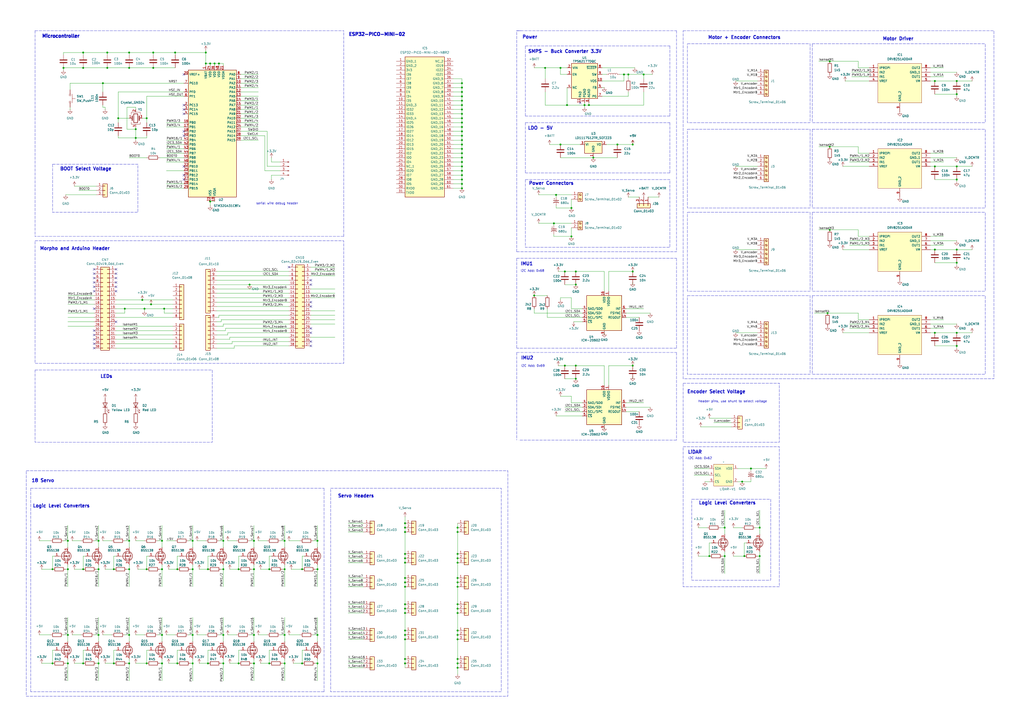
<source format=kicad_sch>
(kicad_sch (version 20231120) (generator "eeschema") (generator_version "8.0")
  (paper "A2")
  (title_block (title "ServoDriver-STM32-Board ") (date "2024-04-01") (rev "1"))
  (junction (at 316.23 39.37))
  (junction (at 66.04 384.81))
  (junction (at 267.97 91.44))
  (junction (at 85.09 330.2))
  (junction (at 93.98 330.2))
  (junction (at 265.43 350.52))
  (junction (at 542.29 144.78))
  (junction (at 373.38 43.18))
  (junction (at 57.15 368.3))
  (junction (at 88.9 39.37))
  (junction (at 265.43 323.85))
  (junction (at 102.87 384.81))
  (junction (at 265.43 340.36))
  (junction (at 102.87 330.2))
  (junction (at 74.93 330.2))
  (junction (at 82.55 173.99))
  (junction (at 542.29 193.04))
  (junction (at 344.17 91.44))
  (junction (at 39.37 330.2))
  (junction (at 129.54 313.69))
  (junction (at 420.37 306.07))
  (junction (at 554.99 96.52))
  (junction (at 129.54 368.3))
  (junction (at 267.97 83.82))
  (junction (at 74.93 30.48))
  (junction (at 265.43 306.07))
  (junction (at 554.99 104.14))
  (junction (at 234.95 321.31))
  (junction (at 120.65 330.2))
  (junction (at 68.58 68.58))
  (junction (at 265.43 365.76))
  (junction (at 267.97 93.98))
  (junction (at 234.95 306.07))
  (junction (at 265.43 355.6))
  (junction (at 267.97 109.22))
  (junction (at 267.97 50.8))
  (junction (at 309.88 171.45))
  (junction (at 554.99 144.78))
  (junction (at 72.39 179.07))
  (junction (at 341.63 60.96))
  (junction (at 85.09 68.58))
  (junction (at 267.97 66.04))
  (junction (at 184.15 313.69))
  (junction (at 101.6 30.48))
  (junction (at 234.95 382.27))
  (junction (at 265.43 335.28))
  (junction (at 267.97 106.68))
  (junction (at 165.1 330.2))
  (junction (at 127 36.83))
  (junction (at 339.09 60.96))
  (junction (at 66.04 330.2))
  (junction (at 334.01 157.48))
  (junction (at 265.43 384.81))
  (junction (at 327.66 212.09))
  (junction (at 234.95 308.61))
  (junction (at 267.97 60.96))
  (junction (at 57.15 330.2))
  (junction (at 481.33 35.56))
  (junction (at 331.47 137.16))
  (junction (at 147.32 368.3))
  (junction (at 165.1 384.81))
  (junction (at 440.69 306.07))
  (junction (at 234.95 353.06))
  (junction (at 147.32 384.81))
  (junction (at 234.95 355.6))
  (junction (at 39.37 313.69))
  (junction (at 234.95 335.28))
  (junction (at 267.97 88.9))
  (junction (at 165.1 368.3))
  (junction (at 111.76 330.2))
  (junction (at 234.95 370.84))
  (junction (at 165.1 313.69))
  (junction (at 93.98 313.69))
  (junction (at 267.97 81.28))
  (junction (at 554.99 200.66))
  (junction (at 327.66 157.48))
  (junction (at 74.93 313.69))
  (junction (at 542.29 96.52))
  (junction (at 481.33 133.35))
  (junction (at 93.98 368.3))
  (junction (at 234.95 368.3))
  (junction (at 184.15 384.81))
  (junction (at 57.15 384.81))
  (junction (at 111.76 368.3))
  (junction (at 430.53 279.4))
  (junction (at 322.58 113.03))
  (junction (at 267.97 71.12))
  (junction (at 435.61 271.78))
  (junction (at 124.46 36.83))
  (junction (at 267.97 55.88))
  (junction (at 74.93 368.3))
  (junction (at 325.12 39.37))
  (junction (at 147.32 313.69))
  (junction (at 59.69 48.26))
  (junction (at 184.15 330.2))
  (junction (at 48.26 30.48))
  (junction (at 78.74 74.93))
  (junction (at 111.76 313.69))
  (junction (at 74.93 39.37))
  (junction (at 30.48 384.81))
  (junction (at 74.93 384.81))
  (junction (at 265.43 308.61))
  (junction (at 234.95 384.81))
  (junction (at 62.23 30.48))
  (junction (at 431.8 322.58))
  (junction (at 554.99 152.4))
  (junction (at 364.49 43.18))
  (junction (at 129.54 330.2))
  (junction (at 265.43 387.35))
  (junction (at 48.26 39.37))
  (junction (at 267.97 96.52))
  (junction (at 331.47 120.65))
  (junction (at 234.95 303.53))
  (junction (at 83.82 179.07))
  (junction (at 147.32 330.2))
  (junction (at 321.31 129.54))
  (junction (at 480.06 181.61))
  (junction (at 111.76 384.81))
  (junction (at 361.95 43.18))
  (junction (at 267.97 78.74))
  (junction (at 129.54 384.81))
  (junction (at 328.93 60.96))
  (junction (at 411.48 322.58))
  (junction (at 57.15 313.69))
  (junction (at 138.43 330.2))
  (junction (at 367.03 212.09))
  (junction (at 78.74 80.01))
  (junction (at 234.95 323.85))
  (junction (at 265.43 368.3))
  (junction (at 334.01 219.71))
  (junction (at 367.03 83.82))
  (junction (at 138.43 384.81))
  (junction (at 367.03 157.48))
  (junction (at 121.92 116.84))
  (junction (at 87.63 176.53))
  (junction (at 85.09 384.81))
  (junction (at 234.95 340.36))
  (junction (at 175.26 384.81))
  (junction (at 267.97 101.6))
  (junction (at 265.43 321.31))
  (junction (at 119.38 30.48))
  (junction (at 265.43 382.27))
  (junction (at 93.98 384.81))
  (junction (at 95.25 179.07))
  (junction (at 48.26 384.81))
  (junction (at 39.37 368.3))
  (junction (at 554.99 193.04))
  (junction (at 265.43 326.39))
  (junction (at 234.95 350.52))
  (junction (at 62.23 39.37))
  (junction (at 144.78 165.1))
  (junction (at 234.95 326.39))
  (junction (at 554.99 46.99))
  (junction (at 156.21 330.2))
  (junction (at 267.97 63.5))
  (junction (at 267.97 73.66))
  (junction (at 175.26 330.2))
  (junction (at 184.15 368.3))
  (junction (at 36.83 39.37))
  (junction (at 267.97 99.06))
  (junction (at 119.38 36.83))
  (junction (at 234.95 365.76))
  (junction (at 325.12 83.82))
  (junction (at 121.92 36.83))
  (junction (at 267.97 86.36))
  (junction (at 481.33 85.09))
  (junction (at 267.97 76.2))
  (junction (at 39.37 384.81))
  (junction (at 265.43 337.82))
  (junction (at 334.01 212.09))
  (junction (at 554.99 54.61))
  (junction (at 156.21 384.81))
  (junction (at 267.97 48.26))
  (junction (at 30.48 330.2))
  (junction (at 234.95 337.82))
  (junction (at 88.9 30.48))
  (junction (at 420.37 322.58))
  (junction (at 267.97 68.58))
  (junction (at 48.26 330.2))
  (junction (at 267.97 104.14))
  (junction (at 120.65 384.81))
  (junction (at 334.01 165.1))
  (junction (at 265.43 370.84))
  (junction (at 440.69 322.58))
  (junction (at 267.97 58.42))
  (junction (at 267.97 53.34))
  (junction (at 358.14 83.82))
  (junction (at 265.43 353.06))
  (junction (at 542.29 46.99))
  (no_connect (at 180.34 175.26))
  (no_connect (at 54.61 196.85))
  (no_connect (at 54.61 156.21))
  (no_connect (at 180.34 193.04))
  (no_connect (at 106.68 78.74))
  (no_connect (at 67.31 168.91))
  (no_connect (at 106.68 76.2))
  (no_connect (at 106.68 63.5))
  (no_connect (at 106.68 43.18))
  (no_connect (at 54.61 191.77))
  (no_connect (at 54.61 163.83))
  (no_connect (at 180.34 162.56))
  (no_connect (at 67.31 166.37))
  (no_connect (at 180.34 165.1))
  (no_connect (at 106.68 66.04))
  (no_connect (at 67.31 161.29))
  (no_connect (at 54.61 179.07))
  (no_connect (at 106.68 101.6))
  (no_connect (at 106.68 104.14))
  (no_connect (at 54.61 199.39))
  (no_connect (at 54.61 194.31))
  (no_connect (at 106.68 60.96))
  (no_connect (at 167.64 154.94))
  (no_connect (at 54.61 166.37))
  (no_connect (at 106.68 96.52))
  (no_connect (at 54.61 161.29))
  (no_connect (at 67.31 156.21))
  (no_connect (at 54.61 168.91))
  (no_connect (at 180.34 190.5))
  (no_connect (at 67.31 158.75))
  (no_connect (at 67.31 186.69))
  (no_connect (at 54.61 201.93))
  (no_connect (at 67.31 163.83))
  (no_connect (at 180.34 200.66))
  (no_connect (at 180.34 177.8))
  (no_connect (at 54.61 158.75))
  (no_connect (at 180.34 198.12))
  (no_connect (at 336.55 59.69))
  (wire (pts (xy 128.27 185.42) (xy 167.64 185.42)))
  (wire (pts (xy 24.13 384.81) (xy 30.48 384.81)))
  (wire (pts (xy 129.54 368.3) (xy 129.54 372.11)))
  (wire (pts (xy 96.52 313.69) (xy 101.6 313.69)))
  (wire (pts (xy 125.73 170.18) (xy 167.64 170.18)))
  (wire (pts (xy 74.93 30.48) (xy 88.9 30.48)))
  (wire (pts (xy 267.97 53.34) (xy 267.97 55.88)))
  (polyline (pts (xy 392.43 255.27) (xy 300.99 255.27)) (stroke (width 0) (type dash)))
  (wire (pts (xy 318.77 83.82) (xy 325.12 83.82)))
  (wire (pts (xy 412.75 314.96) (xy 411.48 314.96)))
  (wire (pts (xy 91.44 313.69) (xy 93.98 313.69)))
  (polyline (pts (xy 392.43 149.86) (xy 392.43 201.93)) (stroke (width 0) (type dash)))
  (wire (pts (xy 350.52 168.91) (xy 350.52 157.48)))
  (wire (pts (xy 129.54 327.66) (xy 129.54 330.2)))
  (wire (pts (xy 73.66 330.2) (xy 74.93 330.2)))
  (wire (pts (xy 39.37 304.8) (xy 39.37 313.69)))
  (wire (pts (xy 420.37 306.07) (xy 420.37 309.88)))
  (wire (pts (xy 54.61 368.3) (xy 57.15 368.3)))
  (wire (pts (xy 321.31 129.54) (xy 321.31 130.81)))
  (wire (pts (xy 554.99 200.66) (xy 554.99 201.93)))
  (wire (pts (xy 435.61 279.4) (xy 430.53 279.4)))
  (wire (pts (xy 74.93 384.81) (xy 74.93 394.97)))
  (wire (pts (xy 125.73 162.56) (xy 167.64 162.56)))
  (wire (pts (xy 39.37 171.45) (xy 54.61 171.45)))
  (wire (pts (xy 367.03 163.83) (xy 367.03 165.1)))
  (wire (pts (xy 539.75 41.91) (xy 554.99 41.91)))
  (polyline (pts (xy 304.8 67.31) (xy 304.8 26.67)) (stroke (width 0) (type dash)))
  (polyline (pts (xy 199.39 137.16) (xy 20.32 137.16)) (stroke (width 0) (type dash)))
  (wire (pts (xy 36.83 30.48) (xy 48.26 30.48)))
  (wire (pts (xy 91.44 368.3) (xy 93.98 368.3)))
  (wire (pts (xy 201.93 382.27) (xy 210.82 382.27)))
  (wire (pts (xy 139.7 73.66) (xy 149.86 73.66)))
  (wire (pts (xy 267.97 106.68) (xy 267.97 109.22)))
  (wire (pts (xy 267.97 71.12) (xy 267.97 73.66)))
  (wire (pts (xy 74.93 382.27) (xy 74.93 384.81)))
  (wire (pts (xy 67.31 189.23) (xy 100.33 189.23)))
  (wire (pts (xy 39.37 368.3) (xy 39.37 372.11)))
  (wire (pts (xy 78.74 73.66) (xy 78.74 74.93)))
  (wire (pts (xy 234.95 353.06) (xy 234.95 355.6)))
  (wire (pts (xy 184.15 358.14) (xy 184.15 368.3)))
  (wire (pts (xy 67.31 173.99) (xy 82.55 173.99)))
  (wire (pts (xy 36.83 39.37) (xy 36.83 40.64)))
  (wire (pts (xy 93.98 382.27) (xy 93.98 384.81)))
  (wire (pts (xy 542.29 46.99) (xy 554.99 46.99)))
  (wire (pts (xy 39.37 176.53) (xy 54.61 176.53)))
  (wire (pts (xy 57.15 327.66) (xy 57.15 330.2)))
  (wire (pts (xy 162.56 313.69) (xy 165.1 313.69)))
  (polyline (pts (xy 388.62 100.33) (xy 304.8 100.33)) (stroke (width 0) (type dash)))
  (wire (pts (xy 59.69 62.23) (xy 60.96 62.23)))
  (polyline (pts (xy 187.96 401.32) (xy 17.78 401.32)) (stroke (width 0) (type dash)))
  (wire (pts (xy 542.29 54.61) (xy 554.99 54.61)))
  (wire (pts (xy 139.7 81.28) (xy 149.86 81.28)))
  (wire (pts (xy 74.93 327.66) (xy 74.93 330.2)))
  (wire (pts (xy 267.97 68.58) (xy 262.89 68.58)))
  (wire (pts (xy 542.29 152.4) (xy 554.99 152.4)))
  (wire (pts (xy 111.76 330.2) (xy 111.76 340.36)))
  (wire (pts (xy 129.54 382.27) (xy 129.54 384.81)))
  (wire (pts (xy 267.97 71.12) (xy 262.89 71.12)))
  (wire (pts (xy 234.95 384.81) (xy 234.95 387.35)))
  (wire (pts (xy 22.86 313.69) (xy 29.21 313.69)))
  (wire (pts (xy 420.37 320.04) (xy 420.37 322.58)))
  (wire (pts (xy 334.01 157.48) (xy 350.52 157.48)))
  (wire (pts (xy 168.91 330.2) (xy 175.26 330.2)))
  (wire (pts (xy 353.06 157.48) (xy 367.03 157.48)))
  (wire (pts (xy 267.97 66.04) (xy 262.89 66.04)))
  (wire (pts (xy 121.92 116.84) (xy 121.92 119.38)))
  (wire (pts (xy 181.61 313.69) (xy 184.15 313.69)))
  (wire (pts (xy 121.92 377.19) (xy 120.65 377.19)))
  (wire (pts (xy 234.95 308.61) (xy 234.95 321.31)))
  (wire (pts (xy 363.22 181.61) (xy 377.19 181.61)))
  (wire (pts (xy 425.45 322.58) (xy 431.8 322.58)))
  (wire (pts (xy 43.18 330.2) (xy 48.26 330.2)))
  (wire (pts (xy 163.83 384.81) (xy 165.1 384.81)))
  (wire (pts (xy 115.57 384.81) (xy 120.65 384.81)))
  (wire (pts (xy 201.93 370.84) (xy 210.82 370.84)))
  (wire (pts (xy 95.25 181.61) (xy 95.25 179.07)))
  (wire (pts (xy 119.38 36.83) (xy 119.38 38.1)))
  (wire (pts (xy 328.93 60.96) (xy 339.09 60.96)))
  (wire (pts (xy 139.7 322.58) (xy 138.43 322.58)))
  (wire (pts (xy 180.34 180.34) (xy 194.31 180.34)))
  (wire (pts (xy 180.34 157.48) (xy 194.31 157.48)))
  (wire (pts (xy 184.15 313.69) (xy 184.15 317.5)))
  (wire (pts (xy 146.05 384.81) (xy 147.32 384.81)))
  (wire (pts (xy 180.34 154.94) (xy 194.31 154.94)))
  (wire (pts (xy 175.26 377.19) (xy 175.26 384.81)))
  (wire (pts (xy 267.97 104.14) (xy 267.97 106.68)))
  (wire (pts (xy 151.13 330.2) (xy 156.21 330.2)))
  (wire (pts (xy 504.19 88.9) (xy 497.84 88.9)))
  (wire (pts (xy 139.7 48.26) (xy 149.86 48.26)))
  (wire (pts (xy 267.97 96.52) (xy 262.89 96.52)))
  (wire (pts (xy 129.54 189.23) (xy 129.54 187.96)))
  (wire (pts (xy 331.47 179.07) (xy 331.47 172.72)))
  (wire (pts (xy 363.22 179.07) (xy 373.38 179.07)))
  (wire (pts (xy 267.97 83.82) (xy 262.89 83.82)))
  (wire (pts (xy 165.1 304.8) (xy 165.1 313.69)))
  (wire (pts (xy 344.17 91.44) (xy 358.14 91.44)))
  (wire (pts (xy 361.95 43.18) (xy 364.49 43.18)))
  (wire (pts (xy 267.97 93.98) (xy 267.97 96.52)))
  (wire (pts (xy 96.52 106.68) (xy 106.68 106.68)))
  (wire (pts (xy 426.72 144.78) (xy 439.42 144.78)))
  (wire (pts (xy 157.48 93.98) (xy 162.56 93.98)))
  (polyline (pts (xy 17.78 283.21) (xy 17.78 401.32)) (stroke (width 0) (type dash)))
  (wire (pts (xy 331.47 229.87) (xy 325.12 229.87)))
  (wire (pts (xy 96.52 368.3) (xy 101.6 368.3)))
  (wire (pts (xy 363.22 238.76) (xy 370.84 238.76)))
  (wire (pts (xy 78.74 74.93) (xy 78.74 80.01)))
  (wire (pts (xy 147.32 330.2) (xy 147.32 340.36)))
  (wire (pts (xy 102.87 377.19) (xy 102.87 384.81)))
  (wire (pts (xy 309.88 179.07) (xy 309.88 181.61)))
  (wire (pts (xy 139.7 68.58) (xy 149.86 68.58)))
  (wire (pts (xy 88.9 39.37) (xy 101.6 39.37)))
  (wire (pts (xy 267.97 76.2) (xy 262.89 76.2)))
  (wire (pts (xy 327.66 238.76) (xy 337.82 238.76)))
  (wire (pts (xy 144.78 165.1) (xy 167.64 165.1)))
  (wire (pts (xy 67.31 377.19) (xy 66.04 377.19)))
  (wire (pts (xy 353.06 157.48) (xy 353.06 168.91)))
  (polyline (pts (xy 304.8 71.12) (xy 304.8 100.33)) (stroke (width 0) (type dash)))
  (wire (pts (xy 36.83 368.3) (xy 39.37 368.3)))
  (wire (pts (xy 504.19 137.16) (xy 497.84 137.16)))
  (wire (pts (xy 234.95 368.3) (xy 234.95 370.84)))
  (wire (pts (xy 165.1 382.27) (xy 165.1 384.81)))
  (wire (pts (xy 180.34 185.42) (xy 194.31 185.42)))
  (wire (pts (xy 494.03 41.91) (xy 504.19 41.91)))
  (wire (pts (xy 162.56 101.6) (xy 157.48 101.6)))
  (wire (pts (xy 48.26 30.48) (xy 62.23 30.48)))
  (wire (pts (xy 440.69 320.04) (xy 440.69 322.58)))
  (wire (pts (xy 162.56 368.3) (xy 165.1 368.3)))
  (wire (pts (xy 96.52 93.98) (xy 106.68 93.98)))
  (wire (pts (xy 267.97 101.6) (xy 262.89 101.6)))
  (polyline (pts (xy 187.96 283.21) (xy 187.96 401.32)) (stroke (width 0) (type dash)))
  (wire (pts (xy 201.93 321.31) (xy 210.82 321.31)))
  (wire (pts (xy 24.13 330.2) (xy 30.48 330.2)))
  (wire (pts (xy 234.95 350.52) (xy 234.95 353.06)))
  (wire (pts (xy 139.7 58.42) (xy 149.86 58.42)))
  (polyline (pts (xy 392.43 204.47) (xy 392.43 255.27)) (stroke (width 0) (type dash)))
  (wire (pts (xy 321.31 135.89) (xy 321.31 137.16)))
  (wire (pts (xy 316.23 39.37) (xy 325.12 39.37)))
  (wire (pts (xy 132.08 194.31) (xy 132.08 193.04)))
  (polyline (pts (xy 299.72 201.93) (xy 300.99 201.93)) (stroke (width 0) (type dash)))
  (wire (pts (xy 267.97 99.06) (xy 262.89 99.06)))
  (wire (pts (xy 157.48 377.19) (xy 156.21 377.19)))
  (wire (pts (xy 30.48 322.58) (xy 30.48 330.2)))
  (wire (pts (xy 201.93 326.39) (xy 210.82 326.39)))
  (wire (pts (xy 492.76 187.96) (xy 504.19 187.96)))
  (wire (pts (xy 85.09 55.88) (xy 85.09 68.58)))
  (wire (pts (xy 96.52 81.28) (xy 106.68 81.28)))
  (wire (pts (xy 331.47 172.72) (xy 325.12 172.72)))
  (wire (pts (xy 497.84 88.9) (xy 497.84 85.09)))
  (wire (pts (xy 85.09 322.58) (xy 85.09 330.2)))
  (wire (pts (xy 139.7 63.5) (xy 149.86 63.5)))
  (wire (pts (xy 201.93 387.35) (xy 210.82 387.35)))
  (wire (pts (xy 267.97 53.34) (xy 262.89 53.34)))
  (wire (pts (xy 72.39 179.07) (xy 83.82 179.07)))
  (wire (pts (xy 121.92 36.83) (xy 124.46 36.83)))
  (wire (pts (xy 40.64 52.07) (xy 40.64 48.26)))
  (wire (pts (xy 110.49 384.81) (xy 111.76 384.81)))
  (wire (pts (xy 66.04 377.19) (xy 66.04 384.81)))
  (wire (pts (xy 480.06 181.61) (xy 497.84 181.61)))
  (wire (pts (xy 125.73 191.77) (xy 130.81 191.77)))
  (wire (pts (xy 102.87 322.58) (xy 102.87 330.2)))
  (wire (pts (xy 341.63 60.96) (xy 341.63 59.69)))
  (wire (pts (xy 328.93 43.18) (xy 325.12 43.18)))
  (wire (pts (xy 30.48 377.19) (xy 30.48 384.81)))
  (wire (pts (xy 74.93 330.2) (xy 74.93 340.36)))
  (wire (pts (xy 74.93 304.8) (xy 74.93 313.69)))
  (wire (pts (xy 153.67 99.06) (xy 162.56 99.06)))
  (wire (pts (xy 85.09 377.19) (xy 85.09 384.81)))
  (wire (pts (xy 68.58 53.34) (xy 106.68 53.34)))
  (wire (pts (xy 364.49 43.18) (xy 364.49 45.72)))
  (wire (pts (xy 327.66 212.09) (xy 334.01 212.09)))
  (wire (pts (xy 267.97 63.5) (xy 262.89 63.5)))
  (wire (pts (xy 62.23 30.48) (xy 74.93 30.48)))
  (wire (pts (xy 55.88 330.2) (xy 57.15 330.2)))
  (wire (pts (xy 134.62 199.39) (xy 134.62 198.12)))
  (polyline (pts (xy 17.78 283.21) (xy 187.96 283.21)) (stroke (width 0) (type dash)))
  (wire (pts (xy 124.46 36.83) (xy 127 36.83)))
  (polyline (pts (xy 299.72 204.47) (xy 299.72 255.27)) (stroke (width 0) (type dash)))
  (wire (pts (xy 180.34 182.88) (xy 194.31 182.88)))
  (wire (pts (xy 138.43 322.58) (xy 138.43 330.2)))
  (wire (pts (xy 165.1 327.66) (xy 165.1 330.2)))
  (wire (pts (xy 265.43 340.36) (xy 265.43 350.52)))
  (wire (pts (xy 312.42 129.54) (xy 321.31 129.54)))
  (wire (pts (xy 405.13 306.07) (xy 410.21 306.07)))
  (wire (pts (xy 497.84 39.37) (xy 497.84 35.56)))
  (wire (pts (xy 39.37 189.23) (xy 54.61 189.23)))
  (wire (pts (xy 135.89 200.66) (xy 167.64 200.66)))
  (wire (pts (xy 125.73 180.34) (xy 167.64 180.34)))
  (wire (pts (xy 111.76 327.66) (xy 111.76 330.2)))
  (wire (pts (xy 267.97 48.26) (xy 267.97 50.8)))
  (wire (pts (xy 54.61 313.69) (xy 57.15 313.69)))
  (wire (pts (xy 48.26 30.48) (xy 48.26 31.75)))
  (wire (pts (xy 426.72 96.52) (xy 439.42 96.52)))
  (wire (pts (xy 130.81 190.5) (xy 167.64 190.5)))
  (wire (pts (xy 440.69 306.07) (xy 440.69 309.88)))
  (wire (pts (xy 431.8 314.96) (xy 431.8 322.58)))
  (wire (pts (xy 363.22 236.22) (xy 377.19 236.22)))
  (wire (pts (xy 554.99 193.04) (xy 563.88 193.04)))
  (wire (pts (xy 60.96 384.81) (xy 66.04 384.81)))
  (wire (pts (xy 109.22 313.69) (xy 111.76 313.69)))
  (wire (pts (xy 331.47 179.07) (xy 337.82 179.07)))
  (wire (pts (xy 129.54 38.1) (xy 129.54 36.83)))
  (wire (pts (xy 165.1 358.14) (xy 165.1 368.3)))
  (wire (pts (xy 146.05 330.2) (xy 147.32 330.2)))
  (polyline (pts (xy 388.62 67.31) (xy 304.8 67.31)) (stroke (width 0) (type dash)))
  (wire (pts (xy 22.86 368.3) (xy 29.21 368.3)))
  (wire (pts (xy 176.53 377.19) (xy 175.26 377.19)))
  (wire (pts (xy 72.39 368.3) (xy 74.93 368.3)))
  (wire (pts (xy 267.97 58.42) (xy 262.89 58.42)))
  (wire (pts (xy 494.03 44.45) (xy 504.19 44.45)))
  (wire (pts (xy 309.88 181.61) (xy 337.82 181.61)))
  (wire (pts (xy 85.09 78.74) (xy 85.09 80.01)))
  (wire (pts (xy 267.97 73.66) (xy 262.89 73.66)))
  (wire (pts (xy 157.48 101.6) (xy 157.48 104.14)))
  (wire (pts (xy 440.69 295.91) (xy 440.69 306.07)))
  (wire (pts (xy 127 182.88) (xy 167.64 182.88)))
  (wire (pts (xy 163.83 330.2) (xy 165.1 330.2)))
  (wire (pts (xy 349.25 55.88) (xy 364.49 55.88)))
  (wire (pts (xy 184.15 368.3) (xy 184.15 372.11)))
  (wire (pts (xy 67.31 322.58) (xy 66.04 322.58)))
  (wire (pts (xy 439.42 322.58) (xy 440.69 322.58)))
  (wire (pts (xy 234.95 306.07) (xy 234.95 308.61)))
  (wire (pts (xy 201.93 335.28) (xy 210.82 335.28)))
  (wire (pts (xy 93.98 327.66) (xy 93.98 330.2)))
  (wire (pts (xy 427.99 279.4) (xy 430.53 279.4)))
  (wire (pts (xy 325.12 83.82) (xy 336.55 83.82)))
  (wire (pts (xy 31.75 377.19) (xy 30.48 377.19)))
  (wire (pts (xy 373.38 60.96) (xy 341.63 60.96)))
  (wire (pts (xy 201.93 340.36) (xy 210.82 340.36)))
  (wire (pts (xy 267.97 55.88) (xy 262.89 55.88)))
  (wire (pts (xy 539.75 44.45) (xy 547.37 44.45)))
  (wire (pts (xy 38.1 330.2) (xy 39.37 330.2)))
  (wire (pts (xy 504.19 39.37) (xy 497.84 39.37)))
  (polyline (pts (xy 199.39 137.16) (xy 199.39 17.78)) (stroke (width 0) (type dash)))
  (wire (pts (xy 488.95 144.78) (xy 504.19 144.78)))
  (wire (pts (xy 78.74 313.69) (xy 83.82 313.69)))
  (wire (pts (xy 96.52 109.22) (xy 106.68 109.22)))
  (wire (pts (xy 339.09 60.96) (xy 339.09 62.23)))
  (wire (pts (xy 267.97 60.96) (xy 267.97 63.5)))
  (wire (pts (xy 134.62 198.12) (xy 167.64 198.12)))
  (wire (pts (xy 539.75 137.16) (xy 547.37 137.16)))
  (wire (pts (xy 125.73 160.02) (xy 167.64 160.02)))
  (wire (pts (xy 182.88 384.81) (xy 184.15 384.81)))
  (wire (pts (xy 154.94 96.52) (xy 154.94 76.2)))
  (wire (pts (xy 267.97 109.22) (xy 262.89 109.22)))
  (wire (pts (xy 111.76 304.8) (xy 111.76 313.69)))
  (wire (pts (xy 165.1 330.2) (xy 165.1 340.36)))
  (wire (pts (xy 417.83 306.07) (xy 420.37 306.07)))
  (wire (pts (xy 490.22 46.99) (xy 504.19 46.99)))
  (wire (pts (xy 96.52 71.12) (xy 106.68 71.12)))
  (wire (pts (xy 234.95 323.85) (xy 234.95 326.39)))
  (wire (pts (xy 353.06 212.09) (xy 353.06 223.52)))
  (wire (pts (xy 127 184.15) (xy 127 182.88)))
  (wire (pts (xy 93.98 330.2) (xy 93.98 340.36)))
  (wire (pts (xy 149.86 43.18) (xy 139.7 43.18)))
  (wire (pts (xy 267.97 93.98) (xy 262.89 93.98)))
  (wire (pts (xy 492.76 139.7) (xy 504.19 139.7)))
  (wire (pts (xy 267.97 96.52) (xy 267.97 99.06)))
  (wire (pts (xy 488.95 193.04) (xy 504.19 193.04)))
  (wire (pts (xy 492.76 142.24) (xy 504.19 142.24)))
  (wire (pts (xy 157.48 91.44) (xy 157.48 93.98)))
  (wire (pts (xy 85.09 68.58) (xy 85.09 71.12)))
  (wire (pts (xy 267.97 73.66) (xy 267.97 76.2)))
  (wire (pts (xy 96.52 86.36) (xy 106.68 86.36)))
  (wire (pts (xy 267.97 86.36) (xy 267.97 88.9)))
  (wire (pts (xy 156.21 322.58) (xy 156.21 330.2)))
  (wire (pts (xy 132.08 313.69) (xy 137.16 313.69)))
  (polyline (pts (xy 299.72 204.47) (xy 392.43 204.47)) (stroke (width 0) (type dash)))
  (wire (pts (xy 49.53 377.19) (xy 48.26 377.19)))
  (wire (pts (xy 267.97 81.28) (xy 267.97 83.82)))
  (wire (pts (xy 86.36 322.58) (xy 85.09 322.58)))
  (wire (pts (xy 334.01 212.09) (xy 350.52 212.09)))
  (wire (pts (xy 327.66 165.1) (xy 334.01 165.1)))
  (wire (pts (xy 67.31 191.77) (xy 100.33 191.77)))
  (wire (pts (xy 120.65 322.58) (xy 120.65 330.2)))
  (wire (pts (xy 474.98 133.35) (xy 481.33 133.35)))
  (wire (pts (xy 488.95 96.52) (xy 504.19 96.52)))
  (wire (pts (xy 316.23 60.96) (xy 328.93 60.96)))
  (wire (pts (xy 104.14 377.19) (xy 102.87 377.19)))
  (wire (pts (xy 328.93 50.8) (xy 328.93 60.96)))
  (wire (pts (xy 539.75 142.24) (xy 547.37 142.24)))
  (wire (pts (xy 55.88 384.81) (xy 57.15 384.81)))
  (wire (pts (xy 111.76 313.69) (xy 111.76 317.5)))
  (wire (pts (xy 125.73 172.72) (xy 167.64 172.72)))
  (wire (pts (xy 129.54 187.96) (xy 167.64 187.96)))
  (wire (pts (xy 474.98 35.56) (xy 481.33 35.56)))
  (wire (pts (xy 265.43 365.76) (xy 265.43 368.3)))
  (wire (pts (xy 175.26 322.58) (xy 175.26 330.2)))
  (wire (pts (xy 267.97 58.42) (xy 267.97 60.96)))
  (wire (pts (xy 109.22 368.3) (xy 111.76 368.3)))
  (wire (pts (xy 201.93 306.07) (xy 210.82 306.07)))
  (wire (pts (xy 72.39 179.07) (xy 72.39 181.61)))
  (wire (pts (xy 125.73 175.26) (xy 167.64 175.26)))
  (wire (pts (xy 201.93 303.53) (xy 210.82 303.53)))
  (wire (pts (xy 96.52 83.82) (xy 106.68 83.82)))
  (wire (pts (xy 60.96 330.2) (xy 66.04 330.2)))
  (polyline (pts (xy 392.43 201.93) (xy 300.99 201.93)) (stroke (width 0) (type dash)))
  (wire (pts (xy 322.58 119.38) (xy 322.58 120.65)))
  (wire (pts (xy 130.81 191.77) (xy 130.81 190.5)))
  (wire (pts (xy 101.6 31.75) (xy 101.6 30.48)))
  (wire (pts (xy 364.49 55.88) (xy 364.49 53.34)))
  (wire (pts (xy 129.54 313.69) (xy 129.54 317.5)))
  (wire (pts (xy 322.58 113.03) (xy 331.47 113.03)))
  (wire (pts (xy 440.69 322.58) (xy 440.69 332.74)))
  (wire (pts (xy 40.64 62.23) (xy 40.64 63.5)))
  (wire (pts (xy 411.48 242.57) (xy 424.18 242.57)))
  (wire (pts (xy 139.7 53.34) (xy 149.86 53.34)))
  (wire (pts (xy 267.97 88.9) (xy 262.89 88.9)))
  (wire (pts (xy 139.7 66.04) (xy 149.86 66.04)))
  (wire (pts (xy 414.02 245.11) (xy 424.18 245.11)))
  (wire (pts (xy 41.91 368.3) (xy 46.99 368.3)))
  (wire (pts (xy 350.52 247.65) (xy 350.52 248.92)))
  (wire (pts (xy 73.66 62.23) (xy 73.66 74.93)))
  (wire (pts (xy 127 36.83) (xy 127 38.1)))
  (wire (pts (xy 73.66 384.81) (xy 74.93 384.81)))
  (wire (pts (xy 427.99 271.78) (xy 435.61 271.78)))
  (wire (pts (xy 129.54 304.8) (xy 129.54 313.69)))
  (wire (pts (xy 39.37 313.69) (xy 39.37 317.5)))
  (wire (pts (xy 36.83 39.37) (xy 48.26 39.37)))
  (wire (pts (xy 120.65 377.19) (xy 120.65 384.81)))
  (wire (pts (xy 542.29 104.14) (xy 554.99 104.14)))
  (wire (pts (xy 182.88 330.2) (xy 184.15 330.2)))
  (wire (pts (xy 267.97 101.6) (xy 267.97 104.14)))
  (wire (pts (xy 265.43 350.52) (xy 265.43 353.06)))
  (wire (pts (xy 426.72 46.99) (xy 439.42 46.99)))
  (wire (pts (xy 265.43 326.39) (xy 265.43 335.28)))
  (wire (pts (xy 127 368.3) (xy 129.54 368.3)))
  (wire (pts (xy 139.7 60.96) (xy 149.86 60.96)))
  (wire (pts (xy 74.93 68.58) (xy 68.58 68.58)))
  (wire (pts (xy 67.31 184.15) (xy 100.33 184.15)))
  (wire (pts (xy 57.15 313.69) (xy 57.15 317.5)))
  (wire (pts (xy 426.72 193.04) (xy 439.42 193.04)))
  (wire (pts (xy 72.39 181.61) (xy 67.31 181.61)))
  (wire (pts (xy 57.15 358.14) (xy 57.15 368.3)))
  (wire (pts (xy 87.63 176.53) (xy 100.33 176.53)))
  (wire (pts (xy 165.1 368.3) (xy 165.1 372.11)))
  (wire (pts (xy 139.7 76.2) (xy 154.94 76.2)))
  (wire (pts (xy 325.12 91.44) (xy 344.17 91.44)))
  (wire (pts (xy 167.64 313.69) (xy 173.99 313.69)))
  (wire (pts (xy 265.43 303.53) (xy 265.43 306.07)))
  (wire (pts (xy 139.7 55.88) (xy 149.86 55.88)))
  (wire (pts (xy 435.61 278.13) (xy 435.61 279.4)))
  (wire (pts (xy 82.55 173.99) (xy 100.33 173.99)))
  (wire (pts (xy 36.83 31.75) (xy 36.83 30.48)))
  (wire (pts (xy 83.82 179.07) (xy 95.25 179.07)))
  (wire (pts (xy 151.13 384.81) (xy 156.21 384.81)))
  (polyline (pts (xy 299.72 146.05) (xy 392.43 146.05)) (stroke (width 0) (type dash)))
  (wire (pts (xy 317.5 184.15) (xy 337.82 184.15)))
  (wire (pts (xy 180.34 195.58) (xy 194.31 195.58)))
  (wire (pts (xy 139.7 71.12) (xy 149.86 71.12)))
  (wire (pts (xy 149.86 313.69) (xy 154.94 313.69)))
  (wire (pts (xy 170.18 384.81) (xy 175.26 384.81)))
  (wire (pts (xy 57.15 382.27) (xy 57.15 384.81)))
  (wire (pts (xy 111.76 358.14) (xy 111.76 368.3)))
  (wire (pts (xy 48.26 39.37) (xy 62.23 39.37)))
  (polyline (pts (xy 20.32 17.78) (xy 20.32 137.16)) (stroke (width 0) (type dash)))
  (wire (pts (xy 361.95 46.99) (xy 361.95 43.18)))
  (wire (pts (xy 165.1 384.81) (xy 165.1 394.97)))
  (wire (pts (xy 115.57 330.2) (xy 120.65 330.2)))
  (wire (pts (xy 554.99 54.61) (xy 554.99 55.88)))
  (wire (pts (xy 68.58 68.58) (xy 68.58 71.12)))
  (polyline (pts (xy 304.8 26.67) (xy 388.62 26.67)) (stroke (width 0) (type dash)))
  (wire (pts (xy 331.47 233.68) (xy 337.82 233.68)))
  (wire (pts (xy 539.75 39.37) (xy 547.37 39.37)))
  (wire (pts (xy 184.15 384.81) (xy 184.15 394.97)))
  (wire (pts (xy 139.7 377.19) (xy 138.43 377.19)))
  (wire (pts (xy 539.75 187.96) (xy 554.99 187.96)))
  (wire (pts (xy 373.38 43.18) (xy 373.38 45.72)))
  (wire (pts (xy 39.37 327.66) (xy 39.37 330.2)))
  (wire (pts (xy 373.38 53.34) (xy 373.38 60.96)))
  (wire (pts (xy 267.97 63.5) (xy 267.97 66.04)))
  (wire (pts (xy 267.97 50.8) (xy 267.97 53.34)))
  (polyline (pts (xy 392.43 17.78) (xy 392.43 146.05)) (stroke (width 0) (type dash)))
  (wire (pts (xy 39.37 358.14) (xy 39.37 368.3)))
  (wire (pts (xy 180.34 187.96) (xy 194.31 187.96)))
  (wire (pts (xy 322.58 114.3) (xy 322.58 113.03)))
  (wire (pts (xy 86.36 377.19) (xy 85.09 377.19)))
  (wire (pts (xy 350.52 223.52) (xy 350.52 212.09)))
  (wire (pts (xy 265.43 368.3) (xy 265.43 370.84)))
  (wire (pts (xy 481.33 133.35) (xy 497.84 133.35)))
  (wire (pts (xy 364.49 114.3) (xy 370.84 114.3)))
  (wire (pts (xy 144.78 368.3) (xy 147.32 368.3)))
  (wire (pts (xy 62.23 39.37) (xy 74.93 39.37)))
  (wire (pts (xy 147.32 327.66) (xy 147.32 330.2)))
  (wire (pts (xy 127 313.69) (xy 129.54 313.69)))
  (wire (pts (xy 67.31 201.93) (xy 100.33 201.93)))
  (wire (pts (xy 92.71 384.81) (xy 93.98 384.81)))
  (wire (pts (xy 234.95 326.39) (xy 234.95 335.28)))
  (wire (pts (xy 93.98 368.3) (xy 93.98 372.11)))
  (wire (pts (xy 147.32 384.81) (xy 147.32 394.97)))
  (wire (pts (xy 309.88 171.45) (xy 317.5 171.45)))
  (wire (pts (xy 97.79 384.81) (xy 102.87 384.81)))
  (wire (pts (xy 74.93 30.48) (xy 74.93 31.75)))
  (wire (pts (xy 472.44 181.61) (xy 480.06 181.61)))
  (wire (pts (xy 80.01 330.2) (xy 85.09 330.2)))
  (wire (pts (xy 67.31 176.53) (xy 87.63 176.53)))
  (wire (pts (xy 147.32 368.3) (xy 147.32 372.11)))
  (wire (pts (xy 539.75 185.42) (xy 547.37 185.42)))
  (wire (pts (xy 420.37 295.91) (xy 420.37 306.07)))
  (wire (pts (xy 267.97 76.2) (xy 267.97 78.74)))
  (wire (pts (xy 125.73 186.69) (xy 128.27 186.69)))
  (wire (pts (xy 201.93 355.6) (xy 210.82 355.6)))
  (wire (pts (xy 96.52 73.66) (xy 106.68 73.66)))
  (wire (pts (xy 481.33 35.56) (xy 497.84 35.56)))
  (wire (pts (xy 88.9 30.48) (xy 88.9 31.75)))
  (wire (pts (xy 363.22 184.15) (xy 370.84 184.15)))
  (wire (pts (xy 147.32 313.69) (xy 147.32 317.5)))
  (wire (pts (xy 539.75 139.7) (xy 554.99 139.7)))
  (wire (pts (xy 165.1 313.69) (xy 165.1 317.5)))
  (wire (pts (xy 539.75 91.44) (xy 554.99 91.44)))
  (wire (pts (xy 267.97 91.44) (xy 262.89 91.44)))
  (wire (pts (xy 129.54 358.14) (xy 129.54 368.3)))
  (wire (pts (xy 265.43 321.31) (xy 265.43 323.85)))
  (wire (pts (xy 96.52 88.9) (xy 106.68 88.9)))
  (wire (pts (xy 267.97 106.68) (xy 262.89 106.68)))
  (wire (pts (xy 539.75 144.78) (xy 542.29 144.78)))
  (wire (pts (xy 539.75 46.99) (xy 542.29 46.99)))
  (wire (pts (xy 201.93 308.61) (xy 210.82 308.61)))
  (wire (pts (xy 542.29 200.66) (xy 554.99 200.66)))
  (wire (pts (xy 408.94 279.4) (xy 411.48 279.4)))
  (wire (pts (xy 267.97 66.04) (xy 267.97 68.58)))
  (wire (pts (xy 111.76 368.3) (xy 111.76 372.11)))
  (wire (pts (xy 39.37 382.27) (xy 39.37 384.81)))
  (polyline (pts (xy 299.72 17.78) (xy 302.26 17.78)))
  (wire (pts (xy 201.93 323.85) (xy 210.82 323.85)))
  (wire (pts (xy 350.52 193.04) (xy 350.52 194.31)))
  (wire (pts (xy 539.75 96.52) (xy 542.29 96.52)))
  (wire (pts (xy 114.3 368.3) (xy 119.38 368.3)))
  (wire (pts (xy 125.73 157.48) (xy 167.64 157.48)))
  (wire (pts (xy 139.7 50.8) (xy 149.86 50.8)))
  (wire (pts (xy 323.85 212.09) (xy 327.66 212.09)))
  (wire (pts (xy 435.61 271.78) (xy 444.5 271.78)))
  (polyline (pts (xy 299.72 149.86) (xy 392.43 149.86)) (stroke (width 0) (type dash)))
  (wire (pts (xy 49.53 322.58) (xy 48.26 322.58)))
  (wire (pts (xy 72.39 179.07) (xy 67.31 179.07)))
  (wire (pts (xy 554.99 96.52) (xy 563.88 96.52)))
  (wire (pts (xy 234.95 299.72) (xy 234.95 303.53)))
  (wire (pts (xy 180.34 167.64) (xy 194.31 167.64)))
  (wire (pts (xy 351.79 83.82) (xy 358.14 83.82)))
  (wire (pts (xy 339.09 60.96) (xy 339.09 59.69)))
  (wire (pts (xy 41.91 313.69) (xy 46.99 313.69)))
  (wire (pts (xy 128.27 330.2) (xy 129.54 330.2)))
  (wire (pts (xy 474.98 85.09) (xy 481.33 85.09)))
  (wire (pts (xy 121.92 36.83) (xy 121.92 38.1)))
  (wire (pts (xy 492.76 190.5) (xy 504.19 190.5)))
  (wire (pts (xy 349.25 50.8) (xy 350.52 50.8)))
  (wire (pts (xy 62.23 30.48) (xy 62.23 31.75)))
  (wire (pts (xy 234.95 370.84) (xy 234.95 382.27)))
  (wire (pts (xy 325.12 172.72) (xy 325.12 173.99)))
  (wire (pts (xy 101.6 30.48) (xy 119.38 30.48)))
  (wire (pts (xy 373.38 43.18) (xy 378.46 43.18)))
  (wire (pts (xy 114.3 313.69) (xy 119.38 313.69)))
  (wire (pts (xy 367.03 218.44) (xy 367.03 219.71)))
  (wire (pts (xy 125.73 165.1) (xy 144.78 165.1)))
  (wire (pts (xy 68.58 80.01) (xy 78.74 80.01)))
  (polyline (pts (xy 388.62 71.12) (xy 388.62 100.33)) (stroke (width 0) (type dash)))
  (wire (pts (xy 331.47 120.65) (xy 331.47 115.57)))
  (wire (pts (xy 234.95 365.76) (xy 234.95 368.3)))
  (wire (pts (xy 39.37 384.81) (xy 39.37 394.97)))
  (wire (pts (xy 265.43 337.82) (xy 265.43 340.36)))
  (wire (pts (xy 265.43 370.84) (xy 265.43 382.27)))
  (wire (pts (xy 497.84 185.42) (xy 497.84 181.61)))
  (wire (pts (xy 234.95 303.53) (xy 234.95 306.07)))
  (wire (pts (xy 234.95 321.31) (xy 234.95 323.85)))
  (wire (pts (xy 184.15 330.2) (xy 184.15 340.36)))
  (wire (pts (xy 405.13 322.58) (xy 411.48 322.58)))
  (wire (pts (xy 364.49 43.18) (xy 373.38 43.18)))
  (wire (pts (xy 265.43 353.06) (xy 265.43 355.6)))
  (wire (pts (xy 327.66 157.48) (xy 334.01 157.48)))
  (wire (pts (xy 156.21 377.19) (xy 156.21 384.81)))
  (wire (pts (xy 267.97 99.06) (xy 267.97 101.6)))
  (wire (pts (xy 201.93 384.81) (xy 210.82 384.81)))
  (wire (pts (xy 321.31 129.54) (xy 331.47 129.54)))
  (wire (pts (xy 104.14 322.58) (xy 102.87 322.58)))
  (wire (pts (xy 39.37 184.15) (xy 54.61 184.15)))
  (wire (pts (xy 267.97 55.88) (xy 267.97 58.42)))
  (wire (pts (xy 138.43 377.19) (xy 138.43 384.81)))
  (wire (pts (xy 78.74 63.5) (xy 78.74 62.23)))
  (wire (pts (xy 267.97 68.58) (xy 267.97 71.12)))
  (wire (pts (xy 59.69 368.3) (xy 64.77 368.3)))
  (wire (pts (xy 96.52 99.06) (xy 106.68 99.06)))
  (wire (pts (xy 82.55 68.58) (xy 85.09 68.58)))
  (wire (pts (xy 353.06 212.09) (xy 367.03 212.09)))
  (wire (pts (xy 78.74 80.01) (xy 85.09 80.01)))
  (wire (pts (xy 67.31 199.39) (xy 100.33 199.39)))
  (wire (pts (xy 184.15 327.66) (xy 184.15 330.2)))
  (wire (pts (xy 201.93 350.52) (xy 210.82 350.52)))
  (wire (pts (xy 133.35 195.58) (xy 167.64 195.58)))
  (wire (pts (xy 78.74 80.01) (xy 78.74 81.28)))
  (wire (pts (xy 322.58 120.65) (xy 331.47 120.65)))
  (wire (pts (xy 267.97 86.36) (xy 262.89 86.36)))
  (wire (pts (xy 57.15 330.2) (xy 57.15 340.36)))
  (wire (pts (xy 110.49 330.2) (xy 111.76 330.2)))
  (wire (pts (xy 265.43 382.27) (xy 265.43 384.81)))
  (wire (pts (xy 554.99 144.78) (xy 563.88 144.78)))
  (wire (pts (xy 322.58 241.3) (xy 337.82 241.3)))
  (wire (pts (xy 43.18 384.81) (xy 48.26 384.81)))
  (wire (pts (xy 57.15 368.3) (xy 57.15 372.11)))
  (wire (pts (xy 125.73 199.39) (xy 134.62 199.39)))
  (wire (pts (xy 59.69 313.69) (xy 64.77 313.69)))
  (wire (pts (xy 265.43 306.07) (xy 265.43 308.61)))
  (wire (pts (xy 402.59 275.59) (xy 411.48 275.59)))
  (wire (pts (xy 67.31 194.31) (xy 100.33 194.31)))
  (wire (pts (xy 332.74 186.69) (xy 337.82 186.69)))
  (wire (pts (xy 438.15 306.07) (xy 440.69 306.07)))
  (wire (pts (xy 83.82 179.07) (xy 83.82 180.34)))
  (wire (pts (xy 66.04 322.58) (xy 66.04 330.2)))
  (wire (pts (xy 542.29 193.04) (xy 554.99 193.04)))
  (wire (pts (xy 43.18 107.95) (xy 55.88 107.95)))
  (wire (pts (xy 367.03 83.82) (xy 358.14 83.82)))
  (wire (pts (xy 92.71 330.2) (xy 93.98 330.2)))
  (wire (pts (xy 133.35 330.2) (xy 138.43 330.2)))
  (wire (pts (xy 78.74 62.23) (xy 73.66 62.23)))
  (wire (pts (xy 267.97 83.82) (xy 267.97 86.36)))
  (wire (pts (xy 331.47 137.16) (xy 331.47 132.08)))
  (wire (pts (xy 72.39 313.69) (xy 74.93 313.69)))
  (wire (pts (xy 234.95 337.82) (xy 234.95 340.36)))
  (wire (pts (xy 323.85 157.48) (xy 327.66 157.48)))
  (wire (pts (xy 38.1 113.03) (xy 55.88 113.03)))
  (wire (pts (xy 149.86 368.3) (xy 154.94 368.3)))
  (wire (pts (xy 88.9 30.48) (xy 101.6 30.48)))
  (wire (pts (xy 234.95 382.27) (xy 234.95 384.81)))
  (wire (pts (xy 36.83 313.69) (xy 39.37 313.69)))
  (wire (pts (xy 265.43 387.35) (xy 265.43 391.16)))
  (wire (pts (xy 78.74 368.3) (xy 83.82 368.3)))
  (wire (pts (xy 100.33 181.61) (xy 95.25 181.61)))
  (wire (pts (xy 312.42 113.03) (xy 322.58 113.03)))
  (wire (pts (xy 128.27 384.81) (xy 129.54 384.81)))
  (wire (pts (xy 48.26 322.58) (xy 48.26 330.2)))
  (wire (pts (xy 309.88 39.37) (xy 316.23 39.37)))
  (wire (pts (xy 121.92 322.58) (xy 120.65 322.58)))
  (wire (pts (xy 325.12 43.18) (xy 325.12 39.37)))
  (wire (pts (xy 267.97 78.74) (xy 262.89 78.74)))
  (wire (pts (xy 167.64 368.3) (xy 173.99 368.3)))
  (wire (pts (xy 327.66 219.71) (xy 334.01 219.71)))
  (wire (pts (xy 93.98 304.8) (xy 93.98 313.69)))
  (wire (pts (xy 267.97 78.74) (xy 267.97 81.28)))
  (wire (pts (xy 492.76 93.98) (xy 504.19 93.98)))
  (wire (pts (xy 234.95 335.28) (xy 234.95 337.82)))
  (wire (pts (xy 57.15 304.8) (xy 57.15 313.69)))
  (wire (pts (xy 60.96 62.23) (xy 60.96 63.5)))
  (wire (pts (xy 129.54 330.2) (xy 129.54 340.36)))
  (wire (pts (xy 321.31 137.16) (xy 331.47 137.16)))
  (polyline (pts (xy 299.72 146.05) (xy 299.72 17.78)) (stroke (width 0) (type dash)))
  (wire (pts (xy 67.31 196.85) (xy 100.33 196.85)))
  (wire (pts (xy 316.23 39.37) (xy 316.23 45.72)))
  (wire (pts (xy 157.48 322.58) (xy 156.21 322.58)))
  (wire (pts (xy 176.53 322.58) (xy 175.26 322.58)))
  (wire (pts (xy 133.35 384.81) (xy 138.43 384.81)))
  (wire (pts (xy 497.84 137.16) (xy 497.84 133.35)))
  (wire (pts (xy 111.76 382.27) (xy 111.76 384.81)))
  (wire (pts (xy 38.1 384.81) (xy 39.37 384.81)))
  (wire (pts (xy 201.93 337.82) (xy 210.82 337.82)))
  (wire (pts (xy 133.35 196.85) (xy 133.35 195.58)))
  (wire (pts (xy 349.25 43.18) (xy 351.79 43.18)))
  (wire (pts (xy 129.54 36.83) (xy 127 36.83)))
  (wire (pts (xy 267.97 45.72) (xy 262.89 45.72)))
  (wire (pts (xy 125.73 184.15) (xy 127 184.15)))
  (wire (pts (xy 539.75 88.9) (xy 547.37 88.9)))
  (wire (pts (xy 125.73 196.85) (xy 133.35 196.85)))
  (wire (pts (xy 125.73 189.23) (xy 129.54 189.23)))
  (wire (pts (xy 39.37 181.61) (xy 54.61 181.61)))
  (wire (pts (xy 542.29 144.78) (xy 554.99 144.78)))
  (polyline (pts (xy 388.62 26.67) (xy 388.62 67.31)) (stroke (width 0) (type dash)))
  (wire (pts (xy 363.22 233.68) (xy 373.38 233.68)))
  (wire (pts (xy 265.43 308.61) (xy 265.43 321.31)))
  (wire (pts (xy 48.26 377.19) (xy 48.26 384.81)))
  (wire (pts (xy 201.93 368.3) (xy 210.82 368.3)))
  (wire (pts (xy 59.69 60.96) (xy 59.69 62.23)))
  (wire (pts (xy 92.71 91.44) (xy 106.68 91.44)))
  (wire (pts (xy 147.32 382.27) (xy 147.32 384.81)))
  (wire (pts (xy 93.98 358.14) (xy 93.98 368.3)))
  (wire (pts (xy 435.61 271.78) (xy 435.61 273.05)))
  (wire (pts (xy 128.27 186.69) (xy 128.27 185.42)))
  (wire (pts (xy 68.58 78.74) (xy 68.58 80.01)))
  (wire (pts (xy 129.54 384.81) (xy 129.54 394.97)))
  (polyline (pts (xy 299.72 149.86) (xy 299.72 201.93)) (stroke (width 0) (type dash)))
  (wire (pts (xy 73.66 74.93) (xy 78.74 74.93)))
  (wire (pts (xy 359.41 43.18) (xy 361.95 43.18)))
  (wire (pts (xy 181.61 368.3) (xy 184.15 368.3)))
  (wire (pts (xy 78.74 384.81) (xy 85.09 384.81)))
  (wire (pts (xy 327.66 236.22) (xy 337.82 236.22)))
  (wire (pts (xy 74.93 358.14) (xy 74.93 368.3)))
  (wire (pts (xy 132.08 193.04) (xy 167.64 193.04)))
  (wire (pts (xy 411.48 314.96) (xy 411.48 322.58)))
  (wire (pts (xy 119.38 36.83) (xy 121.92 36.83)))
  (wire (pts (xy 234.95 340.36) (xy 234.95 350.52)))
  (wire (pts (xy 93.98 313.69) (xy 93.98 317.5)))
  (wire (pts (xy 93.98 384.81) (xy 93.98 394.97)))
  (wire (pts (xy 267.97 48.26) (xy 262.89 48.26)))
  (wire (pts (xy 180.34 160.02) (xy 194.31 160.02)))
  (wire (pts (xy 542.29 96.52) (xy 554.99 96.52)))
  (wire (pts (xy 139.7 45.72) (xy 149.86 45.72)))
  (polyline (pts (xy 304.8 71.12) (xy 388.62 71.12)) (stroke (width 0) (type dash)))
  (wire (pts (xy 125.73 194.31) (xy 132.08 194.31)))
  (wire (pts (xy 331.47 233.68) (xy 331.47 229.87)))
  (wire (pts (xy 425.45 306.07) (xy 430.53 306.07)))
  (wire (pts (xy 267.97 60.96) (xy 262.89 60.96)))
  (wire (pts (xy 267.97 81.28) (xy 262.89 81.28)))
  (wire (pts (xy 267.97 91.44) (xy 267.97 93.98)))
  (wire (pts (xy 139.7 78.74) (xy 153.67 78.74)))
  (wire (pts (xy 504.19 185.42) (xy 497.84 185.42)))
  (wire (pts (xy 59.69 48.26) (xy 59.69 53.34)))
  (wire (pts (xy 325.12 39.37) (xy 328.93 39.37)))
  (wire (pts (xy 349.25 39.37) (xy 368.3 39.37)))
  (wire (pts (xy 265.43 384.81) (xy 265.43 387.35)))
  (wire (pts (xy 147.32 358.14) (xy 147.32 368.3)))
  (wire (pts (xy 234.95 355.6) (xy 234.95 365.76)))
  (wire (pts (xy 420.37 322.58) (xy 420.37 332.74)))
  (wire (pts (xy 119.38 30.48) (xy 119.38 29.21)))
  (wire (pts (xy 125.73 201.93) (xy 135.89 201.93)))
  (wire (pts (xy 265.43 323.85) (xy 265.43 326.39)))
  (wire (pts (xy 68.58 68.58) (xy 68.58 53.34)))
  (wire (pts (xy 317.5 179.07) (xy 317.5 184.15)))
  (wire (pts (xy 40.64 48.26) (xy 59.69 48.26)))
  (wire (pts (xy 406.4 247.65) (xy 424.18 247.65)))
  (wire (pts (xy 125.73 177.8) (xy 167.64 177.8)))
  (wire (pts (xy 74.93 39.37) (xy 88.9 39.37)))
  (wire (pts (xy 31.75 322.58) (xy 30.48 322.58)))
  (wire (pts (xy 39.37 330.2) (xy 39.37 340.36)))
  (wire (pts (xy 267.97 88.9) (xy 267.97 91.44)))
  (wire (pts (xy 74.93 91.44) (xy 85.09 91.44)))
  (wire (pts (xy 316.23 53.34) (xy 316.23 60.96)))
  (wire (pts (xy 265.43 355.6) (xy 265.43 365.76)))
  (wire (pts (xy 539.75 190.5) (xy 547.37 190.5)))
  (wire (pts (xy 57.15 384.81) (xy 57.15 394.97)))
  (wire (pts (xy 74.93 313.69) (xy 74.93 317.5)))
  (wire (pts (xy 539.75 193.04) (xy 542.29 193.04)))
  (wire (pts (xy 339.09 60.96) (xy 341.63 60.96)))
  (wire (pts (xy 539.75 93.98) (xy 547.37 93.98)))
  (wire (pts (xy 402.59 271.78) (xy 411.48 271.78)))
  (wire (pts (xy 39.37 186.69) (xy 54.61 186.69)))
  (wire (pts (xy 95.25 179.07) (xy 100.33 179.07)))
  (wire (pts (xy 132.08 368.3) (xy 137.16 368.3)))
  (wire (pts (xy 184.15 304.8) (xy 184.15 313.69)))
  (wire (pts (xy 121.92 116.84) (xy 124.46 116.84)))
  (wire (pts (xy 39.37 173.99) (xy 54.61 173.99)))
  (wire (pts (xy 201.93 365.76) (xy 210.82 365.76)))
  (polyline (pts (xy 20.32 17.78) (xy 199.39 17.78)) (stroke (width 0) (type dash)))
  (wire (pts (xy 554.99 46.99) (xy 563.88 46.99)))
  (wire (pts (xy 433.07 314.96) (xy 431.8 314.96)))
  (wire (pts (xy 135.89 201.93) (xy 135.89 200.66)))
  (wire (pts (xy 267.97 50.8) (xy 262.89 50.8)))
  (wire (pts (xy 74.93 368.3) (xy 74.93 372.11)))
  (wire (pts (xy 144.78 313.69) (xy 147.32 313.69)))
  (polyline (pts (xy 299.72 17.78) (xy 392.43 17.78)) (stroke (width 0) (type dash)))
  (wire (pts (xy 154.94 96.52) (xy 162.56 96.52)))
  (wire (pts (xy 201.93 353.06) (xy 210.82 353.06)))
  (wire (pts (xy 481.33 85.09) (xy 497.84 85.09)))
  (wire (pts (xy 382.27 114.3) (xy 375.92 114.3)))
  (wire (pts (xy 419.1 322.58) (xy 420.37 322.58)))
  (wire (pts (xy 124.46 36.83) (xy 124.46 38.1)))
  (wire (pts (xy 85.09 55.88) (xy 106.68 55.88)))
  (wire (pts (xy 267.97 104.14) (xy 262.89 104.14)))
  (wire (pts (xy 147.32 304.8) (xy 147.32 313.69)))
  (wire (pts (xy 153.67 99.06) (xy 153.67 78.74)))
  (wire (pts (xy 180.34 172.72) (xy 194.31 172.72)))
  (wire (pts (xy 554.99 152.4) (xy 554.99 153.67)))
  (wire (pts (xy 111.76 384.81) (xy 111.76 394.97)))
  (wire (pts (xy 119.38 30.48) (xy 119.38 36.83)))
  (wire (pts (xy 492.76 91.44) (xy 504.19 91.44)))
  (wire (pts (xy 184.15 382.27) (xy 184.15 384.81)))
  (wire (pts (xy 267.97 45.72) (xy 267.97 48.26)))
  (wire (pts (xy 125.73 167.64) (xy 167.64 167.64)))
  (wire (pts (xy 97.79 330.2) (xy 102.87 330.2)))
  (wire (pts (xy 349.25 46.99) (xy 361.95 46.99)))
  (wire (pts (xy 59.69 48.26) (xy 106.68 48.26)))
  (wire (pts (xy 180.34 170.18) (xy 194.31 170.18)))
  (wire (pts (xy 45.72 110.49) (xy 55.88 110.49)))
  (wire (pts (xy 554.99 104.14) (xy 554.99 105.41)))
  (wire (pts (xy 265.43 335.28) (xy 265.43 337.82)))
  (rectangle (start 574.04 219.71) (end 574.04 219.71))
  (rectangle (start 398.78 25.4) (end 469.9 71.12) (stroke (width 0) (type dash)))
  (rectangle (start 398.78 123.19) (end 469.9 168.91) (stroke (width 0) (type dash)))
  (rectangle (start 396.24 17.78) (end 576.58 219.71) (stroke (width 0) (type dash)))
  (rectangle (start 30.48 95.25) (end 80.01 123.19) (stroke (width 0) (type dash)))
  (rectangle (start 396.24 222.25) (end 452.12 256.54) (stroke (width 0) (type dash)))
  (rectangle (start 396.24 259.08) (end 452.12 340.36) (stroke (width 0) (type dash)))
  (rectangle (start 304.8 104.14) (end 388.62 143.51) (stroke (width 0) (type dash)))
  (rectangle (start 471.17 171.45) (end 571.5 217.17) (stroke (width 0) (type dash)))
  (rectangle (start 20.32 214.63) (end 123.19 256.54) (stroke (width 0) (type dash)))
  (rectangle (start 398.78 171.45) (end 469.9 217.17) (stroke (width 0) (type dash)))
  (rectangle (start 471.17 123.19) (end 571.5 168.91) (stroke (width 0) (type dash)))
  (rectangle (start 471.17 25.4) (end 571.5 71.12) (stroke (width 0) (type dash)))
  (rectangle (start 398.78 74.93) (end 469.9 120.65) (stroke (width 0) (type dash)))
  (rectangle (start 20.32 139.7) (end 199.39 210.82) (stroke (width 0) (type dash)))
  (rectangle (start 401.32 289.56) (end 447.04 336.55) (stroke (width 0) (type dash)))
  (rectangle (start 471.17 74.93) (end 571.5 120.65) (stroke (width 0) (type dash)))
  (rectangle (start 15.24 273.05) (end 294.64 403.86) (stroke (width 0) (type dash)))
  (rectangle (start 191.77 283.21) (end 290.83 401.32) (stroke (width 0) (type dash)))
  (text "Motor + Encoder Connectors" (at 431.8 21.844 0) (effects (font (size 1.905 1.905) (thickness 0.381) (bold yes))))
  (text "Servo Headers\n" (at 206.502 287.782 0) (effects (font (size 1.905 1.905) (thickness 0.381) (bold yes))))
  (text "Logic Level Converters\n\n\n\n\n" (at 35.56 299.72 0) (effects (font (size 1.905 1.905) (thickness 0.381) (bold yes))))
  (text "Power Connectors\n\n" (at 319.786 107.95 0) (effects (font (size 1.905 1.905) (thickness 0.381) (bold yes))))
  (text "ESP32-PICO-MINI-02\n\n" (at 218.694 21.59 0) (effects (font (size 1.905 1.905) (thickness 0.508) (bold yes))))
  (text "Encoder Select Voltage" (at 415.544 227.33 0) (effects (font (size 1.905 1.905) (thickness 0.381) (bold yes))))
  (text "I2C Add: 0x69" (at 309.118 212.344 0) (effects (font (size 1.27 1.27))))
  (text "LiDAR\n" (at 403.098 262.382 0) (effects (font (size 1.905 1.905) (thickness 0.381) (bold yes))))
  (text "LDO - 5V\n" (at 313.436 74.422 0) (effects (font (size 1.905 1.905) (thickness 0.381) (bold yes))))
  (text "BOOT Select Voltage" (at 49.784 98.044 0) (effects (font (size 1.905 1.905) (thickness 0.381) (bold yes))))
  (text "IMU2\n\n\n\n" (at 305.816 212.344 0) (effects (font (size 1.905 1.905) (thickness 0.381) (bold yes))))
  (text "LEDs" (at 61.722 218.44 0) (effects (font (size 1.905 1.905) (thickness 0.381) (bold yes))))
  (text "Logic Level Converters\n\n" (at 421.894 293.37 0) (effects (font (size 1.905 1.905) (thickness 0.381) (bold yes))))
  (text "serial wire debug header\n" (at 160.782 118.11 0) (effects (font (size 1.27 1.27))))
  (text "I2C Add: 0x62" (at 406.146 265.938 0) (effects (font (size 1.27 1.27))))
  (text "Power\n" (at 307.34 21.59 0) (effects (font (size 1.905 1.905) (thickness 0.381) (bold yes))))
  (text "SMPS - Buck Converter 3.3V\n\n\n" (at 327.66 33.02 0) (effects (font (size 1.905 1.905) (thickness 0.381) (bold yes))))
  (text "I2C Add: 0x68" (at 308.864 157.226 0) (effects (font (size 1.27 1.27))))
  (text "Header pins, use shunt to select voltage\n" (at 424.942 232.918 0) (effects (font (size 1.27 1.27))))
  (text "Motor Driver \n" (at 521.716 22.606 0) (effects (font (size 1.905 1.905) (thickness 0.381) (bold yes))))
  (text "Microcontroller\n" (at 35.306 21.082 0) (effects (font (size 1.905 1.905) (thickness 0.508) (bold yes))))
  (text "IMU1\n\n\n\n" (at 305.562 157.734 0) (effects (font (size 1.905 1.905) (thickness 0.381) (bold yes))))
  (text "18 Servo" (at 24.892 278.892 0) (effects (font (size 1.905 1.905) (thickness 0.381) (bold yes))))
  (text "Morpho and Arduino Header" (at 43.434 144.272 0) (effects (font (size 1.905 1.905) (thickness 0.381) (bold yes))))
  (label "V_Servo2" (at 57.15 304.8 270))
  (label "HSE_OUT" (at 97.79 55.88 0))
  (label "V_M2A" (at 547.37 93.98 180))
  (label "PWM3{slash}2_M4" (at 152.4 177.8 0))
  (label "PWM2{slash}4" (at 111.76 387.35 270))
  (label "V_Servo16" (at 201.93 382.27 0))
  (label "PWM3{slash}3" (at 57.15 394.97 90))
  (label "V_Servo6" (at 201.93 326.39 0))
  (label "Mtr2_EncoderB" (at 439.42 104.14 180))
  (label "V_Servo4" (at 93.98 304.8 270))
  (label "PWM1{slash}4" (at 93.98 340.36 90))
  (label "V_Servo3" (at 74.93 304.8 270))
  (label "V_M1B" (at 547.37 39.37 180))
  (label "BOOT0" (at 45.72 110.49 0))
  (label "PWM1{slash}2" (at 129.54 340.36 90))
  (label "Mtr3_EncoderB" (at 439.42 152.4 180))
  (label "V_encoder" (at 439.42 49.53 180))
  (label "V_Servo18" (at 201.93 387.35 0))
  (label "PWM2{slash}2" (at 149.86 45.72 180))
  (label "V_Servo7" (at 201.93 335.28 0))
  (label "V_encoder" (at 439.42 99.06 180))
  (label "V_Servo1" (at 201.93 303.53 0))
  (label "V_M3B" (at 439.42 142.24 180))
  (label "V_Servo4" (at 201.93 321.31 0))
  (label "IsenseM4" (at 71.12 196.85 0))
  (label "Mtr3_EncoderB" (at 152.4 175.26 0))
  (label "V_Servo9" (at 184.15 304.8 270))
  (label "+5V" (at 96.52 313.69 0))
  (label "V_Servo15" (at 129.54 358.14 270))
  (label "I2C1_SCL" (at 327.66 184.15 0))
  (label "V_Servo17" (at 165.1 358.14 270))
  (label "PWM3{slash}1" (at 93.98 394.97 90))
  (label "PWM3{slash}2_M2" (at 492.76 93.98 0))
  (label "V_Servo5" (at 201.93 323.85 0))
  (label "Mtr4_EncoderA" (at 152.4 190.5 0))
  (label "V_M1A" (at 547.37 44.45 180))
  (label "Mtr2_EncoderA" (at 194.31 160.02 180))
  (label "V_Servo7" (at 147.32 304.8 270))
  (label "PWM3{slash}4" (at 39.37 394.97 90))
  (label "V_Servo15" (at 201.93 370.84 0))
  (label "I2C1_SCL" (at 440.69 295.91 270))
  (label "V_Servo18" (at 184.15 358.14 270))
  (label "V_M4B" (at 439.42 190.5 180))
  (label "V_Servo14" (at 111.76 358.14 270))
  (label "V_M1A" (at 439.42 41.91 180))
  (label "PWM1{slash}2_M3" (at 152.4 172.72 0))
  (label "V_Servo14" (at 201.93 368.3 0))
  (label "IMU2_INT" (at 152.4 200.66 0))
  (label "I2C3_SDA" (at 402.59 271.78 0))
  (label "Mtr3_EncoderA" (at 439.42 149.86 180))
  (label "PWM1{slash}1" (at 147.32 340.36 90))
  (label "PWM1{slash}4" (at 149.86 71.12 180))
  (label "V_Servo16" (at 147.32 358.14 270))
  (label "Mtr3_EncoderA" (at 152.4 167.64 0))
  (label "IsenseM3" (at 71.12 194.31 0))
  (label "V_Servo3" (at 201.93 308.61 0))
  (label "PWM16{slash}1" (at 57.15 340.36 90))
  (label "Mtr4_EncoderB" (at 152.4 193.04 0))
  (label "PWM3{slash}2_M4" (at 492.76 190.5 0))
  (label "Mtr4_EncoderB" (at 439.42 200.66 180))
  (label "V_Servo6" (at 129.54 304.8 270))
  (label "PWM2{slash}3" (at 149.86 48.26 180))
  (label "Mtr2_EncoderB" (at 194.31 172.72 180))
  (label "NRST" (at 97.79 48.26 0))
  (label "I2C1_SDA" (at 152.4 160.02 0))
  (label "SWDIO" (at 149.86 76.2 180))
  (label "I2C3_SCL" (at 440.69 332.74 90))
  (label "PWM4{slash}4" (at 96.52 93.98 0))
  (label "PWM1{slash}2" (at 149.86 66.04 180))
  (label "I2C3_SCL" (at 402.59 275.59 0))
  (label "BOOT0" (at 96.52 91.44 0))
  (label "I2C1_SCL" (at 327.66 238.76 0))
  (label "PWM1{slash}1_M3" (at 152.4 170.18 0))
  (label "BOOT0" (at 74.93 91.44 0))
  (label "IMU1_INT" (at 373.38 179.07 180))
  (label "PWM2{slash}3" (at 129.54 387.35 270))
  (label "HSE_IN" (at 97.79 53.34 0))
  (label "PWM2{slash}1" (at 165.1 394.97 90))
  (label "IMU2_INT" (at 373.38 233.68 180))
  (label "V_Servo10" (at 201.93 350.52 0))
  (label "IMU1_INT" (at 152.4 198.12 0))
  (label "PWM4{slash}1" (at 96.52 86.36 0))
  (label "Mtr2_EncoderA" (at 439.42 101.6 180))
  (label "PWM1{slash}1_M3" (at 492.76 142.24 0))
  (label "PWM3{slash}1_M1" (at 39.37 181.61 0))
  (label "PWM4{slash}2" (at 149.86 73.66 180))
  (label "PWM3{slash}3" (at 96.52 71.12 0))
  (label "V_Servo12" (at 74.93 358.14 270))
  (label "V_encoder" (at 439.42 147.32 180))
  (label "PWM3{slash}1" (at 149.86 58.42 180))
  (label "Mtr4_EncoderA" (at 439.42 198.12 180))
  (label "V_Servo8" (at 165.1 304.8 270))
  (label "V_Servo12" (at 201.93 355.6 0))
  (label "Mtr1_EncoderA" (at 39.37 173.99 0))
  (label "PWM2{slash}4" (at 149.86 50.8 180))
  (label "V_Servo9" (at 201.93 340.36 0))
  (label "I2C1_SCL" (at 152.4 157.48 0))
  (label "PWM4{slash}1_M2" (at 492.76 91.44 0))
  (label "V_M4A" (at 439.42 187.96 180))
  (label "PWM3{slash}4" (at 96.52 73.66 0))
  (label "I2C1_SCL" (at 149.86 81.28 180))
  (label "V_encoder" (at 414.02 245.11 0))
  (label "V_Servo11" (at 201.93 353.06 0))
  (label "V_Servo13" (at 93.98 358.14 270))
  (label "V_M1B" (at 439.42 44.45 180))
  (label "V_M2B" (at 439.42 93.98 180))
  (label "IsenseM4" (at 472.44 181.61 0))
  (label "I2C1_SDA" (at 327.66 181.61 0))
  (label "V_Servo8" (at 201.93 337.82 0))
  (label "PWM15{slash}2" (at 165.1 340.36 90))
  (label "IsenseM1" (at 474.98 35.56 0))
  (label "V_M4A" (at 547.37 190.5 180))
  (label "PWM15{slash}1" (at 184.15 340.36 90))
  (label "V_Servo10" (at 39.37 358.14 270))
  (label "PWM1{slash}3" (at 111.76 340.36 90))
  (label "I2C3_SDA" (at 420.37 332.74 90))
  (label "PWM2{slash}1_M1" (at 39.37 176.53 0))
  (label "Mtr1_EncoderA" (at 439.42 52.07 180))
  (label "V_Servo2" (at 201.93 306.07 0))
  (label "PWM3{slash}1_M1" (at 494.03 44.45 0))
  (label "PWM4{slash}1_M2" (at 194.31 157.48 180))
  (label "IsenseM3" (at 474.98 133.35 0))
  (label "V_M4B" (at 547.37 185.42 180))
  (label "Mtr1_EncoderB" (at 439.42 54.61 180))
  (label "SWCLK" (at 149.86 78.74 180))
  (label "V_Servo17" (at 201.93 384.81 0))
  (label "PWM3{slash}2_M2" (at 194.31 154.94 180))
  (label "V_M2A" (at 439.42 91.44 180))
  (label "PWM4{slash}4" (at 184.15 394.97 90))
  (label "IsenseM2" (at 474.98 85.09 0))
  (label "PWM2{slash}1_M1" (at 494.03 41.91 0))
  (label "IsenseM1" (at 71.12 189.23 0))
  (label "V_M3A" (at 439.42 139.7 180))
  (label "PWM2{slash}2" (at 147.32 394.97 90))
  (label "IsenseM2" (at 71.12 191.77 0))
  (label "V_Servo1" (at 39.37 304.8 270))
  (label "PWM15{slash}2" (at 96.52 109.22 0))
  (label "V_Servo13" (at 201.93 365.76 0))
  (label "V_M2B" (at 547.37 88.9 180))
  (label "I2C1_SDA" (at 327.66 236.22 0))
  (label "V_Servo5" (at 111.76 304.8 270))
  (label "PWM4{slash}2" (at 74.93 340.36 90))
  (label "PWM3{slash}2" (at 74.93 394.97 90))
  (label "PWM1{slash}3" (at 149.86 68.58 180))
  (label "V_M3A" (at 547.37 142.24 180))
  (label "PWM2{slash}3_M4" (at 492.76 187.96 0))
  (label "PWM15{slash}1" (at 96.52 106.68 0))
  (label "Mtr1_EncoderB" (at 39.37 171.45 0))
  (label "PWM16{slash}1" (at 96.52 81.28 0))
  (label "I2C3_SDA" (at 96.52 83.82 0))
  (label "PWM1{slash}1" (at 149.86 63.5 180))
  (label "PWM4{slash}1" (at 39.37 340.36 90))
  (label "PWM2{slash}3_M4" (at 152.4 187.96 0))
  (label "V_encoder" (at 439.42 195.58 180))
  (label "I2C1_SDA" (at 420.37 295.91 270))
  (label "V_M3B" (at 547.37 137.16 180))
  (label "PWM1{slash}2_M3" (at 492.76 139.7 0))
  (label "PWM3{slash}2" (at 149.86 60.96 180))
  (label "PWM2{slash}1" (at 149.86 43.18 180))
  (label "V_Servo11" (at 57.15 358.14 270))
  (label "I2C1_SDA" (at 96.52 88.9 0))
  (symbol (lib_name "LIDARLite_v3_1") (lib_id "SchematicSymbol:LIDARLite_v3") (at 419.1 280.67 0) (unit 1)
    (property "Reference" "LiDAR-V1" (at 422.148 283.718 0))
    (property "Value" "~" (at 419.735 267.97 0))
    (property "Footprint" "Connector_PinHeader_2.54mm:PinHeader_1x05_P2.54mm_Vertical" (effects (hide yes)))
  )
  (symbol (lib_id "Connector_Generic:Conn_01x03") (at 215.9 384.81 0) (unit 1)
    (property "Reference" "J33" (at 218.44 383.5399 0) (effects (justify left)))
    (property "Value" "Conn_01x03" (at 218.44 386.0799 0) (effects (justify left)))
    (property "Footprint" "Connector_PinHeader_2.54mm:PinHeader_1x03_P2.54mm_Vertical" (effects (hide yes)))
    (property "Description" "Generic connector, single row, 01x03, script generated (kicad-library-utils/schlib/autogen/connector/)" (effects (hide yes)))
  )
  (symbol (lib_id "Transistor_FET:BSS138") (at 54.61 322.58 0) (unit 1)
    (property "Reference" "Q4" (at 44.958 317.2461 0) (effects (justify left)))
    (property "Value" "BSS138" (at 44.704 319.278 0) (effects (justify left)))
    (property "Footprint" "Package_TO_SOT_SMD:SOT-23" (effects (hide yes)))
    (property "Datasheet" "https://www.onsemi.com/pub/Collateral/BSS138-D.PDF" (effects (hide yes)))
    (property "Description" "50V Vds, 0.22A Id, N-Channel MOSFET, SOT-23" (effects (hide yes)))
  )
  (symbol (lib_id "Device:R") (at 140.97 368.3 270) (mirror x) (unit 1)
    (property "Reference" "R39" (at 142.367 366.141 90) (effects (justify right)))
    (property "Value" "10k" (at 142.367 363.601 90) (effects (justify right)))
    (property "Footprint" "Resistor_SMD:R_0402_1005Metric_Pad0.72x0.64mm_HandSolder" (effects (hide yes)))
    (property "Description" "Resistor" (effects (hide yes)))
  )
  (symbol (lib_id "power:+3.3V") (at 322.58 241.3 0) (unit 1)
    (property "Reference" "#PWR075" (effects (hide yes)))
    (property "Value" "+3.3V" (at 322.58 237.49 0))
    (property "Description" "Power symbol creates a global label with name \"+3.3V\"" (effects (hide yes)))
  )
  (symbol (lib_id "power:Vdrive") (at 563.88 46.99 0) (unit 1)
    (property "Reference" "#PWR09" (effects (hide yes)))
    (property "Value" "V_DCMTR" (at 563.88 41.91 0))
    (property "Description" "Power symbol creates a global label with name \"Vdrive\"" (effects (hide yes)))
  )
  (symbol (lib_id "Device:C") (at 370.84 242.57 180) (unit 1)
    (property "Reference" "C31" (at 370.078 245.11 0) (effects (justify left)))
    (property "Value" "100n" (at 370.332 240.284 0) (effects (justify left)))
    (property "Footprint" "Capacitor_SMD:C_0402_1005Metric_Pad0.74x0.62mm_HandSolder" (effects (hide yes)))
    (property "Description" "Unpolarized capacitor" (effects (hide yes)))
  )
  (symbol (lib_id "Device:C_Polarized_Small_US") (at 435.61 275.59 0) (unit 1)
    (property "Reference" "C32" (at 438.15 273.8881 0) (effects (justify left)))
    (property "Value" "680u" (at 438.15 276.4281 0) (effects (justify left)))
    (property "Footprint" "Capacitor_SMD:CP_Elec_10x10.5" (effects (hide yes)))
    (property "Description" "Polarized capacitor, small US symbol" (effects (hide yes)))
  )
  (symbol (lib_id "power:+5V") (at 444.5 271.78 0) (unit 1)
    (property "Reference" "#PWR080" (effects (hide yes)))
    (property "Value" "+5V" (at 444.5 266.7 0))
    (property "Description" "Power symbol creates a global label with name \"+5V\"" (effects (hide yes)))
  )
  (symbol (lib_id "Device:C") (at 367.03 161.29 0) (unit 1)
    (property "Reference" "C24" (at 370.84 160.0199 0) (effects (justify left)))
    (property "Value" "10n" (at 370.84 162.5599 0) (effects (justify left)))
    (property "Footprint" "Capacitor_SMD:C_0402_1005Metric_Pad0.74x0.62mm_HandSolder" (effects (hide yes)))
    (property "Description" "Unpolarized capacitor" (effects (hide yes)))
  )
  (symbol (lib_id "power:+5V") (at 60.96 231.14 0) (unit 1)
    (property "Reference" "#PWR031" (effects (hide yes)))
    (property "Value" "+5V" (at 60.96 226.06 0))
    (property "Description" "Power symbol creates a global label with name \"+5V\"" (effects (hide yes)))
  )
  (symbol (lib_id "power:+3.3V") (at 405.13 306.07 0) (unit 1)
    (property "Reference" "#PWR084" (effects (hide yes)))
    (property "Value" "+3.3V" (at 405.13 300.99 0))
    (property "Description" "Power symbol creates a global label with name \"+3.3V\"" (effects (hide yes)))
  )
  (symbol (lib_id "Transistor_FET:BSS138") (at 181.61 322.58 0) (unit 1)
    (property "Reference" "Q11" (at 171.958 317.2461 0) (effects (justify left)))
    (property "Value" "BSS138" (at 171.704 319.278 0) (effects (justify left)))
    (property "Footprint" "Package_TO_SOT_SMD:SOT-23" (effects (hide yes)))
    (property "Datasheet" "https://www.onsemi.com/pub/Collateral/BSS138-D.PDF" (effects (hide yes)))
    (property "Description" "50V Vds, 0.22A Id, N-Channel MOSFET, SOT-23" (effects (hide yes)))
  )
  (symbol (lib_id "Device:C") (at 62.23 35.56 0) (unit 1)
    (property "Reference" "C3" (at 66.04 34.2899 0) (effects (justify left)))
    (property "Value" "100n" (at 66.04 36.8299 0) (effects (justify left)))
    (property "Footprint" "Capacitor_SMD:C_0402_1005Metric_Pad0.74x0.62mm_HandSolder" (effects (hide yes)))
    (property "Description" "Unpolarized capacitor" (effects (hide yes)))
  )
  (symbol (lib_id "power:GND") (at 554.99 153.67 0) (unit 1)
    (property "Reference" "#PWR047" (effects (hide yes)))
    (property "Value" "GND" (at 558.292 156.21 0))
    (property "Description" "Power symbol creates a global label with name \"GND\" , ground" (effects (hide yes)))
  )
  (symbol (lib_id "power:GND") (at 426.72 144.78 0) (unit 1)
    (property "Reference" "#PWR027" (effects (hide yes)))
    (property "Value" "GND" (at 426.72 143.764 0))
    (property "Description" "Power symbol creates a global label with name \"GND\" , ground" (effects (hide yes)))
  )
  (symbol (lib_id "Device:L") (at 355.6 43.18 90) (unit 1)
    (property "Reference" "L1" (at 353.568 40.64 90))
    (property "Value" "10u" (at 355.6 44.704 90))
    (property "Footprint" "Inductor_SMD:L_0402_1005Metric_Pad0.77x0.64mm_HandSolder" (effects (hide yes)))
    (property "Description" "Inductor" (effects (hide yes)))
  )
  (symbol (lib_id "Device:R") (at 69.85 384.81 270) (mirror x) (unit 1)
    (property "Reference" "R44" (at 70.993 382.397 90) (effects (justify right)))
    (property "Value" "10k" (at 70.993 379.857 90) (effects (justify right)))
    (property "Footprint" "Resistor_SMD:R_0402_1005Metric_Pad0.72x0.64mm_HandSolder" (effects (hide yes)))
    (property "Description" "Resistor" (effects (hide yes)))
  )
  (symbol (lib_id "power:GND") (at 554.99 105.41 0) (unit 1)
    (property "Reference" "#PWR029" (effects (hide yes)))
    (property "Value" "GND" (at 558.292 107.95 0))
    (property "Description" "Power symbol creates a global label with name \"GND\" , ground" (effects (hide yes)))
  )
  (symbol (lib_id "Device:C") (at 358.14 87.63 180) (unit 1)
    (property "Reference" "C15" (at 361.95 86.3599 0) (effects (justify right)))
    (property "Value" "22u" (at 361.95 88.8999 0) (effects (justify right)))
    (property "Footprint" "Capacitor_SMD:C_0402_1005Metric_Pad0.74x0.62mm_HandSolder" (effects (hide yes)))
    (property "Description" "Unpolarized capacitor" (effects (hide yes)))
  )
  (symbol (lib_id "power:+5V") (at 78.74 313.69 0) (unit 1)
    (property "Reference" "#PWR089" (effects (hide yes)))
    (property "Value" "+5V" (at 78.74 308.61 0))
    (property "Description" "Power symbol creates a global label with name \"+5V\"" (effects (hide yes)))
  )
  (symbol (lib_id "Device:C") (at 59.69 57.15 180) (unit 1)
    (property "Reference" "C11" (at 53.594 56.896 90))
    (property "Value" "100n" (at 56.134 56.896 90))
    (property "Footprint" "Capacitor_SMD:C_0402_1005Metric_Pad0.74x0.62mm_HandSolder" (effects (hide yes)))
    (property "Description" "Unpolarized capacitor" (effects (hide yes)))
  )
  (symbol (lib_id "Device:R") (at 481.33 137.16 180) (unit 1)
    (property "Reference" "R7" (at 483.87 135.8899 0) (effects (justify right)))
    (property "Value" "1k5" (at 483.87 138.4299 0) (effects (justify right)))
    (property "Footprint" "Resistor_SMD:R_0402_1005Metric_Pad0.72x0.64mm_HandSolder" (effects (hide yes)))
    (property "Description" "Resistor" (effects (hide yes)))
  )
  (symbol (lib_id "Device:R") (at 123.19 368.3 270) (mirror x) (unit 1)
    (property "Reference" "R38" (at 124.587 366.141 90) (effects (justify right)))
    (property "Value" "10k" (at 124.587 363.601 90) (effects (justify right)))
    (property "Footprint" "Resistor_SMD:R_0402_1005Metric_Pad0.72x0.64mm_HandSolder" (effects (hide yes)))
    (property "Description" "Resistor" (effects (hide yes)))
  )
  (symbol (lib_id "Device:C") (at 554.99 100.33 180) (unit 1)
    (property "Reference" "C17" (at 558.8 99.0599 0) (effects (justify right)))
    (property "Value" "47u" (at 558.8 101.5999 0) (effects (justify right)))
    (property "Footprint" "Capacitor_SMD:C_1206_3216Metric_Pad1.33x1.80mm_HandSolder" (effects (hide yes)))
    (property "Description" "Unpolarized capacitor" (effects (hide yes)))
  )
  (symbol (lib_id "power:+5V") (at 367.03 83.82 0) (unit 1)
    (property "Reference" "#PWR019" (effects (hide yes)))
    (property "Value" "+5V" (at 367.03 78.74 0))
    (property "Description" "Power symbol creates a global label with name \"+5V\"" (effects (hide yes)))
  )
  (symbol (lib_id "power:+BATT") (at 234.95 299.72 0) (unit 1)
    (property "Reference" "#PWR083" (effects (hide yes)))
    (property "Value" "V_Servo" (at 234.95 294.64 0))
    (property "Description" "Power symbol creates a global label with name \"+BATT\"" (effects (hide yes)))
  )
  (symbol (lib_id "Device:LED") (at 78.74 234.95 90) (unit 1)
    (property "Reference" "D2" (at 82.55 235.2674 90) (effects (justify right)))
    (property "Value" "Red LED" (at 82.55 237.8074 90) (effects (justify right)))
    (property "Footprint" "LED_SMD:LED_0402_1005Metric_Pad0.77x0.64mm_HandSolder" (effects (hide yes)))
    (property "Description" "Light emitting diode" (effects (hide yes)))
  )
  (symbol (lib_id "Device:R") (at 33.02 313.69 270) (mirror x) (unit 1)
    (property "Reference" "R13" (at 34.417 311.531 90) (effects (justify right)))
    (property "Value" "10k" (at 34.417 308.991 90) (effects (justify right)))
    (property "Footprint" "Resistor_SMD:R_0402_1005Metric_Pad0.72x0.64mm_HandSolder" (effects (hide yes)))
    (property "Description" "Resistor" (effects (hide yes)))
  )
  (symbol (lib_id "Device:R") (at 435.61 322.58 270) (mirror x) (unit 1)
    (property "Reference" "R23" (at 436.753 320.167 90) (effects (justify right)))
    (property "Value" "10k" (at 436.753 317.627 90) (effects (justify right)))
    (property "Footprint" "Resistor_SMD:R_0402_1005Metric_Pad0.72x0.64mm_HandSolder" (effects (hide yes)))
    (property "Description" "Resistor" (effects (hide yes)))
  )
  (symbol (lib_id "Device:R") (at 123.19 313.69 270) (mirror x) (unit 1)
    (property "Reference" "R18" (at 124.587 311.531 90) (effects (justify right)))
    (property "Value" "10k" (at 124.587 308.991 90) (effects (justify right)))
    (property "Footprint" "Resistor_SMD:R_0402_1005Metric_Pad0.72x0.64mm_HandSolder" (effects (hide yes)))
    (property "Description" "Resistor" (effects (hide yes)))
  )
  (symbol (lib_id "power:GND") (at 521.97 162.56 0) (unit 1)
    (property "Reference" "#PWR050" (effects (hide yes)))
    (property "Value" "GND" (at 525.272 165.1 0))
    (property "Description" "Power symbol creates a global label with name \"GND\" , ground" (effects (hide yes)))
  )
  (symbol (lib_id "power:GND") (at 554.99 55.88 0) (unit 1)
    (property "Reference" "#PWR012" (effects (hide yes)))
    (property "Value" "GND" (at 558.292 58.42 0))
    (property "Description" "Power symbol creates a global label with name \"GND\" , ground" (effects (hide yes)))
  )
  (symbol (lib_id "power:+3.3V") (at 332.74 186.69 180) (unit 1)
    (property "Reference" "#PWR059" (effects (hide yes)))
    (property "Value" "+3.3V" (at 332.74 190.5 0))
    (property "Description" "Power symbol creates a global label with name \"+3.3V\"" (effects (hide yes)))
  )
  (symbol (lib_id "power:+3.3V") (at 24.13 330.2 0) (unit 1)
    (property "Reference" "#PWR096" (effects (hide yes)))
    (property "Value" "+3.3V" (at 24.13 326.39 0))
    (property "Description" "Power symbol creates a global label with name \"+3.3V\"" (effects (hide yes)))
  )
  (symbol (lib_id "Device:R") (at 106.68 330.2 270) (mirror x) (unit 1)
    (property "Reference" "R28" (at 107.823 327.787 90) (effects (justify right)))
    (property "Value" "10k" (at 107.823 325.247 90) (effects (justify right)))
    (property "Footprint" "Resistor_SMD:R_0402_1005Metric_Pad0.72x0.64mm_HandSolder" (effects (hide yes)))
    (property "Description" "Resistor" (effects (hide yes)))
  )
  (symbol (lib_name "TPS62177DQC_1") (lib_id "Regulator_Switching:TPS62177DQC") (at 339.09 46.99 0) (unit 1)
    (property "Reference" "U1" (at 339.09 33.528 0))
    (property "Value" "TPS62177DQC" (at 339.09 35.56 0))
    (property "Footprint" "Package_SON:WSON-10-1EP_2x3mm_P0.5mm_EP0.84x2.4mm_ThermalVias" (effects (hide yes)))
    (property "Datasheet" "http://www.ti.com/lit/ds/symlink/tps62177.pdf" (effects (hide yes)))
    (property "Description" "500mA Step-Down Converter with Sleep Mode, fixed 3.3V Output Voltage, 4.75-28V input voltage, WSON-10" (effects (hide yes)))
  )
  (symbol (lib_id "Connector_Generic:Conn_01x03") (at 373.38 119.38 270) (unit 1)
    (property "Reference" "J36" (at 378.46 118.1099 90) (effects (justify left)))
    (property "Value" "Conn_01x03" (at 367.538 122.428 90) (effects (justify left)))
    (property "Footprint" "Connector_PinHeader_2.54mm:PinHeader_1x03_P2.54mm_Vertical" (effects (hide yes)))
    (property "Description" "Generic connector, single row, 01x03, script generated (kicad-library-utils/schlib/autogen/connector/)" (effects (hide yes)))
  )
  (symbol (lib_id "Device:C") (at 48.26 35.56 0) (mirror y) (unit 1)
    (property "Reference" "C2" (at 55.88 34.544 0) (effects (justify left)))
    (property "Value" "100n" (at 58.166 36.576 0) (effects (justify left)))
    (property "Footprint" "Capacitor_SMD:C_0402_1005Metric_Pad0.74x0.62mm_HandSolder" (effects (hide yes)))
    (property "Description" "Unpolarized capacitor" (effects (hide yes)))
  )
  (symbol (lib_id "power:+3.3V") (at 43.18 384.81 0) (unit 1)
    (property "Reference" "#PWR0115" (effects (hide yes)))
    (property "Value" "+3.3V" (at 43.18 381 0))
    (property "Description" "Power symbol creates a global label with name \"+3.3V\"" (effects (hide yes)))
  )
  (symbol (lib_id "power:GND") (at 350.52 193.04 0) (unit 1)
    (property "Reference" "#PWR063" (effects (hide yes)))
    (property "Value" "GND" (at 350.52 197.104 0))
    (property "Description" "Power symbol creates a global label with name \"GND\" , ground" (effects (hide yes)))
  )
  (symbol (lib_id "power:+3.3V") (at 82.55 173.99 0) (unit 1)
    (property "Reference" "#PWR054" (effects (hide yes)))
    (property "Value" "+3.3V" (at 82.55 169.672 0))
    (property "Description" "Power symbol creates a global label with name \"+3.3V\"" (effects (hide yes)))
  )
  (symbol (lib_id "power:GND") (at 331.47 137.16 0) (unit 1)
    (property "Reference" "#PWR041" (effects (hide yes)))
    (property "Value" "GND" (at 331.47 141.478 0))
    (property "Description" "Power symbol creates a global label with name \"GND\" , ground" (effects (hide yes)))
  )
  (symbol (lib_id "power:GND") (at 481.33 43.18 0) (unit 1)
    (property "Reference" "#PWR07" (effects (hide yes)))
    (property "Value" "GND" (at 484.632 45.72 0))
    (property "Description" "Power symbol creates a global label with name \"GND\" , ground" (effects (hide yes)))
  )
  (symbol (lib_id "Device:R") (at 105.41 313.69 270) (mirror x) (unit 1)
    (property "Reference" "R17" (at 106.807 311.531 90) (effects (justify right)))
    (property "Value" "10k" (at 106.807 308.991 90) (effects (justify right)))
    (property "Footprint" "Resistor_SMD:R_0402_1005Metric_Pad0.72x0.64mm_HandSolder" (effects (hide yes)))
    (property "Description" "Resistor" (effects (hide yes)))
  )
  (symbol (lib_id "Device:C") (at 554.99 148.59 180) (unit 1)
    (property "Reference" "C21" (at 558.8 147.3199 0) (effects (justify right)))
    (property "Value" "47u" (at 558.8 149.8599 0) (effects (justify right)))
    (property "Footprint" "Capacitor_SMD:C_1206_3216Metric_Pad1.33x1.80mm_HandSolder" (effects (hide yes)))
    (property "Description" "Unpolarized capacitor" (effects (hide yes)))
  )
  (symbol (lib_id "power:+3.3V") (at 43.18 330.2 0) (unit 1)
    (property "Reference" "#PWR097" (effects (hide yes)))
    (property "Value" "+3.3V" (at 43.18 326.39 0))
    (property "Description" "Power symbol creates a global label with name \"+3.3V\"" (effects (hide yes)))
  )
  (symbol (lib_id "power:GND") (at 554.99 41.91 0) (unit 1)
    (property "Reference" "#PWR05" (effects (hide yes)))
    (property "Value" "GND" (at 558.292 44.45 0))
    (property "Description" "Power symbol creates a global label with name \"GND\" , ground" (effects (hide yes)))
  )
  (symbol (lib_id "Device:R") (at 52.07 330.2 270) (mirror x) (unit 1)
    (property "Reference" "R25" (at 53.213 327.787 90) (effects (justify right)))
    (property "Value" "10k" (at 53.213 325.247 90) (effects (justify right)))
    (property "Footprint" "Resistor_SMD:R_0402_1005Metric_Pad0.72x0.64mm_HandSolder" (effects (hide yes)))
    (property "Description" "Resistor" (effects (hide yes)))
  )
  (symbol (lib_id "Connector_Generic:Conn_01x03") (at 215.9 353.06 0) (unit 1)
    (property "Reference" "J27" (at 218.44 351.7899 0) (effects (justify left)))
    (property "Value" "Conn_01x03" (at 218.44 354.3299 0) (effects (justify left)))
    (property "Footprint" "Connector_PinHeader_2.54mm:PinHeader_1x03_P2.54mm_Vertical" (effects (hide yes)))
    (property "Description" "Generic connector, single row, 01x03, script generated (kicad-library-utils/schlib/autogen/connector/)" (effects (hide yes)))
  )
  (symbol (lib_id "Device:R") (at 309.88 175.26 0) (unit 1)
    (property "Reference" "R8" (at 305.562 179.07 0) (effects (justify left)))
    (property "Value" "2k2" (at 304.546 176.53 0) (effects (justify left)))
    (property "Footprint" "Resistor_SMD:R_0402_1005Metric_Pad0.72x0.64mm_HandSolder" (effects (hide yes)))
    (property "Description" "Resistor" (effects (hide yes)))
  )
  (symbol (lib_id "power:+5V") (at 43.18 107.95 0) (unit 1)
    (property "Reference" "#PWR030" (effects (hide yes)))
    (property "Value" "+3.3V" (at 43.18 102.87 0))
    (property "Description" "Power symbol creates a global label with name \"+5V\"" (effects (hide yes)))
  )
  (symbol (lib_id "power:GND") (at 367.03 163.83 0) (unit 1)
    (property "Reference" "#PWR051" (effects (hide yes)))
    (property "Value" "GND" (at 367.03 167.894 0))
    (property "Description" "Power symbol creates a global label with name \"GND\" , ground" (effects (hide yes)))
  )
  (symbol (lib_id "Connector_Generic:Conn_01x03") (at 270.51 306.07 0) (unit 1)
    (property "Reference" "J20" (at 273.05 304.7999 0) (effects (justify left)))
    (property "Value" "Conn_01x03" (at 273.05 307.3399 0) (effects (justify left)))
    (property "Footprint" "Connector_PinHeader_2.54mm:PinHeader_1x03_P2.54mm_Vertical" (effects (hide yes)))
    (property "Description" "Generic connector, single row, 01x03, script generated (kicad-library-utils/schlib/autogen/connector/)" (effects (hide yes)))
  )
  (symbol (lib_id "Device:R") (at 78.74 242.57 0) (unit 1)
    (property "Reference" "R6" (at 72.136 244.602 0) (effects (justify left)))
    (property "Value" "100" (effects (hide yes)))
    (property "Footprint" "Resistor_SMD:R_0402_1005Metric_Pad0.72x0.64mm_HandSolder" (effects (hide yes)))
    (property "Description" "Resistor" (effects (hide yes)))
  )
  (symbol (lib_id "power:+5V") (at 22.86 368.3 0) (unit 1)
    (property "Reference" "#PWR0105" (effects (hide yes)))
    (property "Value" "+5V" (at 22.86 363.22 0))
    (property "Description" "Power symbol creates a global label with name \"+5V\"" (effects (hide yes)))
  )
  (symbol (lib_id "Device:C") (at 370.84 187.96 180) (unit 1)
    (property "Reference" "C25" (at 370.078 190.5 0) (effects (justify left)))
    (property "Value" "100n" (at 370.332 185.674 0) (effects (justify left)))
    (property "Footprint" "Capacitor_SMD:C_0402_1005Metric_Pad0.74x0.62mm_HandSolder" (effects (hide yes)))
    (property "Description" "Unpolarized capacitor" (effects (hide yes)))
  )
  (symbol (lib_id "Device:R") (at 481.33 88.9 180) (unit 1)
    (property "Reference" "R3" (at 483.87 87.6299 0) (effects (justify right)))
    (property "Value" "1k5" (at 483.87 90.1699 0) (effects (justify right)))
    (property "Footprint" "Resistor_SMD:R_0402_1005Metric_Pad0.72x0.64mm_HandSolder" (effects (hide yes)))
    (property "Description" "Resistor" (effects (hide yes)))
  )
  (symbol (lib_id "power:+3.3V") (at 97.79 330.2 0) (unit 1)
    (property "Reference" "#PWR0100" (effects (hide yes)))
    (property "Value" "+3.3V" (at 97.79 326.39 0))
    (property "Description" "Power symbol creates a global label with name \"+3.3V\"" (effects (hide yes)))
  )
  (symbol (lib_id "power:GND") (at 367.03 218.44 0) (unit 1)
    (property "Reference" "#PWR071" (effects (hide yes)))
    (property "Value" "GND" (at 367.03 222.504 0))
    (property "Description" "Power symbol creates a global label with name \"GND\" , ground" (effects (hide yes)))
  )
  (symbol (lib_id "power:+BATT") (at 373.38 114.3 0) (unit 1)
    (property "Reference" "#PWR0126" (effects (hide yes)))
    (property "Value" "+BATT" (at 373.38 109.22 0))
    (property "Description" "Power symbol creates a global label with name \"+BATT\"" (effects (hide yes)))
  )
  (symbol (lib_id "Connector:Conn_01x04_Pin") (at 167.64 96.52 0) (mirror y) (unit 1)
    (property "Reference" "J4" (at 163.576 103.632 0))
    (property "Value" "Conn_01x04_Pin" (effects (hide yes)))
    (property "Footprint" "Connector_PinHeader_2.54mm:PinHeader_1x04_P2.54mm_Vertical" (effects (hide yes)))
    (property "Description" "Generic connector, single row, 01x04, script generated" (effects (hide yes)))
  )
  (symbol (lib_id "Sensor_Motion:ICM-20602") (at 350.52 181.61 0) (unit 1)
    (property "Reference" "U4" (at 341.63 195.326 0) (effects (justify left)))
    (property "Value" "ICM-20602" (at 337.058 197.358 0) (effects (justify left)))
    (property "Footprint" "Package_LGA:LGA-16_3x3mm_P0.5mm_LayoutBorder3x5y" (effects (hide yes)))
    (property "Datasheet" "http://www.invensense.com/wp-content/uploads/2016/10/DS-000176-ICM-20602-v1.0.pdf" (effects (hide yes)))
    (property "Description" "High performance 6-Axis MEMS motion tracking, SPI/I2C interface, LGA-16" (effects (hide yes)))
  )
  (symbol (lib_id "power:GND") (at 368.3 39.37 0) (unit 1)
    (property "Reference" "#PWR03" (effects (hide yes)))
    (property "Value" "GND" (at 371.094 41.91 0))
    (property "Description" "Power symbol creates a global label with name \"GND\" , ground" (effects (hide yes)))
  )
  (symbol (lib_id "Device:R") (at 69.85 330.2 270) (mirror x) (unit 1)
    (property "Reference" "R26" (at 70.993 327.787 90) (effects (justify right)))
    (property "Value" "10k" (at 70.993 325.247 90) (effects (justify right)))
    (property "Footprint" "Resistor_SMD:R_0402_1005Metric_Pad0.72x0.64mm_HandSolder" (effects (hide yes)))
    (property "Description" "Resistor" (effects (hide yes)))
  )
  (symbol (lib_id "power:+3.3V") (at 133.35 330.2 0) (unit 1)
    (property "Reference" "#PWR0102" (effects (hide yes)))
    (property "Value" "+3.3V" (at 133.35 326.39 0))
    (property "Description" "Power symbol creates a global label with name \"+3.3V\"" (effects (hide yes)))
  )
  (symbol (lib_id "Device:R") (at 124.46 384.81 270) (mirror x) (unit 1)
    (property "Reference" "R47" (at 125.603 382.397 90) (effects (justify right)))
    (property "Value" "10k" (at 125.603 379.857 90) (effects (justify right)))
    (property "Footprint" "Resistor_SMD:R_0402_1005Metric_Pad0.72x0.64mm_HandSolder" (effects (hide yes)))
    (property "Description" "Resistor" (effects (hide yes)))
  )
  (symbol (lib_id "Device:C") (at 68.58 74.93 0) (unit 1)
    (property "Reference" "C12" (at 62.484 72.644 0) (effects (justify left)))
    (property "Value" "10p" (at 62.23 75.184 0) (effects (justify left)))
    (property "Footprint" "Capacitor_SMD:C_0402_1005Metric_Pad0.74x0.62mm_HandSolder" (effects (hide yes)))
    (property "Description" "Unpolarized capacitor" (effects (hide yes)))
  )
  (symbol (lib_id "Device:C") (at 542.29 196.85 180) (unit 1)
    (property "Reference" "C26" (at 546.1 195.5799 0) (effects (justify right)))
    (property "Value" "100n" (at 546.1 198.1199 0) (effects (justify right)))
    (property "Footprint" "Capacitor_SMD:C_0402_1005Metric_Pad0.74x0.62mm_HandSolder" (effects (hide yes)))
    (property "Description" "Unpolarized capacitor" (effects (hide yes)))
  )
  (symbol (lib_id "power:GND") (at 350.52 50.8 0) (unit 1)
    (property "Reference" "#PWR010" (effects (hide yes)))
    (property "Value" "GND" (at 353.314 53.848 0))
    (property "Description" "Power symbol creates a global label with name \"GND\" , ground" (effects (hide yes)))
  )
  (symbol (lib_id "power:GND") (at 334.01 165.1 0) (unit 1)
    (property "Reference" "#PWR052" (effects (hide yes)))
    (property "Value" "GND" (at 334.01 169.164 0))
    (property "Description" "Power symbol creates a global label with name \"GND\" , ground" (effects (hide yes)))
  )
  (symbol (lib_id "Device:R") (at 124.46 330.2 270) (mirror x) (unit 1)
    (property "Reference" "R29" (at 125.603 327.787 90) (effects (justify right)))
    (property "Value" "10k" (at 125.603 325.247 90) (effects (justify right)))
    (property "Footprint" "Resistor_SMD:R_0402_1005Metric_Pad0.72x0.64mm_HandSolder" (effects (hide yes)))
    (property "Description" "Resistor" (effects (hide yes)))
  )
  (symbol (lib_id "power:GND") (at 350.52 247.65 0) (unit 1)
    (property "Reference" "#PWR078" (effects (hide yes)))
    (property "Value" "GND" (at 350.52 251.714 0))
    (property "Description" "Power symbol creates a global label with name \"GND\" , ground" (effects (hide yes)))
  )
  (symbol (lib_id "Device:R") (at 34.29 384.81 270) (mirror x) (unit 1)
    (property "Reference" "R42" (at 35.433 382.397 90) (effects (justify right)))
    (property "Value" "10k" (at 35.433 379.857 90) (effects (justify right)))
    (property "Footprint" "Resistor_SMD:R_0402_1005Metric_Pad0.72x0.64mm_HandSolder" (effects (hide yes)))
    (property "Description" "Resistor" (effects (hide yes)))
  )
  (symbol (lib_id "Connector_Generic:Conn_01x03") (at 270.51 368.3 0) (unit 1)
    (property "Reference" "J32" (at 273.05 367.0299 0) (effects (justify left)))
    (property "Value" "Conn_01x03" (at 273.05 369.5699 0) (effects (justify left)))
    (property "Footprint" "Connector_PinHeader_2.54mm:PinHeader_1x03_P2.54mm_Vertical" (effects (hide yes)))
    (property "Description" "Generic connector, single row, 01x03, script generated (kicad-library-utils/schlib/autogen/connector/)" (effects (hide yes)))
  )
  (symbol (lib_id "power:+5V") (at 87.63 176.53 0) (unit 1)
    (property "Reference" "#PWR056" (effects (hide yes)))
    (property "Value" "+5V" (at 87.63 171.45 0))
    (property "Description" "Power symbol creates a global label with name \"+5V\"" (effects (hide yes)))
  )
  (symbol (lib_id "power:+5V") (at 367.03 83.82 0) (unit 1)
    (property "Reference" "#PWR020" (effects (hide yes)))
    (property "Value" "+5V" (at 367.03 78.74 0))
    (property "Description" "Power symbol creates a global label with name \"+5V\"" (effects (hide yes)))
  )
  (symbol (lib_id "Device:C") (at 542.29 50.8 180) (unit 1)
    (property "Reference" "C9" (at 546.1 49.5299 0) (effects (justify right)))
    (property "Value" "100n" (at 546.1 52.0699 0) (effects (justify right)))
    (property "Footprint" "Capacitor_SMD:C_0402_1005Metric_Pad0.74x0.62mm_HandSolder" (effects (hide yes)))
    (property "Description" "Unpolarized capacitor" (effects (hide yes)))
  )
  (symbol (lib_id "power:GND") (at 521.97 64.77 0) (unit 1)
    (property "Reference" "#PWR016" (effects (hide yes)))
    (property "Value" "GND" (at 525.272 67.31 0))
    (property "Description" "Power symbol creates a global label with name \"GND\" , ground" (effects (hide yes)))
  )
  (symbol (lib_id "power:+3.3V") (at 97.79 384.81 0) (unit 1)
    (property "Reference" "#PWR0118" (effects (hide yes)))
    (property "Value" "+3.3V" (at 97.79 381 0))
    (property "Description" "Power symbol creates a global label with name \"+3.3V\"" (effects (hide yes)))
  )
  (symbol (lib_id "power:+5V") (at 78.74 368.3 0) (unit 1)
    (property "Reference" "#PWR0108" (effects (hide yes)))
    (property "Value" "+5V" (at 78.74 363.22 0))
    (property "Description" "Power symbol creates a global label with name \"+5V\"" (effects (hide yes)))
  )
  (symbol (lib_id "Sensor_Motion:ICM-20602") (at 350.52 236.22 0) (unit 1)
    (property "Reference" "U5" (at 341.63 249.936 0) (effects (justify left)))
    (property "Value" "ICM-20602" (at 337.058 251.968 0) (effects (justify left)))
    (property "Footprint" "Package_LGA:LGA-16_3x3mm_P0.5mm_LayoutBorder3x5y" (effects (hide yes)))
    (property "Datasheet" "http://www.invensense.com/wp-content/uploads/2016/10/DS-000176-ICM-20602-v1.0.pdf" (effects (hide yes)))
    (property "Description" "High performance 6-Axis MEMS motion tracking, SPI/I2C interface, LGA-16" (effects (hide yes)))
  )
  (symbol (lib_id "MCU_Espressif:ESP32-PICO-MINI-02-N8R2") (at 229.87 35.56 0) (unit 1)
    (property "Reference" "IC5" (at 246.38 27.94 0))
    (property "Value" "ESP32-PICO-MINI-02-N8R2" (at 246.38 30.48 0))
    (property "Footprint" "ESP32PICOMINI02N8R2" (effects (hide yes)))
    (property "Datasheet" "https://www.espressif.com/sites/default/files/documentation/esp32-pico-mini-02_datasheet_en.pdf" (effects (hide yes)))
    (property "Description" "StandAlone Module with Antenna Containing UltraLowPower SoC with dualcore CPU Supporting 2.4 GHz WiFi, Bluetooth, and Bluetooth LE" (effects (hide yes)))
    (property "Height" "2.55" (effects (hide yes)))
    (property "Mouser Part Number" "356-ESP32PCOMN2PH3Q0" (effects (hide yes)))
    (property "Mouser Price/Stock" "https://www.mouser.co.uk/ProductDetail/Espressif-Systems/ESP32-PICO-MINI-02-N8R2?qs=DRkmTr78QAQ8om1dPNOcdA%3D%3D" (effects (hide yes)))
    (property "Manufacturer_Name" "Espressif Systems" (effects (hide yes)))
    (property "Manufacturer_Part_Number" "ESP32-PICO-MINI-02-N8R2" (effects (hide yes)))
  )
  (symbol (lib_id "Connector_Generic:Conn_01x03") (at 60.96 110.49 0) (unit 1)
    (property "Reference" "J6" (at 63.5 109.2199 0) (effects (justify left)))
    (property "Value" "Conn_01x03" (at 63.5 111.7599 0) (effects (justify left)))
    (property "Footprint" "Connector_PinHeader_2.54mm:PinHeader_1x03_P2.54mm_Vertical" (effects (hide yes)))
    (property "Description" "Generic connector, single row, 01x03, script generated (kicad-library-utils/schlib/autogen/connector/)" (effects (hide yes)))
  )
  (symbol (lib_id "Device:R") (at 142.24 384.81 270) (mirror x) (unit 1)
    (property "Reference" "R48" (at 143.383 382.397 90) (effects (justify right)))
    (property "Value" "10k" (at 143.383 379.857 90) (effects (justify right)))
    (property "Footprint" "Resistor_SMD:R_0402_1005Metric_Pad0.72x0.64mm_HandSolder" (effects (hide yes)))
    (property "Description" "Resistor" (effects (hide yes)))
  )
  (symbol (lib_id "Transistor_FET:BSS138") (at 91.44 322.58 0) (unit 1)
    (property "Reference" "Q6" (at 81.788 317.2461 0) (effects (justify left)))
    (property "Value" "BSS138" (at 81.534 319.278 0) (effects (justify left)))
    (property "Footprint" "Package_TO_SOT_SMD:SOT-23" (effects (hide yes)))
    (property "Datasheet" "https://www.onsemi.com/pub/Collateral/BSS138-D.PDF" (effects (hide yes)))
    (property "Description" "50V Vds, 0.22A Id, N-Channel MOSFET, SOT-23" (effects (hide yes)))
  )
  (symbol (lib_id "Device:R") (at 480.06 185.42 180) (unit 1)
    (property "Reference" "R10" (at 482.6 184.1499 0) (effects (justify right)))
    (property "Value" "1k5" (at 482.6 186.6899 0) (effects (justify right)))
    (property "Footprint" "Resistor_SMD:R_0402_1005Metric_Pad0.72x0.64mm_HandSolder" (effects (hide yes)))
    (property "Description" "Resistor" (effects (hide yes)))
  )
  (symbol (lib_id "Regulator_Linear:LD1117S12TR_SOT223") (at 344.17 83.82 0) (unit 1)
    (property "Reference" "U3" (at 344.17 77.47 0))
    (property "Value" "LD1117S12TR_SOT223" (at 344.17 80.01 0))
    (property "Footprint" "Package_TO_SOT_SMD:SOT-223-3_TabPin2" (effects (hide yes)))
    (property "Datasheet" "http://www.st.com/st-web-ui/static/active/en/resource/technical/document/datasheet/CD00000544.pdf" (effects (hide yes)))
    (property "Description" "800mA Fixed Low Drop Positive Voltage Regulator, Fixed Output 1.2V, SOT-223" (effects (hide yes)))
  )
  (symbol (lib_id "power:GND") (at 265.43 391.16 0) (unit 1)
    (property "Reference" "#PWR0123" (effects (hide yes)))
    (property "Value" "GND" (at 265.43 396.24 0))
    (property "Description" "Power symbol creates a global label with name \"GND\" , ground" (effects (hide yes)))
  )
  (symbol (lib_id "Transistor_FET:BSS138") (at 181.61 377.19 0) (unit 1)
    (property "Reference" "Q20" (at 171.958 371.8561 0) (effects (justify left)))
    (property "Value" "BSS138" (at 171.704 373.888 0) (effects (justify left)))
    (property "Footprint" "Package_TO_SOT_SMD:SOT-23" (effects (hide yes)))
    (property "Datasheet" "https://www.onsemi.com/pub/Collateral/BSS138-D.PDF" (effects (hide yes)))
    (property "Description" "50V Vds, 0.22A Id, N-Channel MOSFET, SOT-23" (effects (hide yes)))
  )
  (symbol (lib_id "power:+3.3V") (at 151.13 330.2 0) (unit 1)
    (property "Reference" "#PWR0103" (effects (hide yes)))
    (property "Value" "+3.3V" (at 151.13 326.39 0))
    (property "Description" "Power symbol creates a global label with name \"+3.3V\"" (effects (hide yes)))
  )
  (symbol (lib_id "Transistor_FET:BSS138") (at 417.83 314.96 0) (unit 1)
    (property "Reference" "Q1" (at 408.178 309.6261 0) (effects (justify left)))
    (property "Value" "BSS138" (at 407.924 311.658 0) (effects (justify left)))
    (property "Footprint" "Package_TO_SOT_SMD:SOT-23" (effects (hide yes)))
    (property "Datasheet" "https://www.onsemi.com/pub/Collateral/BSS138-D.PDF" (effects (hide yes)))
    (property "Description" "50V Vds, 0.22A Id, N-Channel MOSFET, SOT-23" (effects (hide yes)))
  )
  (symbol (lib_id "power:GND") (at 554.99 187.96 0) (unit 1)
    (property "Reference" "#PWR060" (effects (hide yes)))
    (property "Value" "GND" (at 558.292 190.5 0))
    (property "Description" "Power symbol creates a global label with name \"GND\" , ground" (effects (hide yes)))
  )
  (symbol (lib_id "Device:R") (at 142.24 330.2 270) (mirror x) (unit 1)
    (property "Reference" "R30" (at 143.383 327.787 90) (effects (justify right)))
    (property "Value" "10k" (at 143.383 325.247 90) (effects (justify right)))
    (property "Footprint" "Resistor_SMD:R_0402_1005Metric_Pad0.72x0.64mm_HandSolder" (effects (hide yes)))
    (property "Description" "Resistor" (effects (hide yes)))
  )
  (symbol (lib_id "power:GND") (at 36.83 40.64 0) (unit 1)
    (property "Reference" "#PWR04" (effects (hide yes)))
    (property "Value" "GND" (at 36.83 44.704 0))
    (property "Description" "Power symbol creates a global label with name \"GND\" , ground" (effects (hide yes)))
  )
  (symbol (lib_id "power:GND") (at 521.97 210.82 0) (unit 1)
    (property "Reference" "#PWR068" (effects (hide yes)))
    (property "Value" "GND" (at 525.272 213.36 0))
    (property "Description" "Power symbol creates a global label with name \"GND\" , ground" (effects (hide yes)))
  )
  (symbol (lib_id "Device:C") (at 316.23 49.53 0) (unit 1)
    (property "Reference" "C7" (at 320.04 48.2599 0) (effects (justify left)))
    (property "Value" "2.2u" (at 320.04 50.7999 0) (effects (justify left)))
    (property "Footprint" "Capacitor_SMD:C_0402_1005Metric_Pad0.74x0.62mm_HandSolder" (effects (hide yes)))
    (property "Description" "Unpolarized capacitor" (effects (hide yes)))
  )
  (symbol (lib_id "Device:R") (at 50.8 313.69 270) (mirror x) (unit 1)
    (property "Reference" "R14" (at 52.197 311.531 90) (effects (justify right)))
    (property "Value" "10k" (at 52.197 308.991 90) (effects (justify right)))
    (property "Footprint" "Resistor_SMD:R_0402_1005Metric_Pad0.72x0.64mm_HandSolder" (effects (hide yes)))
    (property "Description" "Resistor" (effects (hide yes)))
  )
  (symbol (lib_id "power:GND") (at 38.1 113.03 0) (unit 1)
    (property "Reference" "#PWR033" (effects (hide yes)))
    (property "Value" "GND" (at 38.1 118.11 0))
    (property "Description" "Power symbol creates a global label with name \"GND\" , ground" (effects (hide yes)))
  )
  (symbol (lib_id "Driver_Motor:DRV8251ADDAR") (at 504.19 185.42 0) (unit 1)
    (property "Reference" "IC4" (at 521.97 177.8 0))
    (property "Value" "DRV8251ADDAR" (at 521.97 180.34 0))
    (property "Footprint" "DAWG_PCBFootprints:SOIC127P600X170-9N" (effects (hide yes)))
    (property "Datasheet" "https://www.arrow.com/en/products/drv8251addar/texas-instruments?region=nac" (effects (hide yes)))
    (property "Description" "Motor Drives 48-V, 3.5-A H bridge motor driver with current regulation and current sense feedback" (effects (hide yes)))
    (property "Height" "1.7" (effects (hide yes)))
    (property "Mouser Part Number" "595-DRV8251ADDAR" (effects (hide yes)))
    (property "Mouser Price/Stock" "https://www.mouser.co.uk/ProductDetail/Texas-Instruments/DRV8251ADDAR?qs=MyNHzdoqoQKQYZTe%252B1jFCw%3D%3D" (effects (hide yes)))
    (property "Manufacturer_Name" "Texas Instruments" (effects (hide yes)))
    (property "Manufacturer_Part_Number" "DRV8251ADDAR" (effects (hide yes)))
  )
  (symbol (lib_id "Device:R") (at 50.8 368.3 270) (mirror x) (unit 1)
    (property "Reference" "R34" (at 52.197 366.141 90) (effects (justify right)))
    (property "Value" "10k" (at 52.197 363.601 90) (effects (justify right)))
    (property "Footprint" "Resistor_SMD:R_0402_1005Metric_Pad0.72x0.64mm_HandSolder" (effects (hide yes)))
    (property "Description" "Resistor" (effects (hide yes)))
  )
  (symbol (lib_id "power:GND") (at 325.12 173.99 0) (unit 1)
    (property "Reference" "#PWR055" (effects (hide yes)))
    (property "Value" "GND" (at 325.374 177.546 0))
    (property "Description" "Power symbol creates a global label with name \"GND\" , ground" (effects (hide yes)))
  )
  (symbol (lib_id "power:GND") (at 481.33 140.97 0) (unit 1)
    (property "Reference" "#PWR043" (effects (hide yes)))
    (property "Value" "GND" (at 484.632 143.51 0))
    (property "Description" "Power symbol creates a global label with name \"GND\" , ground" (effects (hide yes)))
  )
  (symbol (lib_id "power:GND") (at 430.53 279.4 0) (unit 1)
    (property "Reference" "#PWR082" (effects (hide yes)))
    (property "Value" "GND" (at 430.53 283.464 0))
    (property "Description" "Power symbol creates a global label with name \"GND\" , ground" (effects (hide yes)))
  )
  (symbol (lib_id "Device:R") (at 88.9 330.2 270) (mirror x) (unit 1)
    (property "Reference" "R27" (at 90.043 327.787 90) (effects (justify right)))
    (property "Value" "10k" (at 90.043 325.247 90) (effects (justify right)))
    (property "Footprint" "Resistor_SMD:R_0402_1005Metric_Pad0.72x0.64mm_HandSolder" (effects (hide yes)))
    (property "Description" "Resistor" (effects (hide yes)))
  )
  (symbol (lib_id "power:+3.3V") (at 168.91 330.2 0) (unit 1)
    (property "Reference" "#PWR0104" (effects (hide yes)))
    (property "Value" "+3.3V" (at 168.91 326.39 0))
    (property "Description" "Power symbol creates a global label with name \"+3.3V\"" (effects (hide yes)))
  )
  (symbol (lib_id "Device:R") (at 364.49 49.53 0) (unit 1)
    (property "Reference" "R2" (at 366.014 48.26 0) (effects (justify left)))
    (property "Value" "100k" (at 366.014 50.8 0) (effects (justify left)))
    (property "Footprint" "Resistor_SMD:R_0402_1005Metric_Pad0.72x0.64mm_HandSolder" (effects (hide yes)))
    (property "Description" "Resistor" (effects (hide yes)))
  )
  (symbol (lib_id "power:+3.3V") (at 60.96 330.2 0) (unit 1)
    (property "Reference" "#PWR098" (effects (hide yes)))
    (property "Value" "+3.3V" (at 60.96 326.39 0))
    (property "Description" "Power symbol creates a global label with name \"+3.3V\"" (effects (hide yes)))
  )
  (symbol (lib_id "power:+5V") (at 132.08 368.3 0) (unit 1)
    (property "Reference" "#PWR0111" (effects (hide yes)))
    (property "Value" "+5V" (at 132.08 363.22 0))
    (property "Description" "Power symbol creates a global label with name \"+5V\"" (effects (hide yes)))
  )
  (symbol (lib_id "Transistor_FET:BSS138") (at 109.22 377.19 0) (unit 1)
    (property "Reference" "Q16" (at 99.568 371.8561 0) (effects (justify left)))
    (property "Value" "BSS138" (at 99.314 373.888 0) (effects (justify left)))
    (property "Footprint" "Package_TO_SOT_SMD:SOT-23" (effects (hide yes)))
    (property "Datasheet" "https://www.onsemi.com/pub/Collateral/BSS138-D.PDF" (effects (hide yes)))
    (property "Description" "50V Vds, 0.22A Id, N-Channel MOSFET, SOT-23" (effects (hide yes)))
  )
  (symbol (lib_id "Device:C_Polarized_Small_US") (at 322.58 116.84 0) (unit 1)
    (property "Reference" "C18" (at 325.12 115.1381 0) (effects (justify left)))
    (property "Value" "680u" (at 325.12 117.6781 0) (effects (justify left)))
    (property "Footprint" "Capacitor_SMD:CP_Elec_10x10.5" (effects (hide yes)))
    (property "Description" "Polarized capacitor, small US symbol" (effects (hide yes)))
  )
  (symbol (lib_id "power:GND") (at 157.48 104.14 0) (unit 1)
    (property "Reference" "#PWR028" (effects (hide yes)))
    (property "Value" "GND" (at 157.48 109.22 0))
    (property "Description" "Power symbol creates a global label with name \"GND\" , ground" (effects (hide yes)))
  )
  (symbol (lib_id "Device:C") (at 367.03 215.9 0) (unit 1)
    (property "Reference" "C30" (at 370.84 214.6299 0) (effects (justify left)))
    (property "Value" "10n" (at 370.84 217.1699 0) (effects (justify left)))
    (property "Footprint" "Capacitor_SMD:C_0402_1005Metric_Pad0.74x0.62mm_HandSolder" (effects (hide yes)))
    (property "Description" "Unpolarized capacitor" (effects (hide yes)))
  )
  (symbol (lib_id "Device:R") (at 88.9 91.44 90) (unit 1)
    (property "Reference" "R4" (at 88.9 86.36 90))
    (property "Value" "10k" (at 88.9 88.9 90))
    (property "Footprint" "Resistor_SMD:R_0402_1005Metric_Pad0.72x0.64mm_HandSolder" (effects (hide yes)))
    (property "Description" "Resistor" (effects (hide yes)))
  )
  (symbol (lib_id "power:Vdrive") (at 382.27 114.3 0) (unit 1)
    (property "Reference" "#PWR0128" (effects (hide yes)))
    (property "Value" "V_DCMTR" (at 382.27 109.22 0))
    (property "Description" "Power symbol creates a global label with name \"Vdrive\"" (effects (hide yes)))
  )
  (symbol (lib_id "power:+3.3V") (at 80.01 330.2 0) (unit 1)
    (property "Reference" "#PWR099" (effects (hide yes)))
    (property "Value" "+3.3V" (at 80.01 326.39 0))
    (property "Description" "Power symbol creates a global label with name \"+3.3V\"" (effects (hide yes)))
  )
  (symbol (lib_id "Device:C") (at 334.01 215.9 0) (unit 1)
    (property "Reference" "C29" (at 337.82 214.6299 0) (effects (justify left)))
    (property "Value" "2.2u" (at 337.82 217.1699 0) (effects (justify left)))
    (property "Footprint" "Capacitor_SMD:C_0402_1005Metric_Pad0.74x0.62mm_HandSolder" (effects (hide yes)))
    (property "Description" "Unpolarized capacitor" (effects (hide yes)))
  )
  (symbol (lib_id "power:GND") (at 339.09 62.23 0) (unit 1)
    (property "Reference" "#PWR013" (effects (hide yes)))
    (property "Value" "GND" (at 341.122 66.04 0))
    (property "Description" "Power symbol creates a global label with name \"GND\" , ground" (effects (hide yes)))
  )
  (symbol (lib_id "Device:R") (at 434.34 306.07 270) (mirror x) (unit 1)
    (property "Reference" "R12" (at 435.737 303.911 90) (effects (justify right)))
    (property "Value" "10k" (at 435.737 301.371 90) (effects (justify right)))
    (property "Footprint" "Resistor_SMD:R_0402_1005Metric_Pad0.72x0.64mm_HandSolder" (effects (hide yes)))
    (property "Description" "Resistor" (effects (hide yes)))
  )
  (symbol (lib_id "Device:C") (at 554.99 196.85 180) (unit 1)
    (property "Reference" "C27" (at 558.8 195.5799 0) (effects (justify right)))
    (property "Value" "47u" (at 558.8 198.1199 0) (effects (justify right)))
    (property "Footprint" "Capacitor_SMD:C_1206_3216Metric_Pad1.33x1.80mm_HandSolder" (effects (hide yes)))
    (property "Description" "Unpolarized capacitor" (effects (hide yes)))
  )
  (symbol (lib_id "Device:R") (at 33.02 368.3 270) (mirror x) (unit 1)
    (property "Reference" "R33" (at 34.417 366.141 90) (effects (justify right)))
    (property "Value" "10k" (at 34.417 363.601 90) (effects (justify right)))
    (property "Footprint" "Resistor_SMD:R_0402_1005Metric_Pad0.72x0.64mm_HandSolder" (effects (hide yes)))
    (property "Description" "Resistor" (effects (hide yes)))
  )
  (symbol (lib_id "Device:R") (at 105.41 368.3 270) (mirror x) (unit 1)
    (property "Reference" "R37" (at 106.807 366.141 90) (effects (justify right)))
    (property "Value" "10k" (at 106.807 363.601 90) (effects (justify right)))
    (property "Footprint" "Resistor_SMD:R_0402_1005Metric_Pad0.72x0.64mm_HandSolder" (effects (hide yes)))
    (property "Description" "Resistor" (effects (hide yes)))
  )
  (symbol (lib_id "Connector_Generic:Conn_01x03") (at 270.51 323.85 0) (unit 1)
    (property "Reference" "J23" (at 273.05 322.5799 0) (effects (justify left)))
    (property "Value" "Conn_01x03" (at 273.05 325.1199 0) (effects (justify left)))
    (property "Footprint" "Connector_PinHeader_2.54mm:PinHeader_1x03_P2.54mm_Vertical" (effects (hide yes)))
    (property "Description" "Generic connector, single row, 01x03, script generated (kicad-library-utils/schlib/autogen/connector/)" (effects (hide yes)))
  )
  (symbol (lib_id "power:+3.3V") (at 488.95 144.78 0) (unit 1)
    (property "Reference" "#PWR044" (effects (hide yes)))
    (property "Value" "+3.3V" (at 488.95 140.97 0))
    (property "Description" "Power symbol creates a global label with name \"+3.3V\"" (effects (hide yes)))
  )
  (symbol (lib_id "Device:R") (at 60.96 242.57 0) (unit 1)
    (property "Reference" "R5" (at 54.356 244.602 0) (effects (justify left)))
    (property "Value" "100" (effects (hide yes)))
    (property "Footprint" "Resistor_SMD:R_0402_1005Metric_Pad0.72x0.64mm_HandSolder" (effects (hide yes)))
    (property "Description" "Resistor" (effects (hide yes)))
  )
  (symbol (lib_id "power:+3.3V") (at 60.96 384.81 0) (unit 1)
    (property "Reference" "#PWR0116" (effects (hide yes)))
    (property "Value" "+3.3V" (at 60.96 381 0))
    (property "Description" "Power symbol creates a global label with name \"+3.3V\"" (effects (hide yes)))
  )
  (symbol (lib_id "Device:R") (at 414.02 306.07 270) (mirror x) (unit 1)
    (property "Reference" "R11" (at 415.417 303.911 90) (effects (justify right)))
    (property "Value" "10k" (at 415.417 301.371 90) (effects (justify right)))
    (property "Footprint" "Resistor_SMD:R_0402_1005Metric_Pad0.72x0.64mm_HandSolder" (effects (hide yes)))
    (property "Description" "Resistor" (effects (hide yes)))
  )
  (symbol (lib_id "power:+BATT") (at 312.42 113.03 0) (unit 1)
    (property "Reference" "#PWR034" (effects (hide yes)))
    (property "Value" "V_Servo" (at 312.42 109.22 0))
    (property "Description" "Power symbol creates a global label with name \"+BATT\"" (effects (hide yes)))
  )
  (symbol (lib_id "Connector_Generic:Conn_01x08") (at 105.41 173.99 0) (unit 1)
    (property "Reference" "J12" (at 99.822 158.496 0) (effects (justify left)))
    (property "Value" "Conn_01x08" (at 99.822 161.036 0) (effects (justify left)))
    (property "Footprint" "Connector_PinHeader_2.54mm:PinHeader_1x08_P2.54mm_Vertical" (effects (hide yes)))
    (property "Description" "Generic connector, single row, 01x08, script generated (kicad-library-utils/schlib/autogen/connector/)" (effects (hide yes)))
  )
  (symbol (lib_id "Connector_Generic:Conn_01x10") (at 120.65 170.18 180) (unit 1)
    (property "Reference" "J11" (at 120.396 149.86 0))
    (property "Value" "Conn_01x10" (at 121.158 153.162 0))
    (property "Footprint" "Connector_PinHeader_2.54mm:PinHeader_1x10_P2.54mm_Vertical" (effects (hide yes)))
    (property "Description" "Generic connector, single row, 01x10, script generated (kicad-library-utils/schlib/autogen/connector/)" (effects (hide yes)))
  )
  (symbol (lib_id "Device:R") (at 68.58 313.69 270) (mirror x) (unit 1)
    (property "Reference" "R15" (at 69.977 311.531 90) (effects (justify right)))
    (property "Value" "10k" (at 69.977 308.991 90) (effects (justify right)))
    (property "Footprint" "Resistor_SMD:R_0402_1005Metric_Pad0.72x0.64mm_HandSolder" (effects (hide yes)))
    (property "Description" "Resistor" (effects (hide yes)))
  )
  (symbol (lib_id "Connector_Generic:Conn_01x06") (at 105.41 194.31 0) (unit 1)
    (property "Reference" "J14" (at 102.362 205.74 0) (effects (justify left)))
    (property "Value" "Conn_01x06" (at 102.362 208.28 0) (effects (justify left)))
    (property "Footprint" "Connector_PinHeader_2.54mm:PinHeader_1x06_P2.54mm_Vertical" (effects (hide yes)))
    (property "Description" "Generic connector, single row, 01x06, script generated (kicad-library-utils/schlib/autogen/connector/)" (effects (hide yes)))
  )
  (symbol (lib_id "Driver_Motor:DRV8251ADDAR") (at 504.19 137.16 0) (unit 1)
    (property "Reference" "IC3" (at 521.97 129.54 0))
    (property "Value" "DRV8251ADDAR" (at 521.97 132.08 0))
    (property "Footprint" "DAWG_PCBFootprints:SOIC127P600X170-9N" (effects (hide yes)))
    (property "Datasheet" "https://www.arrow.com/en/products/drv8251addar/texas-instruments?region=nac" (effects (hide yes)))
    (property "Description" "Motor Drives 48-V, 3.5-A H bridge motor driver with current regulation and current sense feedback" (effects (hide yes)))
    (property "Height" "1.7" (effects (hide yes)))
    (property "Mouser Part Number" "595-DRV8251ADDAR" (effects (hide yes)))
    (property "Mouser Price/Stock" "https://www.mouser.co.uk/ProductDetail/Texas-Instruments/DRV8251ADDAR?qs=MyNHzdoqoQKQYZTe%252B1jFCw%3D%3D" (effects (hide yes)))
    (property "Manufacturer_Name" "Texas Instruments" (effects (hide yes)))
    (property "Manufacturer_Part_Number" "DRV8251ADDAR" (effects (hide yes)))
  )
  (symbol (lib_id "power:+5V") (at 149.86 313.69 0) (unit 1)
    (property "Reference" "#PWR092" (effects (hide yes)))
    (property "Value" "+5V" (at 149.86 308.61 0))
    (property "Description" "Power symbol creates a global label with name \"+5V\"" (effects (hide yes)))
  )
  (symbol (lib_id "Device:R") (at 106.68 384.81 270) (mirror x) (unit 1)
    (property "Reference" "R46" (at 107.823 382.397 90) (effects (justify right)))
    (property "Value" "10k" (at 107.823 379.857 90) (effects (justify right)))
    (property "Footprint" "Resistor_SMD:R_0402_1005Metric_Pad0.72x0.64mm_HandSolder" (effects (hide yes)))
    (property "Description" "Resistor" (effects (hide yes)))
  )
  (symbol (lib_id "Device:C") (at 542.29 148.59 180) (unit 1)
    (property "Reference" "C20" (at 546.1 147.3199 0) (effects (justify right)))
    (property "Value" "100n" (at 546.1 149.8599 0) (effects (justify right)))
    (property "Footprint" "Capacitor_SMD:C_0402_1005Metric_Pad0.74x0.62mm_HandSolder" (effects (hide yes)))
    (property "Description" "Unpolarized capacitor" (effects (hide yes)))
  )
  (symbol (lib_id "Transistor_FET:BSS138") (at 144.78 322.58 0) (unit 1)
    (property "Reference" "Q9" (at 135.128 317.2461 0) (effects (justify left)))
    (property "Value" "BSS138" (at 134.874 319.278 0) (effects (justify left)))
    (property "Footprint" "Package_TO_SOT_SMD:SOT-23" (effects (hide yes)))
    (property "Datasheet" "https://www.onsemi.com/pub/Collateral/BSS138-D.PDF" (effects (hide yes)))
    (property "Description" "50V Vds, 0.22A Id, N-Channel MOSFET, SOT-23" (effects (hide yes)))
  )
  (symbol (lib_id "Device:C") (at 101.6 35.56 0) (unit 1)
    (property "Reference" "C6" (at 105.41 34.2899 0) (effects (justify left)))
    (property "Value" "100n" (at 105.41 36.8299 0) (effects (justify left)))
    (property "Footprint" "Capacitor_SMD:C_0402_1005Metric_Pad0.74x0.62mm_HandSolder" (effects (hide yes)))
    (property "Description" "Unpolarized capacitor" (effects (hide yes)))
  )
  (symbol (lib_id "Transistor_FET:BSS138") (at 72.39 377.19 0) (unit 1)
    (property "Reference" "Q14" (at 62.738 371.8561 0) (effects (justify left)))
    (property "Value" "BSS138" (at 62.484 373.888 0) (effects (justify left)))
    (property "Footprint" "Package_TO_SOT_SMD:SOT-23" (effects (hide yes)))
    (property "Datasheet" "https://www.onsemi.com/pub/Collateral/BSS138-D.PDF" (effects (hide yes)))
    (property "Description" "50V Vds, 0.22A Id, N-Channel MOSFET, SOT-23" (effects (hide yes)))
  )
  (symbol (lib_id "Device:C") (at 554.99 50.8 180) (unit 1)
    (property "Reference" "C10" (at 558.8 49.5299 0) (effects (justify right)))
    (property "Value" "47u" (at 558.8 52.0699 0) (effects (justify right)))
    (property "Footprint" "Capacitor_SMD:C_1206_3216Metric_Pad1.33x1.80mm_HandSolder" (effects (hide yes)))
    (property "Description" "Unpolarized capacitor" (effects (hide yes)))
  )
  (symbol (lib_id "power:+3.3V") (at 78.74 384.81 0) (unit 1)
    (property "Reference" "#PWR0117" (effects (hide yes)))
    (property "Value" "+3.3V" (at 78.74 381 0))
    (property "Description" "Power symbol creates a global label with name \"+3.3V\"" (effects (hide yes)))
  )
  (symbol (lib_id "Device:R") (at 179.07 330.2 270) (mirror x) (unit 1)
    (property "Reference" "R32" (at 180.213 327.787 90) (effects (justify right)))
    (property "Value" "10k" (at 180.213 325.247 90) (effects (justify right)))
    (property "Footprint" "Resistor_SMD:R_0402_1005Metric_Pad0.72x0.64mm_HandSolder" (effects (hide yes)))
    (property "Description" "Resistor" (effects (hide yes)))
  )
  (symbol (lib_id "Connector_Generic:Conn_02x19_Odd_Even") (at 175.26 177.8 0) (mirror y) (unit 1)
    (property "Reference" "CN10" (at 173.99 149.4282 0))
    (property "Value" "Conn_02x19_Odd_Even" (at 173.99 151.7396 0))
    (property "Footprint" "Connector_PinHeader_2.54mm:PinHeader_2x19_P2.54mm_Vertical" (effects (hide yes)))
  )
  (symbol (lib_id "Connector_Generic:Conn_01x08") (at 120.65 194.31 180) (unit 1)
    (property "Reference" "J15" (at 120.65 205.232 0))
    (property "Value" "Conn_01x08" (at 121.158 208.28 0))
    (property "Footprint" "Connector_PinHeader_2.54mm:PinHeader_1x08_P2.54mm_Vertical" (effects (hide yes)))
    (property "Description" "Generic connector, single row, 01x08, script generated (kicad-library-utils/schlib/autogen/connector/)" (effects (hide yes)))
  )
  (symbol (lib_id "Device:R") (at 34.29 330.2 270) (mirror x) (unit 1)
    (property "Reference" "R24" (at 35.433 327.787 90) (effects (justify right)))
    (property "Value" "10k" (at 35.433 325.247 90) (effects (justify right)))
    (property "Footprint" "Resistor_SMD:R_0402_1005Metric_Pad0.72x0.64mm_HandSolder" (effects (hide yes)))
    (property "Description" "Resistor" (effects (hide yes)))
  )
  (symbol (lib_id "power:+3.3V") (at 133.35 384.81 0) (unit 1)
    (property "Reference" "#PWR0120" (effects (hide yes)))
    (property "Value" "+3.3V" (at 133.096 380.746 0))
    (property "Description" "Power symbol creates a global label with name \"+3.3V\"" (effects (hide yes)))
  )
  (symbol (lib_id "power:+3.3V") (at 119.38 29.21 0) (unit 1)
    (property "Reference" "#PWR01" (effects (hide yes)))
    (property "Value" "+3.3V" (at 119.38 25.4 0))
    (property "Description" "Power symbol creates a global label with name \"+3.3V\"" (effects (hide yes)))
  )
  (symbol (lib_id "power:+3.3V") (at 24.13 384.81 0) (unit 1)
    (property "Reference" "#PWR0114" (effects (hide yes)))
    (property "Value" "+3.3V" (at 24.13 381 0))
    (property "Description" "Power symbol creates a global label with name \"+3.3V\"" (effects (hide yes)))
  )
  (symbol (lib_id "Connector:Screw_Terminal_01x02") (at 336.55 129.54 0) (unit 1)
    (property "Reference" "J8" (at 339.09 129.5399 0) (effects (justify left)))
    (property "Value" "Screw_Terminal_01x02" (at 339.09 132.0799 0) (effects (justify left)))
    (property "Footprint" "TerminalBlock_MetzConnect:TerminalBlock_MetzConnect_Type701_RT11L02HGLU_1x02_P6.35mm_Horizontal" (effects (hide yes)))
    (property "Description" "Generic screw terminal, single row, 01x02, script generated (kicad-library-utils/schlib/autogen/connector/)" (effects (hide yes)))
  )
  (symbol (lib_id "power:+3.3V") (at 490.22 46.99 0) (unit 1)
    (property "Reference" "#PWR08" (effects (hide yes)))
    (property "Value" "+3.3V" (at 490.22 43.18 0))
    (property "Description" "Power symbol creates a global label with name \"+3.3V\"" (effects (hide yes)))
  )
  (symbol (lib_id "Connector_Generic:Conn_01x03") (at 240.03 337.82 0) (unit 1)
    (property "Reference" "J25" (at 242.57 336.5499 0) (effects (justify left)))
    (property "Value" "Conn_01x03" (at 242.57 339.0899 0) (effects (justify left)))
    (property "Footprint" "Connector_PinHeader_2.54mm:PinHeader_1x03_P2.54mm_Vertical" (effects (hide yes)))
    (property "Description" "Generic connector, single row, 01x03, script generated (kicad-library-utils/schlib/autogen/connector/)" (effects (hide yes)))
  )
  (symbol (lib_id "power:+5V") (at 22.86 313.69 0) (unit 1)
    (property "Reference" "#PWR086" (effects (hide yes)))
    (property "Value" "+5V" (at 22.86 308.61 0))
    (property "Description" "Power symbol creates a global label with name \"+5V\"" (effects (hide yes)))
  )
  (symbol (lib_id "Device:C") (at 36.83 35.56 0) (unit 1)
    (property "Reference" "C1" (at 41.148 34.544 0) (effects (justify left)))
    (property "Value" "10u" (at 40.386 36.83 0) (effects (justify left)))
    (property "Footprint" "Capacitor_SMD:C_0402_1005Metric_Pad0.74x0.62mm_HandSolder" (effects (hide yes)))
    (property "Description" "Unpolarized capacitor" (effects (hide yes)))
  )
  (symbol (lib_id "Device:Crystal_GND24") (at 78.74 68.58 0) (unit 1)
    (property "Reference" "Y1" (at 81.28 63.5 0))
    (property "Value" "Crystal_GND24" (at 76.962 59.436 0))
    (property "Footprint" "Crystal:Crystal_SMD_2016-4Pin_2.0x1.6mm" (effects (hide yes)))
    (property "Description" "Four pin crystal, GND on pins 2 and 4" (effects (hide yes)))
  )
  (symbol (lib_id "power:GND") (at 554.99 91.44 0) (unit 1)
    (property "Reference" "#PWR023" (effects (hide yes)))
    (property "Value" "GND" (at 558.292 93.98 0))
    (property "Description" "Power symbol creates a global label with name \"GND\" , ground" (effects (hide yes)))
  )
  (symbol (lib_id "Connector:Screw_Terminal_01x06") (at 444.5 96.52 0) (unit 1)
    (property "Reference" "J3" (at 447.04 96.5199 0) (effects (justify left)))
    (property "Value" "Screw_Terminal_01x06" (at 434.34 108.712 0) (effects (justify left)))
    (property "Footprint" "TerminalBlock_TE-Connectivity:TerminalBlock_TE_282834-6_1x06_P2.54mm_Horizontal" (effects (hide yes)))
    (property "Description" "Generic screw terminal, single row, 01x06, script generated (kicad-library-utils/schlib/autogen/connector/)" (effects (hide yes)))
  )
  (symbol (lib_id "Device:C") (at 334.01 161.29 0) (unit 1)
    (property "Reference" "C23" (at 337.82 160.0199 0) (effects (justify left)))
    (property "Value" "2.2u" (at 337.82 162.5599 0) (effects (justify left)))
    (property "Footprint" "Capacitor_SMD:C_0402_1005Metric_Pad0.74x0.62mm_HandSolder" (effects (hide yes)))
    (property "Description" "Unpolarized capacitor" (effects (hide yes)))
  )
  (symbol (lib_id "Transistor_FET:BSS138") (at 91.44 377.19 0) (unit 1)
    (property "Reference" "Q15" (at 81.788 371.8561 0) (effects (justify left)))
    (property "Value" "BSS138" (at 81.534 373.888 0) (effects (justify left)))
    (property "Footprint" "Package_TO_SOT_SMD:SOT-23" (effects (hide yes)))
    (property "Datasheet" "https://www.onsemi.com/pub/Collateral/BSS138-D.PDF" (effects (hide yes)))
    (property "Description" "50V Vds, 0.22A Id, N-Channel MOSFET, SOT-23" (effects (hide yes)))
  )
  (symbol (lib_id "power:+3.3V") (at 78.74 231.14 0) (unit 1)
    (property "Reference" "#PWR032" (effects (hide yes)))
    (property "Value" "+3.3V" (at 78.74 226.06 0))
    (property "Description" "Power symbol creates a global label with name \"+3.3V\"" (effects (hide yes)))
  )
  (symbol (lib_id "power:GND") (at 267.97 109.22 0) (unit 1)
    (property "Reference" "#PWR0124" (effects (hide yes)))
    (property "Value" "GND" (at 267.97 114.3 0))
    (property "Description" "Power symbol creates a global label with name \"GND\" , ground" (effects (hide yes)))
  )
  (symbol (lib_id "power:GND") (at 121.92 119.38 0) (unit 1)
    (property "Reference" "#PWR036" (effects (hide yes)))
    (property "Value" "GND" (at 125.222 121.92 0))
    (property "Description" "Power symbol creates a global label with name \"GND\" , ground" (effects (hide yes)))
  )
  (symbol (lib_id "Device:C") (at 74.93 35.56 0) (unit 1)
    (property "Reference" "C4" (at 78.74 34.2899 0) (effects (justify left)))
    (property "Value" "100n" (at 78.74 36.8299 0) (effects (justify left)))
    (property "Footprint" "Capacitor_SMD:C_0402_1005Metric_Pad0.74x0.62mm_HandSolder" (effects (hide yes)))
    (property "Description" "Unpolarized capacitor" (effects (hide yes)))
  )
  (symbol (lib_id "power:+3.3V") (at 406.4 247.65 0) (unit 1)
    (property "Reference" "#PWR079" (effects (hide yes)))
    (property "Value" "+3.3V" (at 406.4 242.57 0))
    (property "Description" "Power symbol creates a global label with name \"+3.3V\"" (effects (hide yes)))
  )
  (symbol (lib_id "power:+3.3V") (at 115.57 384.81 0) (unit 1)
    (property "Reference" "#PWR0119" (effects (hide yes)))
    (property "Value" "+3.3V" (at 115.57 381 0))
    (property "Description" "Power symbol creates a global label with name \"+3.3V\"" (effects (hide yes)))
  )
  (symbol (lib_id "Transistor_FET:BSS138") (at 438.15 314.96 0) (unit 1)
    (property "Reference" "Q2" (at 428.498 309.6261 0) (effects (justify left)))
    (property "Value" "BSS138" (at 428.244 311.658 0) (effects (justify left)))
    (property "Footprint" "Package_TO_SOT_SMD:SOT-23" (effects (hide yes)))
    (property "Datasheet" "https://www.onsemi.com/pub/Collateral/BSS138-D.PDF" (effects (hide yes)))
    (property "Description" "50V Vds, 0.22A Id, N-Channel MOSFET, SOT-23" (effects (hide yes)))
  )
  (symbol (lib_id "Transistor_FET:BSS138") (at 109.22 322.58 0) (unit 1)
    (property "Reference" "Q7" (at 99.568 317.2461 0) (effects (justify left)))
    (property "Value" "BSS138" (at 99.314 319.278 0) (effects (justify left)))
    (property "Footprint" "Package_TO_SOT_SMD:SOT-23" (effects (hide yes)))
    (property "Datasheet" "https://www.onsemi.com/pub/Collateral/BSS138-D.PDF" (effects (hide yes)))
    (property "Description" "50V Vds, 0.22A Id, N-Channel MOSFET, SOT-23" (effects (hide yes)))
  )
  (symbol (lib_id "Device:R") (at 481.33 39.37 180) (unit 1)
    (property "Reference" "R1" (at 483.87 38.0999 0) (effects (justify right)))
    (property "Value" "1k5" (at 483.87 40.6399 0) (effects (justify right)))
    (property "Footprint" "Resistor_SMD:R_0402_1005Metric_Pad0.72x0.64mm_HandSolder" (effects (hide yes)))
    (property "Description" "Resistor" (effects (hide yes)))
  )
  (symbol (lib_id "Transistor_FET:BSS138") (at 162.56 377.19 0) (unit 1)
    (property "Reference" "Q19" (at 152.908 371.8561 0) (effects (justify left)))
    (property "Value" "BSS138" (at 152.654 373.888 0) (effects (justify left)))
    (property "Footprint" "Package_TO_SOT_SMD:SOT-23" (effects (hide yes)))
    (property "Datasheet" "https://www.onsemi.com/pub/Collateral/BSS138-D.PDF" (effects (hide yes)))
    (property "Description" "50V Vds, 0.22A Id, N-Channel MOSFET, SOT-23" (effects (hide yes)))
  )
  (symbol (lib_id "power:GND") (at 377.19 236.22 0) (unit 1)
    (property "Reference" "#PWR074" (effects (hide yes)))
    (property "Value" "GND" (at 377.19 241.3 0))
    (property "Description" "Power symbol creates a global label with name \"GND\" , ground" (effects (hide yes)))
  )
  (symbol (lib_id "Device:C") (at 85.09 74.93 0) (unit 1)
    (property "Reference" "C13" (at 86.36 72.644 0) (effects (justify left)))
    (property "Value" "10p" (at 87.884 75.184 0) (effects (justify left)))
    (property "Footprint" "Capacitor_SMD:C_0402_1005Metric_Pad0.74x0.62mm_HandSolder" (effects (hide yes)))
    (property "Description" "Unpolarized capacitor" (effects (hide yes)))
  )
  (symbol (lib_id "Connector_Generic:Conn_01x03") (at 215.9 368.3 0) (unit 1)
    (property "Reference" "J30" (at 218.44 367.0299 0) (effects (justify left)))
    (property "Value" "Conn_01x03" (at 218.44 369.5699 0) (effects (justify left)))
    (property "Footprint" "Connector_PinHeader_2.54mm:PinHeader_1x03_P2.54mm_Vertical" (effects (hide yes)))
    (property "Description" "Generic connector, single row, 01x03, script generated (kicad-library-utils/schlib/autogen/connector/)" (effects (hide yes)))
  )
  (symbol (lib_id "Device:R") (at 177.8 368.3 270) (mirror x) (unit 1)
    (property "Reference" "R41" (at 179.197 366.141 90) (effects (justify right)))
    (property "Value" "10k" (at 179.197 363.601 90) (effects (justify right)))
    (property "Footprint" "Resistor_SMD:R_0402_1005Metric_Pad0.72x0.64mm_HandSolder" (effects (hide yes)))
    (property "Description" "Resistor" (effects (hide yes)))
  )
  (symbol (lib_id "power:Vdrive") (at 563.88 96.52 0) (unit 1)
    (property "Reference" "#PWR026" (effects (hide yes)))
    (property "Value" "V_DCMTR" (at 563.88 91.44 0))
    (property "Description" "Power symbol creates a global label with name \"Vdrive\"" (effects (hide yes)))
  )
  (symbol (lib_id "Connector_Generic:Conn_01x03") (at 215.9 306.07 0) (unit 1)
    (property "Reference" "J18" (at 218.44 304.7999 0) (effects (justify left)))
    (property "Value" "Conn_01x03" (at 218.44 307.3399 0) (effects (justify left)))
    (property "Footprint" "Connector_PinHeader_2.54mm:PinHeader_1x03_P2.54mm_Vertical" (effects (hide yes)))
    (property "Description" "Generic connector, single row, 01x03, script generated (kicad-library-utils/schlib/autogen/connector/)" (effects (hide yes)))
  )
  (symbol (lib_id "Transistor_FET:BSS138") (at 162.56 322.58 0) (unit 1)
    (property "Reference" "Q10" (at 152.908 317.2461 0) (effects (justify left)))
    (property "Value" "BSS138" (at 152.654 319.278 0) (effects (justify left)))
    (property "Footprint" "Package_TO_SOT_SMD:SOT-23" (effects (hide yes)))
    (property "Datasheet" "https://www.onsemi.com/pub/Collateral/BSS138-D.PDF" (effects (hide yes)))
    (property "Description" "50V Vds, 0.22A Id, N-Channel MOSFET, SOT-23" (effects (hide yes)))
  )
  (symbol (lib_id "Device:R") (at 415.29 322.58 270) (mirror x) (unit 1)
    (property "Reference" "R22" (at 416.433 320.167 90) (effects (justify right)))
    (property "Value" "10k" (at 416.433 317.627 90) (effects (justify right)))
    (property "Footprint" "Resistor_SMD:R_0402_1005Metric_Pad0.72x0.64mm_HandSolder" (effects (hide yes)))
    (property "Description" "Resistor" (effects (hide yes)))
  )
  (symbol (lib_id "Device:C_Polarized_Small_US") (at 321.31 133.35 0) (unit 1)
    (property "Reference" "C19" (at 323.85 131.6481 0) (effects (justify left)))
    (property "Value" "680u" (at 323.85 134.1881 0) (effects (justify left)))
    (property "Footprint" "Capacitor_SMD:CP_Elec_10x10.5" (effects (hide yes)))
    (property "Description" "Polarized capacitor, small US symbol" (effects (hide yes)))
  )
  (symbol (lib_id "Transistor_FET:BSS138") (at 54.61 377.19 0) (unit 1)
    (property "Reference" "Q13" (at 44.958 371.8561 0) (effects (justify left)))
    (property "Value" "BSS138" (at 44.704 373.888 0) (effects (justify left)))
    (property "Footprint" "Package_TO_SOT_SMD:SOT-23" (effects (hide yes)))
    (property "Datasheet" "https://www.onsemi.com/pub/Collateral/BSS138-D.PDF" (effects (hide yes)))
    (property "Description" "50V Vds, 0.22A Id, N-Channel MOSFET, SOT-23" (effects (hide yes)))
  )
  (symbol (lib_id "Connector_Generic:Conn_01x03") (at 240.03 384.81 0) (unit 1)
    (property "Reference" "J34" (at 242.57 383.5399 0) (effects (justify left)))
    (property "Value" "Conn_01x03" (at 242.57 386.0799 0) (effects (justify left)))
    (property "Footprint" "Connector_PinHeader_2.54mm:PinHeader_1x03_P2.54mm_Vertical" (effects (hide yes)))
    (property "Description" "Generic connector, single row, 01x03, script generated (kicad-library-utils/schlib/autogen/connector/)" (effects (hide yes)))
  )
  (symbol (lib_id "Device:R") (at 160.02 384.81 270) (mirror x) (unit 1)
    (property "Reference" "R49" (at 161.163 382.397 90) (effects (justify right)))
    (property "Value" "10k" (at 161.163 379.857 90) (effects (justify right)))
    (property "Footprint" "Resistor_SMD:R_0402_1005Metric_Pad0.72x0.64mm_HandSolder" (effects (hide yes)))
    (property "Description" "Resistor" (effects (hide yes)))
  )
  (symbol (lib_id "power:+5V") (at 59.69 313.69 0) (unit 1)
    (property "Reference" "#PWR088" (effects (hide yes)))
    (property "Value" "+5V" (at 59.69 308.61 0))
    (property "Description" "Power symbol creates a global label with name \"+5V\"" (effects (hide yes)))
  )
  (symbol (lib_id "power:+3.3V") (at 151.13 384.81 0) (unit 1)
    (property "Reference" "#PWR0121" (effects (hide yes)))
    (property "Value" "+3.3V" (at 151.13 381 0))
    (property "Description" "Power symbol creates a global label with name \"+3.3V\"" (effects (hide yes)))
  )
  (symbol (lib_id "power:GND") (at 554.99 201.93 0) (unit 1)
    (property "Reference" "#PWR067" (effects (hide yes)))
    (property "Value" "GND" (at 558.292 204.47 0))
    (property "Description" "Power symbol creates a global label with name \"GND\" , ground" (effects (hide yes)))
  )
  (symbol (lib_id "power:+5V") (at 114.3 313.69 0) (unit 1)
    (property "Reference" "#PWR090" (effects (hide yes)))
    (property "Value" "+5V" (at 114.3 308.61 0))
    (property "Description" "Power symbol creates a global label with name \"+5V\"" (effects (hide yes)))
  )
  (symbol (lib_id "Transistor_FET:BSS138") (at 127 377.19 0) (unit 1)
    (property "Reference" "Q17" (at 117.348 371.8561 0) (effects (justify left)))
    (property "Value" "BSS138" (at 117.094 373.888 0) (effects (justify left)))
    (property "Footprint" "Package_TO_SOT_SMD:SOT-23" (effects (hide yes)))
    (property "Datasheet" "https://www.onsemi.com/pub/Collateral/BSS138-D.PDF" (effects (hide yes)))
    (property "Description" "50V Vds, 0.22A Id, N-Channel MOSFET, SOT-23" (effects (hide yes)))
  )
  (symbol (lib_id "power:+5V") (at 167.64 313.69 0) (unit 1)
    (property "Reference" "#PWR093" (effects (hide yes)))
    (property "Value" "+5V" (at 167.64 308.61 0))
    (property "Description" "Power symbol creates a global label with name \"+5V\"" (effects (hide yes)))
  )
  (symbol (lib_id "power:GND") (at 78.74 246.38 0) (unit 1)
    (property "Reference" "#PWR039" (effects (hide yes)))
    (property "Value" "GND" (at 78.994 250.952 0))
    (property "Description" "Power symbol creates a global label with name \"GND\" , ground" (effects (hide yes)))
  )
  (symbol (lib_id "Connector_Generic:Conn_02x19_Odd_Even") (at 62.23 179.07 0) (mirror y) (unit 1)
    (property "Reference" "CN7" (at 60.96 150.6982 0))
    (property "Value" "Conn_02x19_Odd_Even" (at 60.96 153.0096 0))
    (property "Footprint" "Connector_PinHeader_2.54mm:PinHeader_2x19_P2.54mm_Vertical" (effects (hide yes)))
  )
  (symbol (lib_id "Driver_Motor:DRV8251ADDAR") (at 504.19 88.9 0) (unit 1)
    (property "Reference" "IC2" (at 521.97 81.28 0))
    (property "Value" "DRV8251ADDAR" (at 521.97 83.82 0))
    (property "Footprint" "DAWG_PCBFootprints:SOIC127P600X170-9N" (effects (hide yes)))
    (property "Datasheet" "https://www.arrow.com/en/products/drv8251addar/texas-instruments?region=nac" (effects (hide yes)))
    (property "Description" "Motor Drives 48-V, 3.5-A H bridge motor driver with current regulation and current sense feedback" (effects (hide yes)))
    (property "Height" "1.7" (effects (hide yes)))
    (property "Mouser Part Number" "595-DRV8251ADDAR" (effects (hide yes)))
    (property "Mouser Price/Stock" "https://www.mouser.co.uk/ProductDetail/Texas-Instruments/DRV8251ADDAR?qs=MyNHzdoqoQKQYZTe%252B1jFCw%3D%3D" (effects (hide yes)))
    (property "Manufacturer_Name" "Texas Instruments" (effects (hide yes)))
    (property "Manufacturer_Part_Number" "DRV8251ADDAR" (effects (hide yes)))
  )
  (symbol (lib_id "Device:R") (at 179.07 384.81 270) (mirror x) (unit 1)
    (property "Reference" "R50" (at 180.213 382.397 90) (effects (justify right)))
    (property "Value" "10k" (at 180.213 379.857 90) (effects (justify right)))
    (property "Footprint" "Resistor_SMD:R_0402_1005Metric_Pad0.72x0.64mm_HandSolder" (effects (hide yes)))
    (property "Description" "Resistor" (effects (hide yes)))
  )
  (symbol (lib_id "power:GND") (at 554.99 139.7 0) (unit 1)
    (property "Reference" "#PWR042" (effects (hide yes)))
    (property "Value" "GND" (at 558.292 142.24 0))
    (property "Description" "Power symbol creates a global label with name \"GND\" , ground" (effects (hide yes)))
  )
  (symbol (lib_id "power:+3.3V") (at 367.03 157.48 0) (unit 1)
    (property "Reference" "#PWR049" (effects (hide yes)))
    (property "Value" "+3.3V" (at 367.03 153.67 0))
    (property "Description" "Power symbol creates a global label with name \"+3.3V\"" (effects (hide yes)))
  )
  (symbol (lib_id "power:+5V") (at 149.86 368.3 0) (unit 1)
    (property "Reference" "#PWR0112" (effects (hide yes)))
    (property "Value" "+5V" (at 149.86 363.22 0))
    (property "Description" "Power symbol creates a global label with name \"+5V\"" (effects (hide yes)))
  )
  (symbol (lib_id "Device:R") (at 140.97 313.69 270) (mirror x) (unit 1)
    (property "Reference" "R19" (at 142.367 311.531 90) (effects (justify right)))
    (property "Value" "10k" (at 142.367 308.991 90) (effects (justify right)))
    (property "Footprint" "Resistor_SMD:R_0402_1005Metric_Pad0.72x0.64mm_HandSolder" (effects (hide yes)))
    (property "Description" "Resistor" (effects (hide yes)))
  )
  (symbol (lib_id "Device:R") (at 87.63 313.69 270) (mirror x) (unit 1)
    (property "Reference" "R16" (at 89.027 311.531 90) (effects (justify right)))
    (property "Value" "10k" (at 89.027 308.991 90) (effects (justify right)))
    (property "Footprint" "Resistor_SMD:R_0402_1005Metric_Pad0.72x0.64mm_HandSolder" (effects (hide yes)))
    (property "Description" "Resistor" (effects (hide yes)))
  )
  (symbol (lib_id "power:+5V") (at 405.13 322.58 0) (unit 1)
    (property "Reference" "#PWR094" (effects (hide yes)))
    (property "Value" "+5V" (at 405.13 317.5 0))
    (property "Description" "Power symbol creates a global label with name \"+5V\"" (effects (hide yes)))
  )
  (symbol (lib_id "power:+BATT") (at 318.77 83.82 0) (unit 1)
    (property "Reference" "#PWR018" (effects (hide yes)))
    (property "Value" "+BATT" (at 318.77 78.74 0))
    (property "Description" "Power symbol creates a global label with name \"+BATT\"" (effects (hide yes)))
  )
  (symbol (lib_id "power:GND") (at 408.94 279.4 0) (unit 1)
    (property "Reference" "#PWR081" (effects (hide yes)))
    (property "Value" "GND" (at 408.94 283.464 0))
    (property "Description" "Power symbol creates a global label with name \"GND\" , ground" (effects (hide yes)))
  )
  (symbol (lib_id "Driver_Motor:DRV8251ADDAR") (at 504.19 39.37 0) (unit 1)
    (property "Reference" "IC1" (at 521.97 31.75 0))
    (property "Value" "DRV8251ADDAR" (at 521.97 34.29 0))
    (property "Footprint" "DAWG_PCBFootprints:SOIC127P600X170-9N" (effects (hide yes)))
    (property "Datasheet" "https://www.arrow.com/en/products/drv8251addar/texas-instruments?region=nac" (effects (hide yes)))
    (property "Description" "Motor Drives 48-V, 3.5-A H bridge motor driver with current regulation and current sense feedback" (effects (hide yes)))
    (property "Height" "1.7" (effects (hide yes)))
    (property "Mouser Part Number" "595-DRV8251ADDAR" (effects (hide yes)))
    (property "Mouser Price/Stock" "https://www.mouser.co.uk/ProductDetail/Texas-Instruments/DRV8251ADDAR?qs=MyNHzdoqoQKQYZTe%252B1jFCw%3D%3D" (effects (hide yes)))
    (property "Manufacturer_Name" "Texas Instruments" (effects (hide yes)))
    (property "Manufacturer_Part_Number" "DRV8251ADDAR" (effects (hide yes)))
  )
  (symbol (lib_id "Connector_Generic:Conn_01x03") (at 240.03 368.3 0) (unit 1)
    (property "Reference" "J31" (at 242.57 367.0299 0) (effects (justify left)))
    (property "Value" "Conn_01x03" (at 242.57 369.5699 0) (effects (justify left)))
    (property "Footprint" "Connector_PinHeader_2.54mm:PinHeader_1x03_P2.54mm_Vertical" (effects (hide yes)))
    (property "Description" "Generic connector, single row, 01x03, script generated (kicad-library-utils/schlib/autogen/connector/)" (effects (hide yes)))
  )
  (symbol (lib_id "power:GND") (at 78.74 81.28 0) (unit 1)
    (property "Reference" "#PWR017" (effects (hide yes)))
    (property "Value" "GND" (at 82.042 83.566 0))
    (property "Description" "Power symbol creates a global label with name \"GND\" , ground" (effects (hide yes)))
  )
  (symbol (lib_id "power:GND") (at 83.82 180.34 0) (unit 1)
    (property "Reference" "#PWR057" (effects (hide yes)))
    (property "Value" "GND" (at 87.122 182.88 0))
    (property "Description" "Power symbol creates a global label with name \"GND\" , ground" (effects (hide yes)))
  )
  (symbol (lib_id "power:+3.3V") (at 323.85 212.09 0) (unit 1)
    (property "Reference" "#PWR069" (effects (hide yes)))
    (property "Value" "+3.3V" (at 323.85 208.28 0))
    (property "Description" "Power symbol creates a global label with name \"+3.3V\"" (effects (hide yes)))
  )
  (symbol (lib_id "power:+BATT") (at 309.88 39.37 0) (unit 1)
    (property "Reference" "#PWR02" (effects (hide yes)))
    (property "Value" "+BATT" (at 309.88 34.29 0))
    (property "Description" "Power symbol creates a global label with name \"+BATT\"" (effects (hide yes)))
  )
  (symbol (lib_id "Connector_Generic:Conn_01x03") (at 240.03 353.06 0) (unit 1)
    (property "Reference" "J28" (at 242.57 351.7899 0) (effects (justify left)))
    (property "Value" "Conn_01x03" (at 242.57 354.3299 0) (effects (justify left)))
    (property "Footprint" "Connector_PinHeader_2.54mm:PinHeader_1x03_P2.54mm_Vertical" (effects (hide yes)))
    (property "Description" "Generic connector, single row, 01x03, script generated (kicad-library-utils/schlib/autogen/connector/)" (effects (hide yes)))
  )
  (symbol (lib_id "Connector_Generic:Conn_01x03") (at 270.51 337.82 0) (unit 1)
    (property "Reference" "J26" (at 273.05 336.5499 0) (effects (justify left)))
    (property "Value" "Conn_01x03" (at 273.05 339.0899 0) (effects (justify left)))
    (property "Footprint" "Connector_PinHeader_2.54mm:PinHeader_1x03_P2.54mm_Vertical" (effects (hide yes)))
    (property "Description" "Generic connector, single row, 01x03, script generated (kicad-library-utils/schlib/autogen/connector/)" (effects (hide yes)))
  )
  (symbol (lib_id "power:+5V") (at 41.91 313.69 0) (unit 1)
    (property "Reference" "#PWR087" (effects (hide yes)))
    (property "Value" "+5V" (at 41.91 308.61 0))
    (property "Description" "Power symbol creates a global label with name \"+5V\"" (effects (hide yes)))
  )
  (symbol (lib_id "power:GND") (at 521.97 114.3 0) (unit 1)
    (property "Reference" "#PWR035" (effects (hide yes)))
    (property "Value" "GND" (at 525.272 116.84 0))
    (property "Description" "Power symbol creates a global label with name \"GND\" , ground" (effects (hide yes)))
  )
  (symbol (lib_id "Device:R") (at 88.9 384.81 270) (mirror x) (unit 1)
    (property "Reference" "R45" (at 90.043 382.397 90) (effects (justify right)))
    (property "Value" "10k" (at 90.043 379.857 90) (effects (justify right)))
    (property "Footprint" "Resistor_SMD:R_0402_1005Metric_Pad0.72x0.64mm_HandSolder" (effects (hide yes)))
    (property "Description" "Resistor" (effects (hide yes)))
  )
  (symbol (lib_id "power:GND") (at 426.72 96.52 0) (unit 1)
    (property "Reference" "#PWR011" (effects (hide yes)))
    (property "Value" "GND" (at 426.72 95.504 0))
    (property "Description" "Power symbol creates a global label with name \"GND\" , ground" (effects (hide yes)))
  )
  (symbol (lib_id "power:+3.3V") (at 488.95 193.04 0) (unit 1)
    (property "Reference" "#PWR064" (effects (hide yes)))
    (property "Value" "+3.3V" (at 488.95 189.23 0))
    (property "Description" "Power symbol creates a global label with name \"+3.3V\"" (effects (hide yes)))
  )
  (symbol (lib_id "power:GND") (at 40.64 63.5 0) (unit 1)
    (property "Reference" "#PWR014" (effects (hide yes)))
    (property "Value" "GND" (at 40.64 68.58 0))
    (property "Description" "Power symbol creates a global label with name \"GND\" , ground" (effects (hide yes)))
  )
  (symbol (lib_id "Transistor_FET:BSS138") (at 144.78 377.19 0) (unit 1)
    (property "Reference" "Q18" (at 135.128 371.8561 0) (effects (justify left)))
    (property "Value" "BSS138" (at 134.874 373.888 0) (effects (justify left)))
    (property "Footprint" "Package_TO_SOT_SMD:SOT-23" (effects (hide yes)))
    (property "Datasheet" "https://www.onsemi.com/pub/Collateral/BSS138-D.PDF" (effects (hide yes)))
    (property "Description" "50V Vds, 0.22A Id, N-Channel MOSFET, SOT-23" (effects (hide yes)))
  )
  (symbol (lib_id "power:+5V") (at 59.69 368.3 0) (unit 1)
    (property "Reference" "#PWR0107" (effects (hide yes)))
    (property "Value" "+5V" (at 59.69 363.22 0))
    (property "Description" "Power symbol creates a global label with name \"+5V\"" (effects (hide yes)))
  )
  (symbol (lib_id "power:+3.3V") (at 157.48 91.44 0) (unit 1)
    (property "Reference" "#PWR021" (effects (hide yes)))
    (property "Value" "+3.3V" (at 157.48 87.63 0))
    (property "Description" "Power symbol creates a global label with name \"+3.3V\"" (effects (hide yes)))
  )
  (symbol (lib_id "Connector_Generic:Conn_01x03") (at 215.9 323.85 0) (unit 1)
    (property "Reference" "J21" (at 218.44 322.5799 0) (effects (justify left)))
    (property "Value" "Conn_01x03" (at 218.44 325.1199 0) (effects (justify left)))
    (property "Footprint" "Connector_PinHeader_2.54mm:PinHeader_1x03_P2.54mm_Vertical" (effects (hide yes)))
    (property "Description" "Generic connector, single row, 01x03, script generated (kicad-library-utils/schlib/autogen/connector/)" (effects (hide yes)))
  )
  (symbol (lib_id "power:GND") (at 344.17 91.44 0) (unit 1)
    (property "Reference" "#PWR022" (effects (hide yes)))
    (property "Value" "GND" (at 344.17 96.52 0))
    (property "Description" "Power symbol creates a global label with name \"GND\" , ground" (effects (hide yes)))
  )
  (symbol (lib_id "power:+5V") (at 411.48 242.57 0) (unit 1)
    (property "Reference" "#PWR076" (effects (hide yes)))
    (property "Value" "+5V" (at 411.48 237.49 0))
    (property "Description" "Power symbol creates a global label with name \"+5V\"" (effects (hide yes)))
  )
  (symbol (lib_id "power:GND") (at 331.47 120.65 0) (unit 1)
    (property "Reference" "#PWR037" (effects (hide yes)))
    (property "Value" "GND" (at 331.724 125.222 0))
    (property "Description" "Power symbol creates a global label with name \"GND\" , ground" (effects (hide yes)))
  )
  (symbol (lib_id "Device:R") (at 160.02 330.2 270) (mirror x) (unit 1)
    (property "Reference" "R31" (at 161.163 327.787 90) (effects (justify right)))
    (property "Value" "10k" (at 161.163 325.247 90) (effects (justify right)))
    (property "Footprint" "Resistor_SMD:R_0402_1005Metric_Pad0.72x0.64mm_HandSolder" (effects (hide yes)))
    (property "Description" "Resistor" (effects (hide yes)))
  )
  (symbol (lib_id "power:+3.3V") (at 325.12 229.87 0) (unit 1)
    (property "Reference" "#PWR073" (effects (hide yes)))
    (property "Value" "+3.3V" (at 325.12 226.06 0))
    (property "Description" "Power symbol creates a global label with name \"+3.3V\"" (effects (hide yes)))
  )
  (symbol (lib_id "Connector_Generic:Conn_01x03") (at 429.26 245.11 0) (unit 1)
    (property "Reference" "J17" (at 431.8 243.8399 0) (effects (justify left)))
    (property "Value" "Conn_01x03" (at 431.8 246.3799 0) (effects (justify left)))
    (property "Footprint" "Connector_PinHeader_2.54mm:PinHeader_1x03_P2.54mm_Vertical" (effects (hide yes)))
    (property "Description" "Generic connector, single row, 01x03, script generated (kicad-library-utils/schlib/autogen/connector/)" (effects (hide yes)))
  )
  (symbol (lib_id "Connector_Generic:Conn_01x03") (at 240.03 323.85 0) (unit 1)
    (property "Reference" "J22" (at 242.57 322.5799 0) (effects (justify left)))
    (property "Value" "Conn_01x03" (at 242.57 325.1199 0) (effects (justify left)))
    (property "Footprint" "Connector_PinHeader_2.54mm:PinHeader_1x03_P2.54mm_Vertical" (effects (hide yes)))
    (property "Description" "Generic connector, single row, 01x03, script generated (kicad-library-utils/schlib/autogen/connector/)" (effects (hide yes)))
  )
  (symbol (lib_id "power:+5V") (at 132.08 313.69 0) (unit 1)
    (property "Reference" "#PWR091" (effects (hide yes)))
    (property "Value" "+5V" (at 132.08 308.61 0))
    (property "Description" "Power symbol creates a global label with name \"+5V\"" (effects (hide yes)))
  )
  (symbol (lib_id "Device:R") (at 68.58 368.3 270) (mirror x) (unit 1)
    (property "Reference" "R35" (at 69.977 366.141 90) (effects (justify right)))
    (property "Value" "10k" (at 69.977 363.601 90) (effects (justify right)))
    (property "Footprint" "Resistor_SMD:R_0402_1005Metric_Pad0.72x0.64mm_HandSolder" (effects (hide yes)))
    (property "Description" "Resistor" (effects (hide yes)))
  )
  (symbol (lib_id "power:GND") (at 60.96 63.5 0) (unit 1)
    (property "Reference" "#PWR015" (effects (hide yes)))
    (property "Value" "GND" (at 60.96 68.58 0))
    (property "Description" "Power symbol creates a global label with name \"GND\" , ground" (effects (hide yes)))
  )
  (symbol (lib_id "Device:R") (at 158.75 313.69 270) (mirror x) (unit 1)
    (property "Reference" "R20" (at 160.147 311.531 90) (effects (justify right)))
    (property "Value" "10k" (at 160.147 308.991 90) (effects (justify right)))
    (property "Footprint" "Resistor_SMD:R_0402_1005Metric_Pad0.72x0.64mm_HandSolder" (effects (hide yes)))
    (property "Description" "Resistor" (effects (hide yes)))
  )
  (symbol (lib_id "power:+BATT") (at 364.49 114.3 0) (unit 1)
    (property "Reference" "#PWR0127" (effects (hide yes)))
    (property "Value" "V_Servo" (at 364.49 110.49 0))
    (property "Description" "Power symbol creates a global label with name \"+BATT\"" (effects (hide yes)))
  )
  (symbol (lib_id "Connector_Generic:Conn_01x03") (at 215.9 337.82 0) (unit 1)
    (property "Reference" "J24" (at 218.44 336.5499 0) (effects (justify left)))
    (property "Value" "Conn_01x03" (at 218.44 339.0899 0) (effects (justify left)))
    (property "Footprint" "Connector_PinHeader_2.54mm:PinHeader_1x03_P2.54mm_Vertical" (effects (hide yes)))
    (property "Description" "Generic connector, single row, 01x03, script generated (kicad-library-utils/schlib/autogen/connector/)" (effects (hide yes)))
  )
  (symbol (lib_id "power:+5V") (at 425.45 322.58 0) (unit 1)
    (property "Reference" "#PWR095" (effects (hide yes)))
    (property "Value" "+5V" (at 425.45 317.5 0))
    (property "Description" "Power symbol creates a global label with name \"+5V\"" (effects (hide yes)))
  )
  (symbol (lib_id "Device:C") (at 327.66 161.29 0) (unit 1)
    (property "Reference" "C22" (at 320.802 160.274 0) (effects (justify left)))
    (property "Value" "100n" (at 320.802 162.814 0) (effects (justify left)))
    (property "Footprint" "Capacitor_SMD:C_0402_1005Metric_Pad0.74x0.62mm_HandSolder" (effects (hide yes)))
    (property "Description" "Unpolarized capacitor" (effects (hide yes)))
  )
  (symbol (lib_id "Device:LED") (at 60.96 234.95 90) (unit 1)
    (property "Reference" "D1" (at 64.77 235.2674 90) (effects (justify right)))
    (property "Value" "Yellow LED" (at 64.77 237.8074 90) (effects (justify right)))
    (property "Footprint" "LED_SMD:LED_0402_1005Metric_Pad0.77x0.64mm_HandSolder" (effects (hide yes)))
    (property "Description" "Light emitting diode" (effects (hide yes)))
  )
  (symbol (lib_id "Connector:Screw_Terminal_01x02") (at 336.55 113.03 0) (unit 1)
    (property "Reference" "J7" (at 339.09 113.0299 0) (effects (justify left)))
    (property "Value" "Screw_Terminal_01x02" (at 339.09 115.5699 0) (effects (justify left)))
    (property "Footprint" "TerminalBlock_MetzConnect:TerminalBlock_MetzConnect_Type701_RT11L02HGLU_1x02_P6.35mm_Horizontal" (effects (hide yes)))
    (property "Description" "Generic screw terminal, single row, 01x02, script generated (kicad-library-utils/schlib/autogen/connector/)" (effects (hide yes)))
  )
  (symbol (lib_id "power:+5V") (at 114.3 368.3 0) (unit 1)
    (property "Reference" "#PWR0110" (effects (hide yes)))
    (property "Value" "+5V" (at 114.3 363.22 0))
    (property "Description" "Power symbol creates a global label with name \"+5V\"" (effects (hide yes)))
  )
  (symbol (lib_id "Transistor_FET:BSS138") (at 36.83 377.19 0) (unit 1)
    (property "Reference" "Q12" (at 27.178 371.8561 0) (effects (justify left)))
    (property "Value" "BSS138" (at 26.924 373.888 0) (effects (justify left)))
    (property "Footprint" "Package_TO_SOT_SMD:SOT-23" (effects (hide yes)))
    (property "Datasheet" "https://www.onsemi.com/pub/Collateral/BSS138-D.PDF" (effects (hide yes)))
    (property "Description" "50V Vds, 0.22A Id, N-Channel MOSFET, SOT-23" (effects (hide yes)))
  )
  (symbol (lib_id "Device:C") (at 325.12 87.63 180) (unit 1)
    (property "Reference" "C14" (at 328.93 86.3599 0) (effects (justify right)))
    (property "Value" "100n" (at 328.93 88.8999 0) (effects (justify right)))
    (property "Footprint" "Capacitor_SMD:C_0402_1005Metric_Pad0.74x0.62mm_HandSolder" (effects (hide yes)))
    (property "Description" "Unpolarized capacitor" (effects (hide yes)))
  )
  (symbol (lib_id "power:+3.3V") (at 488.95 96.52 0) (unit 1)
    (property "Reference" "#PWR025" (effects (hide yes)))
    (property "Value" "+3.3V" (at 488.95 92.71 0))
    (property "Description" "Power symbol creates a global label with name \"+3.3V\"" (effects (hide yes)))
  )
  (symbol (lib_id "Connector:Screw_Terminal_01x06") (at 444.5 193.04 0) (unit 1)
    (property "Reference" "J13" (at 447.04 193.0399 0) (effects (justify left)))
    (property "Value" "Screw_Terminal_01x06" (at 434.34 205.232 0) (effects (justify left)))
    (property "Footprint" "TerminalBlock_TE-Connectivity:TerminalBlock_TE_282834-6_1x06_P2.54mm_Horizontal" (effects (hide yes)))
    (property "Description" "Generic screw terminal, single row, 01x06, script generated (kicad-library-utils/schlib/autogen/connector/)" (effects (hide yes)))
  )
  (symbol (lib_id "Switch:SW_Push") (at 40.64 57.15 270) (unit 1)
    (property "Reference" "SW1" (at 44.45 55.8799 90) (effects (justify left)))
    (property "Value" "SW_Push" (at 44.45 58.4199 90) (effects (justify left)))
    (property "Footprint" "Button_Switch_SMD:SW_Push_1P1T-SH_NO_CK_KMR2xxG" (effects (hide yes)))
    (property "Description" "Push button switch, generic, two pins" (effects (hide yes)))
  )
  (symbol (lib_id "Device:C") (at 327.66 215.9 0) (unit 1)
    (property "Reference" "C28" (at 320.802 214.884 0) (effects (justify left)))
    (property "Value" "100n" (at 320.802 217.424 0) (effects (justify left)))
    (property "Footprint" "Capacitor_SMD:C_0402_1005Metric_Pad0.74x0.62mm_HandSolder" (effects (hide yes)))
    (property "Description" "Unpolarized capacitor" (effects (hide yes)))
  )
  (symbol (lib_id "Connector:Screw_Terminal_01x06") (at 444.5 144.78 0) (unit 1)
    (property "Reference" "J9" (at 447.04 144.7799 0) (effects (justify left)))
    (property "Value" "Screw_Terminal_01x06" (at 434.34 156.972 0) (effects (justify left)))
    (property "Footprint" "TerminalBlock_TE-Connectivity:TerminalBlock_TE_282834-6_1x06_P2.54mm_Horizontal" (effects (hide yes)))
    (property "Description" "Generic screw terminal, single row, 01x06, script generated (kicad-library-utils/schlib/autogen/connector/)" (effects (hide yes)))
  )
  (symbol (lib_id "power:+3.3V") (at 378.46 43.18 0) (unit 1)
    (property "Reference" "#PWR06" (effects (hide yes)))
    (property "Value" "+3.3V" (at 378.46 38.1 0))
    (property "Description" "Power symbol creates a global label with name \"+3.3V\"" (effects (hide yes)))
  )
  (symbol (lib_id "power:GND") (at 370.84 246.38 0) (unit 1)
    (property "Reference" "#PWR077" (effects (hide yes)))
    (property "Value" "GND" (at 370.84 250.444 0))
    (property "Description" "Power symbol creates a global label with name \"GND\" , ground" (effects (hide yes)))
  )
  (symbol (lib_id "Transistor_FET:BSS138") (at 72.39 322.58 0) (unit 1)
    (property "Reference" "Q5" (at 62.738 317.2461 0) (effects (justify left)))
    (property "Value" "BSS138" (at 62.484 319.278 0) (effects (justify left)))
    (property "Footprint" "Package_TO_SOT_SMD:SOT-23" (effects (hide yes)))
    (property "Datasheet" "https://www.onsemi.com/pub/Collateral/BSS138-D.PDF" (effects (hide yes)))
    (property "Description" "50V Vds, 0.22A Id, N-Channel MOSFET, SOT-23" (effects (hide yes)))
  )
  (symbol (lib_id "Connector:Screw_Terminal_01x06") (at 444.5 46.99 0) (unit 1)
    (property "Reference" "J1" (at 447.04 46.9899 0) (effects (justify left)))
    (property "Value" "Screw_Terminal_01x06" (at 434.34 59.182 0) (effects (justify left)))
    (property "Footprint" "TerminalBlock_TE-Connectivity:TerminalBlock_TE_282834-6_1x06_P2.54mm_Horizontal" (effects (hide yes)))
    (property "Description" "Generic screw terminal, single row, 01x06, script generated (kicad-library-utils/schlib/autogen/connector/)" (effects (hide yes)))
  )
  (symbol (lib_id "Transistor_FET:BSS138") (at 127 322.58 0) (unit 1)
    (property "Reference" "Q8" (at 117.348 317.2461 0) (effects (justify left)))
    (property "Value" "BSS138" (at 117.094 319.278 0) (effects (justify left)))
    (property "Footprint" "Package_TO_SOT_SMD:SOT-23" (effects (hide yes)))
    (property "Datasheet" "https://www.onsemi.com/pub/Collateral/BSS138-D.PDF" (effects (hide yes)))
    (property "Description" "50V Vds, 0.22A Id, N-Channel MOSFET, SOT-23" (effects (hide yes)))
  )
  (symbol (lib_id "power:+3.3V") (at 115.57 330.2 0) (unit 1)
    (property "Reference" "#PWR0101" (effects (hide yes)))
    (property "Value" "+3.3V" (at 115.57 326.39 0))
    (property "Description" "Power symbol creates a global label with name \"+3.3V\"" (effects (hide yes)))
  )
  (symbol (lib_id "power:GND") (at 481.33 92.71 0) (unit 1)
    (property "Reference" "#PWR024" (effects (hide yes)))
    (property "Value" "GND" (at 484.632 95.25 0))
    (property "Description" "Power symbol creates a global label with name \"GND\" , ground" (effects (hide yes)))
  )
  (symbol (lib_id "power:Vdrive") (at 563.88 144.78 0) (unit 1)
    (property "Reference" "#PWR045" (effects (hide yes)))
    (property "Value" "V_DCMTR" (at 563.88 139.7 0))
    (property "Description" "Power symbol creates a global label with name \"Vdrive\"" (effects (hide yes)))
  )
  (symbol (lib_id "Device:C") (at 373.38 49.53 0) (unit 1)
    (property "Reference" "C8" (at 376.174 48.26 0) (effects (justify left)))
    (property "Value" "22u" (at 376.174 50.8 0) (effects (justify left)))
    (property "Footprint" "Capacitor_SMD:C_0402_1005Metric_Pad0.74x0.62mm_HandSolder" (effects (hide yes)))
    (property "Description" "Unpolarized capacitor" (effects (hide yes)))
  )
  (symbol (lib_id "power:Vdrive") (at 312.42 129.54 0) (unit 1)
    (property "Reference" "#PWR040" (effects (hide yes)))
    (property "Value" "V_DCMTR" (at 312.42 124.46 0))
    (property "Description" "Power symbol creates a global label with name \"Vdrive\"" (effects (hide yes)))
  )
  (symbol (lib_id "power:GND") (at 144.78 165.1 0) (unit 1)
    (property "Reference" "#PWR0125" (effects (hide yes)))
    (property "Value" "GND" (at 148.082 167.64 0))
    (property "Description" "Power symbol creates a global label with name \"GND\" , ground" (effects (hide yes)))
  )
  (symbol (lib_id "power:+3.3V") (at 170.18 384.81 0) (unit 1)
    (property "Reference" "#PWR0122" (effects (hide yes)))
    (property "Value" "+3.3V" (at 170.18 381 0))
    (property "Description" "Power symbol creates a global label with name \"+3.3V\"" (effects (hide yes)))
  )
  (symbol (lib_id "power:GND") (at 370.84 191.77 0) (unit 1)
    (property "Reference" "#PWR062" (effects (hide yes)))
    (property "Value" "GND" (at 370.84 195.834 0))
    (property "Description" "Power symbol creates a global label with name \"GND\" , ground" (effects (hide yes)))
  )
  (symbol (lib_id "Device:R") (at 177.8 313.69 270) (mirror x) (unit 1)
    (property "Reference" "R21" (at 179.197 311.531 90) (effects (justify right)))
    (property "Value" "10k" (at 179.197 308.991 90) (effects (justify right)))
    (property "Footprint" "Resistor_SMD:R_0402_1005Metric_Pad0.72x0.64mm_HandSolder" (effects (hide yes)))
    (property "Description" "Resistor" (effects (hide yes)))
  )
  (symbol (lib_id "power:+5V") (at 167.64 368.3 0) (unit 1)
    (property "Reference" "#PWR0113" (effects (hide yes)))
    (property "Value" "+5V" (at 167.64 363.22 0))
    (property "Description" "Power symbol creates a global label with name \"+5V\"" (effects (hide yes)))
  )
  (symbol (lib_id "power:+5V") (at 96.52 368.3 0) (unit 1)
    (property "Reference" "#PWR0109" (effects (hide yes)))
    (property "Value" "+5V" (at 96.52 363.22 0))
    (property "Description" "Power symbol creates a global label with name \"+5V\"" (effects (hide yes)))
  )
  (symbol (lib_id "Device:R") (at 87.63 368.3 270) (mirror x) (unit 1)
    (property "Reference" "R36" (at 89.027 366.141 90) (effects (justify right)))
    (property "Value" "10k" (at 89.027 363.601 90) (effects (justify right)))
    (property "Footprint" "Resistor_SMD:R_0402_1005Metric_Pad0.72x0.64mm_HandSolder" (effects (hide yes)))
    (property "Description" "Resistor" (effects (hide yes)))
  )
  (symbol (lib_id "power:GND") (at 480.06 189.23 0) (unit 1)
    (property "Reference" "#PWR061" (effects (hide yes)))
    (property "Value" "GND" (at 483.362 191.77 0))
    (property "Description" "Power symbol creates a global label with name \"GND\" , ground" (effects (hide yes)))
  )
  (symbol (lib_id "MCU_ST_STM32G4:STM32G431C8Tx") (at 121.92 78.74 0) (unit 1)
    (property "Reference" "U2" (at 126.746 115.824 0) (effects (justify left)))
    (property "Value" "STM32G431C8Tx" (at 123.952 119.38 0) (effects (justify left)))
    (property "Footprint" "Package_QFP:LQFP-48_7x7mm_P0.5mm" (effects (hide yes)))
    (property "Datasheet" "https://www.st.com/resource/en/datasheet/stm32g431c8.pdf" (effects (hide yes)))
    (property "Description" "STMicroelectronics Arm Cortex-M4 MCU, 64KB flash, 32KB RAM, 170 MHz, 1.71-3.6V, 38 GPIO, LQFP48" (effects (hide yes)))
  )
  (symbol (lib_id "power:+3.3V") (at 309.88 171.45 0) (unit 1)
    (property "Reference" "#PWR053" (effects (hide yes)))
    (property "Value" "+3.3V" (at 309.88 167.64 0))
    (property "Description" "Power symbol creates a global label with name \"+3.3V\"" (effects (hide yes)))
  )
  (symbol (lib_id "power:GND") (at 426.72 193.04 0) (unit 1)
    (property "Reference" "#PWR046" (effects (hide yes)))
    (property "Value" "GND" (at 426.72 192.024 0))
    (property "Description" "Power symbol creates a global label with name \"GND\" , ground" (effects (hide yes)))
  )
  (symbol (lib_id "Connector_Generic:Conn_01x03") (at 270.51 384.81 0) (unit 1)
    (property "Reference" "J35" (at 273.05 383.5399 0) (effects (justify left)))
    (property "Value" "Conn_01x03" (at 273.05 386.0799 0) (effects (justify left)))
    (property "Footprint" "Connector_PinHeader_2.54mm:PinHeader_1x03_P2.54mm_Vertical" (effects (hide yes)))
    (property "Description" "Generic connector, single row, 01x03, script generated (kicad-library-utils/schlib/autogen/connector/)" (effects (hide yes)))
  )
  (symbol (lib_id "power:GND") (at 426.72 46.99 0) (unit 1)
    (property "Reference" "#PWR0129" (effects (hide yes)))
    (property "Value" "GND" (at 426.72 45.974 0))
    (property "Description" "Power symbol creates a global label with name \"GND\" , ground" (effects (hide yes)))
  )
  (symbol (lib_id "power:+3.3V") (at 367.03 212.09 0) (unit 1)
    (property "Reference" "#PWR070" (effects (hide yes)))
    (property "Value" "+3.3V" (at 367.03 208.28 0))
    (property "Description" "Power symbol creates a global label with name \"+3.3V\"" (effects (hide yes)))
  )
  (symbol (lib_id "Connector_Generic:Conn_01x03") (at 240.03 306.07 0) (unit 1)
    (property "Reference" "J19" (at 242.57 304.7999 0) (effects (justify left)))
    (property "Value" "Conn_01x03" (at 242.57 307.3399 0) (effects (justify left)))
    (property "Footprint" "Connector_PinHeader_2.54mm:PinHeader_1x03_P2.54mm_Vertical" (effects (hide yes)))
    (property "Description" "Generic connector, single row, 01x03, script generated (kicad-library-utils/schlib/autogen/connector/)" (effects (hide yes)))
  )
  (symbol (lib_id "power:+3.3V") (at 425.45 306.07 0) (unit 1)
    (property "Reference" "#PWR085" (effects (hide yes)))
    (property "Value" "+3.3V" (at 425.45 300.99 0))
    (property "Description" "Power symbol creates a global label with name \"+3.3V\"" (effects (hide yes)))
  )
  (symbol (lib_id "power:GND") (at 334.01 219.71 0) (unit 1)
    (property "Reference" "#PWR072" (effects (hide yes)))
    (property "Value" "GND" (at 334.01 223.774 0))
    (property "Description" "Power symbol creates a global label with name \"GND\" , ground" (effects (hide yes)))
  )
  (symbol (lib_id "power:Vdrive") (at 563.88 193.04 0) (unit 1)
    (property "Reference" "#PWR065" (effects (hide yes)))
    (property "Value" "V_DCMTR" (at 563.88 187.96 0))
    (property "Description" "Power symbol creates a global label with name \"Vdrive\"" (effects (hide yes)))
  )
  (symbol (lib_id "Device:R") (at 317.5 175.26 0) (unit 1)
    (property "Reference" "R9" (at 313.182 179.07 0) (effects (justify left)))
    (property "Value" "2k2" (at 312.674 176.784 0) (effects (justify left)))
    (property "Footprint" "Resistor_SMD:R_0402_1005Metric_Pad0.72x0.64mm_HandSolder" (effects (hide yes)))
    (property "Description" "Resistor" (effects (hide yes)))
  )
  (symbol (lib_id "power:+5V") (at 41.91 368.3 0) (unit 1)
    (property "Reference" "#PWR0106" (effects (hide yes)))
    (property "Value" "+5V" (at 41.91 363.22 0))
    (property "Description" "Power symbol creates a global label with name \"+5V\"" (effects (hide yes)))
  )
  (symbol (lib_id "power:GND") (at 377.19 181.61 0) (unit 1)
    (property "Reference" "#PWR058" (effects (hide yes)))
    (property "Value" "GND" (at 377.19 186.69 0))
    (property "Description" "Power symbol creates a global label with name \"GND\" , ground" (effects (hide yes)))
  )
  (symbol (lib_id "Device:C") (at 542.29 100.33 180) (unit 1)
    (property "Reference" "C16" (at 546.1 99.0599 0) (effects (justify right)))
    (property "Value" "100n" (at 546.1 101.5999 0) (effects (justify right)))
    (property "Footprint" "Capacitor_SMD:C_0402_1005Metric_Pad0.74x0.62mm_HandSolder" (effects (hide yes)))
    (property "Description" "Unpolarized capacitor" (effects (hide yes)))
  )
  (symbol (lib_id "power:GND") (at 60.96 246.38 0) (unit 1)
    (property "Reference" "#PWR038" (effects (hide yes)))
    (property "Value" "GND" (at 61.214 250.952 0))
    (property "Description" "Power symbol creates a global label with name \"GND\" , ground" (effects (hide yes)))
  )
  (symbol (lib_id "Connector_Generic:Conn_01x03") (at 270.51 353.06 0) (unit 1)
    (property "Reference" "J29" (at 273.05 351.7899 0) (effects (justify left)))
    (property "Value" "Conn_01x03" (at 273.05 354.3299 0) (effects (justify left)))
    (property "Footprint" "Connector_PinHeader_2.54mm:PinHeader_1x03_P2.54mm_Vertical" (effects (hide yes)))
    (property "Description" "Generic connector, single row, 01x03, script generated (kicad-library-utils/schlib/autogen/connector/)" (effects (hide yes)))
  )
  (symbol (lib_id "Device:R") (at 158.75 368.3 270) (mirror x) (unit 1)
    (property "Reference" "R40" (at 160.147 366.141 90) (effects (justify right)))
    (property "Value" "10k" (at 160.147 363.601 90) (effects (justify right)))
    (property "Footprint" "Resistor_SMD:R_0402_1005Metric_Pad0.72x0.64mm_HandSolder" (effects (hide yes)))
    (property "Description" "Resistor" (effects (hide yes)))
  )
  (symbol (lib_id "power:+3.3V") (at 323.85 157.48 0) (unit 1)
    (property "Reference" "#PWR048" (effects (hide yes)))
    (property "Value" "+3.3V" (at 323.85 153.67 0))
    (property "Description" "Power symbol creates a global label with name \"+3.3V\"" (effects (hide yes)))
  )
  (symbol (lib_id "Device:C") (at 88.9 35.56 0) (unit 1)
    (property "Reference" "C5" (at 92.71 34.2899 0) (effects (justify left)))
    (property "Value" "100n" (at 92.71 36.8299 0) (effects (justify left)))
    (property "Footprint" "Capacitor_SMD:C_0402_1005Metric_Pad0.74x0.62mm_HandSolder" (effects (hide yes)))
    (property "Description" "Unpolarized capacitor" (effects (hide yes)))
  )
  (symbol (lib_id "Device:R") (at 52.07 384.81 270) (mirror x) (unit 1)
    (property "Reference" "R43" (at 53.213 382.397 90) (effects (justify right)))
    (property "Value" "10k" (at 53.213 379.857 90) (effects (justify right)))
    (property "Footprint" "Resistor_SMD:R_0402_1005Metric_Pad0.72x0.64mm_HandSolder" (effects (hide yes)))
    (property "Description" "Resistor" (effects (hide yes)))
  )
  (symbol (lib_id "Transistor_FET:BSS138") (at 36.83 322.58 0) (unit 1)
    (property "Reference" "Q3" (at 27.178 317.2461 0) (effects (justify left)))
    (property "Value" "BSS138" (at 26.924 319.278 0) (effects (justify left)))
    (property "Footprint" "Package_TO_SOT_SMD:SOT-23" (effects (hide yes)))
    (property "Datasheet" "https://www.onsemi.com/pub/Collateral/BSS138-D.PDF" (effects (hide yes)))
    (property "Description" "50V Vds, 0.22A Id, N-Channel MOSFET, SOT-23" (effects (hide yes)))
  )
)
</source>
